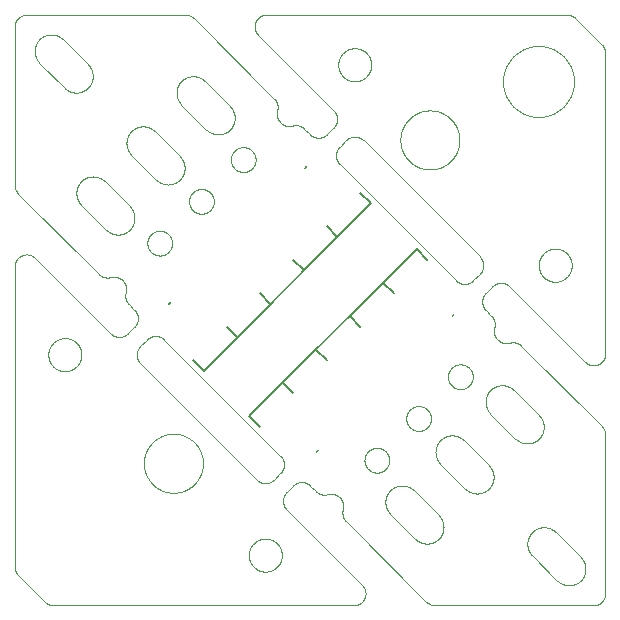
<source format=gto>
G75*
%MOIN*%
%OFA0B0*%
%FSLAX25Y25*%
%IPPOS*%
%LPD*%
%AMOC8*
5,1,8,0,0,1.08239X$1,22.5*
%
%ADD10C,0.00000*%
%ADD11C,0.00787*%
D10*
X0011582Y0002753D02*
X0002753Y0011582D01*
X0001600Y0014366D02*
X0001600Y0114586D01*
X0001602Y0114710D01*
X0001608Y0114833D01*
X0001617Y0114956D01*
X0001631Y0115079D01*
X0001648Y0115202D01*
X0001670Y0115324D01*
X0001695Y0115445D01*
X0001724Y0115565D01*
X0001756Y0115684D01*
X0001793Y0115803D01*
X0001833Y0115920D01*
X0001876Y0116035D01*
X0001924Y0116150D01*
X0001975Y0116262D01*
X0002029Y0116373D01*
X0002087Y0116483D01*
X0002148Y0116590D01*
X0002213Y0116696D01*
X0002281Y0116799D01*
X0002352Y0116900D01*
X0002426Y0116999D01*
X0002503Y0117096D01*
X0002584Y0117190D01*
X0002667Y0117281D01*
X0002753Y0117370D01*
X0002842Y0117456D01*
X0002933Y0117539D01*
X0003027Y0117620D01*
X0003124Y0117697D01*
X0003223Y0117771D01*
X0003324Y0117842D01*
X0003427Y0117910D01*
X0003533Y0117975D01*
X0003640Y0118036D01*
X0003750Y0118094D01*
X0003861Y0118148D01*
X0003973Y0118199D01*
X0004088Y0118247D01*
X0004203Y0118290D01*
X0004320Y0118330D01*
X0004439Y0118367D01*
X0004558Y0118399D01*
X0004678Y0118428D01*
X0004799Y0118453D01*
X0004921Y0118475D01*
X0005044Y0118492D01*
X0005166Y0118506D01*
X0005290Y0118515D01*
X0005413Y0118521D01*
X0005537Y0118523D01*
X0005661Y0118521D01*
X0005784Y0118515D01*
X0005908Y0118506D01*
X0006030Y0118492D01*
X0006153Y0118475D01*
X0006275Y0118453D01*
X0006396Y0118428D01*
X0006516Y0118399D01*
X0006635Y0118367D01*
X0006754Y0118330D01*
X0006871Y0118290D01*
X0006986Y0118247D01*
X0007101Y0118199D01*
X0007213Y0118148D01*
X0007324Y0118094D01*
X0007434Y0118036D01*
X0007541Y0117975D01*
X0007647Y0117910D01*
X0007750Y0117842D01*
X0007851Y0117771D01*
X0007950Y0117697D01*
X0008047Y0117620D01*
X0008141Y0117539D01*
X0008232Y0117456D01*
X0008321Y0117370D01*
X0033475Y0092215D01*
X0033476Y0092216D02*
X0033567Y0092127D01*
X0033661Y0092041D01*
X0033758Y0091959D01*
X0033857Y0091879D01*
X0033959Y0091802D01*
X0034063Y0091728D01*
X0034169Y0091658D01*
X0034277Y0091591D01*
X0034387Y0091527D01*
X0034500Y0091467D01*
X0034614Y0091410D01*
X0034729Y0091357D01*
X0034846Y0091308D01*
X0034965Y0091262D01*
X0035085Y0091219D01*
X0035207Y0091181D01*
X0035329Y0091146D01*
X0035453Y0091115D01*
X0035577Y0091088D01*
X0035702Y0091064D01*
X0035828Y0091045D01*
X0035954Y0091029D01*
X0036081Y0091017D01*
X0036208Y0091009D01*
X0036335Y0091005D01*
X0036463Y0091005D01*
X0036590Y0091009D01*
X0036717Y0091017D01*
X0036844Y0091029D01*
X0036970Y0091045D01*
X0037096Y0091064D01*
X0037221Y0091088D01*
X0037345Y0091115D01*
X0037469Y0091146D01*
X0037591Y0091181D01*
X0037713Y0091219D01*
X0037833Y0091262D01*
X0037952Y0091308D01*
X0038069Y0091357D01*
X0038184Y0091410D01*
X0038298Y0091467D01*
X0038411Y0091527D01*
X0038521Y0091591D01*
X0038629Y0091658D01*
X0038735Y0091728D01*
X0038839Y0091802D01*
X0038941Y0091879D01*
X0039040Y0091959D01*
X0039137Y0092041D01*
X0039231Y0092127D01*
X0039322Y0092216D01*
X0039322Y0092215D02*
X0041424Y0094318D01*
X0041513Y0094409D01*
X0041599Y0094503D01*
X0041681Y0094600D01*
X0041761Y0094699D01*
X0041838Y0094801D01*
X0041912Y0094905D01*
X0041982Y0095011D01*
X0042049Y0095119D01*
X0042113Y0095229D01*
X0042173Y0095342D01*
X0042230Y0095456D01*
X0042283Y0095571D01*
X0042332Y0095688D01*
X0042378Y0095807D01*
X0042421Y0095927D01*
X0042459Y0096049D01*
X0042494Y0096171D01*
X0042525Y0096295D01*
X0042552Y0096419D01*
X0042576Y0096544D01*
X0042595Y0096670D01*
X0042611Y0096796D01*
X0042623Y0096923D01*
X0042631Y0097050D01*
X0042635Y0097177D01*
X0042635Y0097305D01*
X0042631Y0097432D01*
X0042623Y0097559D01*
X0042611Y0097686D01*
X0042595Y0097812D01*
X0042576Y0097938D01*
X0042552Y0098063D01*
X0042525Y0098187D01*
X0042494Y0098311D01*
X0042459Y0098433D01*
X0042421Y0098555D01*
X0042378Y0098675D01*
X0042332Y0098794D01*
X0042283Y0098911D01*
X0042230Y0099026D01*
X0042173Y0099140D01*
X0042113Y0099253D01*
X0042049Y0099363D01*
X0041982Y0099471D01*
X0041912Y0099577D01*
X0041838Y0099681D01*
X0041761Y0099783D01*
X0041681Y0099882D01*
X0041599Y0099979D01*
X0041513Y0100073D01*
X0041424Y0100164D01*
X0039586Y0102003D01*
X0039501Y0102091D01*
X0039418Y0102182D01*
X0039338Y0102276D01*
X0039261Y0102371D01*
X0039187Y0102470D01*
X0039117Y0102570D01*
X0039049Y0102673D01*
X0038985Y0102777D01*
X0038923Y0102884D01*
X0038866Y0102992D01*
X0038811Y0103103D01*
X0038761Y0103215D01*
X0038713Y0103328D01*
X0038670Y0103443D01*
X0038629Y0103559D01*
X0038593Y0103676D01*
X0038560Y0103795D01*
X0038531Y0103914D01*
X0038506Y0104034D01*
X0038484Y0104155D01*
X0038466Y0104277D01*
X0038452Y0104399D01*
X0038442Y0104521D01*
X0038436Y0104644D01*
X0038433Y0104767D01*
X0038434Y0104890D01*
X0038439Y0105013D01*
X0038448Y0105135D01*
X0038461Y0105257D01*
X0038478Y0105379D01*
X0038498Y0105500D01*
X0038522Y0105621D01*
X0038550Y0105740D01*
X0038582Y0105859D01*
X0038614Y0105982D01*
X0038643Y0106106D01*
X0038669Y0106231D01*
X0038690Y0106356D01*
X0038707Y0106482D01*
X0038721Y0106608D01*
X0038730Y0106735D01*
X0038736Y0106862D01*
X0038738Y0106989D01*
X0038736Y0107116D01*
X0038730Y0107243D01*
X0038720Y0107370D01*
X0038706Y0107497D01*
X0038689Y0107622D01*
X0038667Y0107748D01*
X0038642Y0107872D01*
X0038612Y0107996D01*
X0038579Y0108119D01*
X0038543Y0108241D01*
X0038502Y0108361D01*
X0038458Y0108480D01*
X0038410Y0108598D01*
X0038359Y0108715D01*
X0038304Y0108829D01*
X0038245Y0108942D01*
X0038183Y0109053D01*
X0038118Y0109162D01*
X0038050Y0109269D01*
X0037978Y0109374D01*
X0037903Y0109477D01*
X0037824Y0109577D01*
X0037743Y0109675D01*
X0037659Y0109770D01*
X0037572Y0109863D01*
X0037482Y0109953D01*
X0037389Y0110040D01*
X0037294Y0110124D01*
X0037196Y0110205D01*
X0037096Y0110284D01*
X0036993Y0110359D01*
X0036888Y0110431D01*
X0036781Y0110499D01*
X0036672Y0110564D01*
X0036561Y0110626D01*
X0036448Y0110685D01*
X0036334Y0110740D01*
X0036217Y0110791D01*
X0036099Y0110839D01*
X0035980Y0110883D01*
X0035860Y0110924D01*
X0035738Y0110960D01*
X0035615Y0110993D01*
X0035491Y0111023D01*
X0035367Y0111048D01*
X0035241Y0111070D01*
X0035116Y0111087D01*
X0034989Y0111101D01*
X0034862Y0111111D01*
X0034735Y0111117D01*
X0034608Y0111119D01*
X0034481Y0111117D01*
X0034354Y0111111D01*
X0034227Y0111102D01*
X0034101Y0111088D01*
X0033975Y0111071D01*
X0033849Y0111050D01*
X0033725Y0111024D01*
X0033601Y0110995D01*
X0033478Y0110963D01*
X0033359Y0110931D01*
X0033240Y0110903D01*
X0033119Y0110879D01*
X0032998Y0110859D01*
X0032876Y0110842D01*
X0032754Y0110829D01*
X0032632Y0110820D01*
X0032509Y0110815D01*
X0032386Y0110814D01*
X0032263Y0110817D01*
X0032140Y0110823D01*
X0032018Y0110833D01*
X0031896Y0110847D01*
X0031774Y0110865D01*
X0031653Y0110887D01*
X0031533Y0110912D01*
X0031414Y0110941D01*
X0031295Y0110974D01*
X0031178Y0111010D01*
X0031062Y0111051D01*
X0030947Y0111094D01*
X0030834Y0111142D01*
X0030722Y0111192D01*
X0030612Y0111247D01*
X0030503Y0111304D01*
X0030396Y0111366D01*
X0030292Y0111430D01*
X0030189Y0111497D01*
X0030089Y0111568D01*
X0029990Y0111642D01*
X0029895Y0111719D01*
X0029801Y0111799D01*
X0029710Y0111882D01*
X0029622Y0111967D01*
X0002753Y0138836D01*
X0001600Y0141620D02*
X0001600Y0194513D01*
X0001602Y0194637D01*
X0001608Y0194760D01*
X0001617Y0194884D01*
X0001631Y0195006D01*
X0001648Y0195129D01*
X0001670Y0195251D01*
X0001695Y0195372D01*
X0001724Y0195492D01*
X0001756Y0195611D01*
X0001793Y0195730D01*
X0001833Y0195847D01*
X0001876Y0195962D01*
X0001924Y0196077D01*
X0001975Y0196189D01*
X0002029Y0196300D01*
X0002087Y0196410D01*
X0002148Y0196517D01*
X0002213Y0196623D01*
X0002281Y0196726D01*
X0002352Y0196827D01*
X0002426Y0196926D01*
X0002503Y0197023D01*
X0002584Y0197117D01*
X0002667Y0197208D01*
X0002753Y0197297D01*
X0002842Y0197383D01*
X0002933Y0197466D01*
X0003027Y0197547D01*
X0003124Y0197624D01*
X0003223Y0197698D01*
X0003324Y0197769D01*
X0003427Y0197837D01*
X0003533Y0197902D01*
X0003640Y0197963D01*
X0003750Y0198021D01*
X0003861Y0198075D01*
X0003973Y0198126D01*
X0004088Y0198174D01*
X0004203Y0198217D01*
X0004320Y0198257D01*
X0004439Y0198294D01*
X0004558Y0198326D01*
X0004678Y0198355D01*
X0004799Y0198380D01*
X0004921Y0198402D01*
X0005044Y0198419D01*
X0005166Y0198433D01*
X0005290Y0198442D01*
X0005413Y0198448D01*
X0005537Y0198450D01*
X0058431Y0198450D01*
X0061215Y0197297D02*
X0088084Y0170428D01*
X0088084Y0170429D02*
X0088169Y0170341D01*
X0088252Y0170250D01*
X0088332Y0170156D01*
X0088409Y0170061D01*
X0088483Y0169962D01*
X0088554Y0169862D01*
X0088621Y0169759D01*
X0088685Y0169655D01*
X0088747Y0169548D01*
X0088804Y0169439D01*
X0088859Y0169329D01*
X0088909Y0169217D01*
X0088957Y0169104D01*
X0089000Y0168989D01*
X0089041Y0168873D01*
X0089077Y0168756D01*
X0089110Y0168637D01*
X0089139Y0168518D01*
X0089164Y0168398D01*
X0089186Y0168277D01*
X0089204Y0168155D01*
X0089218Y0168033D01*
X0089228Y0167911D01*
X0089234Y0167788D01*
X0089237Y0167665D01*
X0089236Y0167542D01*
X0089231Y0167419D01*
X0089222Y0167297D01*
X0089209Y0167175D01*
X0089192Y0167053D01*
X0089172Y0166932D01*
X0089148Y0166811D01*
X0089120Y0166692D01*
X0089088Y0166573D01*
X0089087Y0166572D02*
X0089055Y0166449D01*
X0089026Y0166325D01*
X0089000Y0166201D01*
X0088979Y0166075D01*
X0088962Y0165949D01*
X0088948Y0165823D01*
X0088939Y0165696D01*
X0088933Y0165569D01*
X0088931Y0165442D01*
X0088933Y0165315D01*
X0088939Y0165188D01*
X0088949Y0165061D01*
X0088963Y0164934D01*
X0088980Y0164809D01*
X0089002Y0164683D01*
X0089027Y0164559D01*
X0089057Y0164435D01*
X0089090Y0164312D01*
X0089126Y0164190D01*
X0089167Y0164070D01*
X0089211Y0163951D01*
X0089259Y0163833D01*
X0089310Y0163716D01*
X0089365Y0163602D01*
X0089424Y0163489D01*
X0089486Y0163378D01*
X0089551Y0163269D01*
X0089619Y0163162D01*
X0089691Y0163057D01*
X0089766Y0162954D01*
X0089845Y0162854D01*
X0089926Y0162756D01*
X0090010Y0162661D01*
X0090097Y0162568D01*
X0090187Y0162478D01*
X0090280Y0162391D01*
X0090375Y0162307D01*
X0090473Y0162226D01*
X0090573Y0162147D01*
X0090676Y0162072D01*
X0090781Y0162000D01*
X0090888Y0161932D01*
X0090997Y0161867D01*
X0091108Y0161805D01*
X0091221Y0161746D01*
X0091335Y0161691D01*
X0091452Y0161640D01*
X0091570Y0161592D01*
X0091689Y0161548D01*
X0091809Y0161507D01*
X0091931Y0161471D01*
X0092054Y0161438D01*
X0092178Y0161408D01*
X0092302Y0161383D01*
X0092428Y0161361D01*
X0092553Y0161344D01*
X0092680Y0161330D01*
X0092807Y0161320D01*
X0092934Y0161314D01*
X0093061Y0161312D01*
X0093188Y0161314D01*
X0093315Y0161320D01*
X0093442Y0161329D01*
X0093568Y0161343D01*
X0093694Y0161360D01*
X0093820Y0161381D01*
X0093944Y0161407D01*
X0094068Y0161436D01*
X0094191Y0161468D01*
X0094191Y0161469D02*
X0094310Y0161501D01*
X0094429Y0161529D01*
X0094550Y0161553D01*
X0094671Y0161573D01*
X0094793Y0161590D01*
X0094915Y0161603D01*
X0095037Y0161612D01*
X0095160Y0161617D01*
X0095283Y0161618D01*
X0095406Y0161615D01*
X0095529Y0161609D01*
X0095651Y0161599D01*
X0095773Y0161585D01*
X0095895Y0161567D01*
X0096016Y0161545D01*
X0096136Y0161520D01*
X0096255Y0161491D01*
X0096374Y0161458D01*
X0096491Y0161422D01*
X0096607Y0161381D01*
X0096722Y0161338D01*
X0096835Y0161290D01*
X0096947Y0161240D01*
X0097058Y0161185D01*
X0097166Y0161128D01*
X0097273Y0161066D01*
X0097377Y0161002D01*
X0097480Y0160935D01*
X0097580Y0160864D01*
X0097679Y0160790D01*
X0097774Y0160713D01*
X0097868Y0160633D01*
X0097959Y0160550D01*
X0098047Y0160465D01*
X0099886Y0158626D01*
X0099977Y0158537D01*
X0100071Y0158451D01*
X0100168Y0158369D01*
X0100267Y0158289D01*
X0100369Y0158212D01*
X0100473Y0158138D01*
X0100579Y0158068D01*
X0100687Y0158001D01*
X0100797Y0157937D01*
X0100910Y0157877D01*
X0101024Y0157820D01*
X0101139Y0157767D01*
X0101256Y0157718D01*
X0101375Y0157672D01*
X0101495Y0157629D01*
X0101617Y0157591D01*
X0101739Y0157556D01*
X0101863Y0157525D01*
X0101987Y0157498D01*
X0102112Y0157474D01*
X0102238Y0157455D01*
X0102364Y0157439D01*
X0102491Y0157427D01*
X0102618Y0157419D01*
X0102745Y0157415D01*
X0102873Y0157415D01*
X0103000Y0157419D01*
X0103127Y0157427D01*
X0103254Y0157439D01*
X0103380Y0157455D01*
X0103506Y0157474D01*
X0103631Y0157498D01*
X0103755Y0157525D01*
X0103879Y0157556D01*
X0104001Y0157591D01*
X0104123Y0157629D01*
X0104243Y0157672D01*
X0104362Y0157718D01*
X0104479Y0157767D01*
X0104594Y0157820D01*
X0104708Y0157877D01*
X0104821Y0157937D01*
X0104931Y0158001D01*
X0105039Y0158068D01*
X0105145Y0158138D01*
X0105249Y0158212D01*
X0105351Y0158289D01*
X0105450Y0158369D01*
X0105547Y0158451D01*
X0105641Y0158537D01*
X0105732Y0158626D01*
X0107835Y0160729D01*
X0107924Y0160820D01*
X0108010Y0160914D01*
X0108092Y0161011D01*
X0108172Y0161110D01*
X0108249Y0161212D01*
X0108323Y0161316D01*
X0108393Y0161422D01*
X0108460Y0161530D01*
X0108524Y0161640D01*
X0108584Y0161753D01*
X0108641Y0161867D01*
X0108694Y0161982D01*
X0108743Y0162099D01*
X0108789Y0162218D01*
X0108832Y0162338D01*
X0108870Y0162460D01*
X0108905Y0162582D01*
X0108936Y0162706D01*
X0108963Y0162830D01*
X0108987Y0162955D01*
X0109006Y0163081D01*
X0109022Y0163207D01*
X0109034Y0163334D01*
X0109042Y0163461D01*
X0109046Y0163588D01*
X0109046Y0163716D01*
X0109042Y0163843D01*
X0109034Y0163970D01*
X0109022Y0164097D01*
X0109006Y0164223D01*
X0108987Y0164349D01*
X0108963Y0164474D01*
X0108936Y0164598D01*
X0108905Y0164722D01*
X0108870Y0164844D01*
X0108832Y0164966D01*
X0108789Y0165086D01*
X0108743Y0165205D01*
X0108694Y0165322D01*
X0108641Y0165437D01*
X0108584Y0165551D01*
X0108524Y0165664D01*
X0108460Y0165774D01*
X0108393Y0165882D01*
X0108323Y0165988D01*
X0108249Y0166092D01*
X0108172Y0166194D01*
X0108092Y0166293D01*
X0108010Y0166390D01*
X0107924Y0166484D01*
X0107835Y0166575D01*
X0082680Y0191729D01*
X0082594Y0191818D01*
X0082511Y0191909D01*
X0082430Y0192003D01*
X0082353Y0192100D01*
X0082279Y0192199D01*
X0082208Y0192300D01*
X0082140Y0192403D01*
X0082075Y0192509D01*
X0082014Y0192616D01*
X0081956Y0192726D01*
X0081902Y0192837D01*
X0081851Y0192949D01*
X0081803Y0193064D01*
X0081760Y0193179D01*
X0081720Y0193296D01*
X0081683Y0193415D01*
X0081651Y0193534D01*
X0081622Y0193654D01*
X0081597Y0193775D01*
X0081575Y0193897D01*
X0081558Y0194020D01*
X0081544Y0194142D01*
X0081535Y0194266D01*
X0081529Y0194389D01*
X0081527Y0194513D01*
X0081529Y0194637D01*
X0081535Y0194760D01*
X0081544Y0194884D01*
X0081558Y0195006D01*
X0081575Y0195129D01*
X0081597Y0195251D01*
X0081622Y0195372D01*
X0081651Y0195492D01*
X0081683Y0195611D01*
X0081720Y0195730D01*
X0081760Y0195847D01*
X0081803Y0195962D01*
X0081851Y0196077D01*
X0081902Y0196189D01*
X0081956Y0196300D01*
X0082014Y0196410D01*
X0082075Y0196517D01*
X0082140Y0196623D01*
X0082208Y0196726D01*
X0082279Y0196827D01*
X0082353Y0196926D01*
X0082430Y0197023D01*
X0082511Y0197117D01*
X0082594Y0197208D01*
X0082680Y0197297D01*
X0082769Y0197383D01*
X0082860Y0197466D01*
X0082954Y0197547D01*
X0083051Y0197624D01*
X0083150Y0197698D01*
X0083251Y0197769D01*
X0083354Y0197837D01*
X0083460Y0197902D01*
X0083567Y0197963D01*
X0083677Y0198021D01*
X0083788Y0198075D01*
X0083900Y0198126D01*
X0084015Y0198174D01*
X0084130Y0198217D01*
X0084247Y0198257D01*
X0084366Y0198294D01*
X0084485Y0198326D01*
X0084605Y0198355D01*
X0084726Y0198380D01*
X0084848Y0198402D01*
X0084971Y0198419D01*
X0085093Y0198433D01*
X0085217Y0198442D01*
X0085340Y0198448D01*
X0085464Y0198450D01*
X0185684Y0198450D01*
X0188468Y0197297D02*
X0197297Y0188468D01*
X0198450Y0185684D02*
X0198450Y0085464D01*
X0198448Y0085340D01*
X0198442Y0085217D01*
X0198433Y0085094D01*
X0198419Y0084971D01*
X0198402Y0084848D01*
X0198380Y0084726D01*
X0198355Y0084605D01*
X0198326Y0084485D01*
X0198294Y0084366D01*
X0198257Y0084247D01*
X0198217Y0084130D01*
X0198174Y0084015D01*
X0198126Y0083900D01*
X0198075Y0083788D01*
X0198021Y0083677D01*
X0197963Y0083567D01*
X0197902Y0083460D01*
X0197837Y0083354D01*
X0197769Y0083251D01*
X0197698Y0083150D01*
X0197624Y0083051D01*
X0197547Y0082954D01*
X0197466Y0082860D01*
X0197383Y0082769D01*
X0197297Y0082680D01*
X0197208Y0082594D01*
X0197117Y0082511D01*
X0197023Y0082430D01*
X0196926Y0082353D01*
X0196827Y0082279D01*
X0196726Y0082208D01*
X0196623Y0082140D01*
X0196517Y0082075D01*
X0196410Y0082014D01*
X0196300Y0081956D01*
X0196189Y0081902D01*
X0196077Y0081851D01*
X0195962Y0081803D01*
X0195847Y0081760D01*
X0195730Y0081720D01*
X0195611Y0081683D01*
X0195492Y0081651D01*
X0195372Y0081622D01*
X0195251Y0081597D01*
X0195129Y0081575D01*
X0195006Y0081558D01*
X0194884Y0081544D01*
X0194760Y0081535D01*
X0194637Y0081529D01*
X0194513Y0081527D01*
X0194389Y0081529D01*
X0194266Y0081535D01*
X0194142Y0081544D01*
X0194020Y0081558D01*
X0193897Y0081575D01*
X0193775Y0081597D01*
X0193654Y0081622D01*
X0193534Y0081651D01*
X0193415Y0081683D01*
X0193296Y0081720D01*
X0193179Y0081760D01*
X0193064Y0081803D01*
X0192949Y0081851D01*
X0192837Y0081902D01*
X0192726Y0081956D01*
X0192616Y0082014D01*
X0192509Y0082075D01*
X0192403Y0082140D01*
X0192300Y0082208D01*
X0192199Y0082279D01*
X0192100Y0082353D01*
X0192003Y0082430D01*
X0191909Y0082511D01*
X0191818Y0082594D01*
X0191729Y0082680D01*
X0166575Y0107835D01*
X0166484Y0107924D01*
X0166390Y0108010D01*
X0166293Y0108092D01*
X0166194Y0108172D01*
X0166092Y0108249D01*
X0165988Y0108323D01*
X0165882Y0108393D01*
X0165774Y0108460D01*
X0165664Y0108524D01*
X0165551Y0108584D01*
X0165437Y0108641D01*
X0165322Y0108694D01*
X0165205Y0108743D01*
X0165086Y0108789D01*
X0164966Y0108832D01*
X0164844Y0108870D01*
X0164722Y0108905D01*
X0164598Y0108936D01*
X0164474Y0108963D01*
X0164349Y0108987D01*
X0164223Y0109006D01*
X0164097Y0109022D01*
X0163970Y0109034D01*
X0163843Y0109042D01*
X0163716Y0109046D01*
X0163588Y0109046D01*
X0163461Y0109042D01*
X0163334Y0109034D01*
X0163207Y0109022D01*
X0163081Y0109006D01*
X0162955Y0108987D01*
X0162830Y0108963D01*
X0162706Y0108936D01*
X0162582Y0108905D01*
X0162460Y0108870D01*
X0162338Y0108832D01*
X0162218Y0108789D01*
X0162099Y0108743D01*
X0161982Y0108694D01*
X0161867Y0108641D01*
X0161753Y0108584D01*
X0161640Y0108524D01*
X0161530Y0108460D01*
X0161422Y0108393D01*
X0161316Y0108323D01*
X0161212Y0108249D01*
X0161110Y0108172D01*
X0161011Y0108092D01*
X0160914Y0108010D01*
X0160820Y0107924D01*
X0160729Y0107835D01*
X0158626Y0105732D01*
X0158537Y0105641D01*
X0158451Y0105547D01*
X0158369Y0105450D01*
X0158289Y0105351D01*
X0158212Y0105249D01*
X0158138Y0105145D01*
X0158068Y0105039D01*
X0158001Y0104931D01*
X0157937Y0104821D01*
X0157877Y0104708D01*
X0157820Y0104594D01*
X0157767Y0104479D01*
X0157718Y0104362D01*
X0157672Y0104243D01*
X0157629Y0104123D01*
X0157591Y0104001D01*
X0157556Y0103879D01*
X0157525Y0103755D01*
X0157498Y0103631D01*
X0157474Y0103506D01*
X0157455Y0103380D01*
X0157439Y0103254D01*
X0157427Y0103127D01*
X0157419Y0103000D01*
X0157415Y0102873D01*
X0157415Y0102745D01*
X0157419Y0102618D01*
X0157427Y0102491D01*
X0157439Y0102364D01*
X0157455Y0102238D01*
X0157474Y0102112D01*
X0157498Y0101987D01*
X0157525Y0101863D01*
X0157556Y0101739D01*
X0157591Y0101617D01*
X0157629Y0101495D01*
X0157672Y0101375D01*
X0157718Y0101256D01*
X0157767Y0101139D01*
X0157820Y0101024D01*
X0157877Y0100910D01*
X0157937Y0100797D01*
X0158001Y0100687D01*
X0158068Y0100579D01*
X0158138Y0100473D01*
X0158212Y0100369D01*
X0158289Y0100267D01*
X0158369Y0100168D01*
X0158451Y0100071D01*
X0158537Y0099977D01*
X0158626Y0099886D01*
X0160465Y0098047D01*
X0160550Y0097959D01*
X0160633Y0097868D01*
X0160713Y0097774D01*
X0160790Y0097679D01*
X0160864Y0097580D01*
X0160934Y0097480D01*
X0161002Y0097377D01*
X0161066Y0097273D01*
X0161128Y0097166D01*
X0161185Y0097058D01*
X0161240Y0096947D01*
X0161290Y0096835D01*
X0161338Y0096722D01*
X0161381Y0096607D01*
X0161422Y0096491D01*
X0161458Y0096374D01*
X0161491Y0096255D01*
X0161520Y0096136D01*
X0161545Y0096016D01*
X0161567Y0095895D01*
X0161585Y0095773D01*
X0161599Y0095651D01*
X0161609Y0095529D01*
X0161615Y0095406D01*
X0161618Y0095283D01*
X0161617Y0095160D01*
X0161612Y0095037D01*
X0161603Y0094915D01*
X0161590Y0094793D01*
X0161573Y0094671D01*
X0161553Y0094550D01*
X0161529Y0094429D01*
X0161501Y0094310D01*
X0161469Y0094191D01*
X0161468Y0094191D02*
X0161436Y0094068D01*
X0161407Y0093944D01*
X0161381Y0093820D01*
X0161360Y0093694D01*
X0161343Y0093568D01*
X0161329Y0093442D01*
X0161320Y0093315D01*
X0161314Y0093188D01*
X0161312Y0093061D01*
X0161314Y0092934D01*
X0161320Y0092807D01*
X0161330Y0092680D01*
X0161344Y0092553D01*
X0161361Y0092428D01*
X0161383Y0092302D01*
X0161408Y0092178D01*
X0161438Y0092054D01*
X0161471Y0091931D01*
X0161507Y0091809D01*
X0161548Y0091689D01*
X0161592Y0091570D01*
X0161640Y0091452D01*
X0161691Y0091335D01*
X0161746Y0091221D01*
X0161805Y0091108D01*
X0161867Y0090997D01*
X0161932Y0090888D01*
X0162000Y0090781D01*
X0162072Y0090676D01*
X0162147Y0090573D01*
X0162226Y0090473D01*
X0162307Y0090375D01*
X0162391Y0090280D01*
X0162478Y0090187D01*
X0162568Y0090097D01*
X0162661Y0090010D01*
X0162756Y0089926D01*
X0162854Y0089845D01*
X0162954Y0089766D01*
X0163057Y0089691D01*
X0163162Y0089619D01*
X0163269Y0089551D01*
X0163378Y0089486D01*
X0163489Y0089424D01*
X0163602Y0089365D01*
X0163716Y0089310D01*
X0163833Y0089259D01*
X0163951Y0089211D01*
X0164070Y0089167D01*
X0164190Y0089126D01*
X0164312Y0089090D01*
X0164435Y0089057D01*
X0164559Y0089027D01*
X0164683Y0089002D01*
X0164809Y0088980D01*
X0164934Y0088963D01*
X0165061Y0088949D01*
X0165188Y0088939D01*
X0165315Y0088933D01*
X0165442Y0088931D01*
X0165569Y0088933D01*
X0165696Y0088939D01*
X0165823Y0088948D01*
X0165949Y0088962D01*
X0166075Y0088979D01*
X0166201Y0089000D01*
X0166325Y0089026D01*
X0166449Y0089055D01*
X0166572Y0089087D01*
X0166572Y0089088D02*
X0166691Y0089120D01*
X0166810Y0089148D01*
X0166931Y0089172D01*
X0167052Y0089192D01*
X0167174Y0089209D01*
X0167296Y0089222D01*
X0167418Y0089231D01*
X0167541Y0089236D01*
X0167664Y0089237D01*
X0167787Y0089234D01*
X0167910Y0089228D01*
X0168032Y0089218D01*
X0168154Y0089204D01*
X0168276Y0089186D01*
X0168397Y0089164D01*
X0168517Y0089139D01*
X0168636Y0089110D01*
X0168755Y0089077D01*
X0168872Y0089041D01*
X0168988Y0089000D01*
X0169103Y0088957D01*
X0169216Y0088909D01*
X0169328Y0088859D01*
X0169438Y0088804D01*
X0169547Y0088747D01*
X0169654Y0088685D01*
X0169758Y0088621D01*
X0169861Y0088554D01*
X0169961Y0088483D01*
X0170060Y0088409D01*
X0170155Y0088332D01*
X0170249Y0088252D01*
X0170340Y0088169D01*
X0170428Y0088084D01*
X0197297Y0061215D01*
X0198450Y0058431D02*
X0198450Y0005537D01*
X0198448Y0005413D01*
X0198442Y0005290D01*
X0198433Y0005166D01*
X0198419Y0005044D01*
X0198402Y0004921D01*
X0198380Y0004799D01*
X0198355Y0004678D01*
X0198326Y0004558D01*
X0198294Y0004439D01*
X0198257Y0004320D01*
X0198217Y0004203D01*
X0198174Y0004088D01*
X0198126Y0003973D01*
X0198075Y0003861D01*
X0198021Y0003750D01*
X0197963Y0003640D01*
X0197902Y0003533D01*
X0197837Y0003427D01*
X0197769Y0003324D01*
X0197698Y0003223D01*
X0197624Y0003124D01*
X0197547Y0003027D01*
X0197466Y0002933D01*
X0197383Y0002842D01*
X0197297Y0002753D01*
X0197208Y0002667D01*
X0197117Y0002584D01*
X0197023Y0002503D01*
X0196926Y0002426D01*
X0196827Y0002352D01*
X0196726Y0002281D01*
X0196623Y0002213D01*
X0196517Y0002148D01*
X0196410Y0002087D01*
X0196300Y0002029D01*
X0196189Y0001975D01*
X0196077Y0001924D01*
X0195962Y0001876D01*
X0195847Y0001833D01*
X0195730Y0001793D01*
X0195611Y0001756D01*
X0195492Y0001724D01*
X0195372Y0001695D01*
X0195251Y0001670D01*
X0195129Y0001648D01*
X0195006Y0001631D01*
X0194884Y0001617D01*
X0194760Y0001608D01*
X0194637Y0001602D01*
X0194513Y0001600D01*
X0141620Y0001600D01*
X0138836Y0002753D02*
X0111967Y0029622D01*
X0111882Y0029710D01*
X0111799Y0029801D01*
X0111719Y0029895D01*
X0111642Y0029990D01*
X0111568Y0030089D01*
X0111497Y0030189D01*
X0111430Y0030292D01*
X0111366Y0030396D01*
X0111304Y0030503D01*
X0111247Y0030612D01*
X0111192Y0030722D01*
X0111142Y0030834D01*
X0111094Y0030947D01*
X0111051Y0031062D01*
X0111010Y0031178D01*
X0110974Y0031295D01*
X0110941Y0031414D01*
X0110912Y0031533D01*
X0110887Y0031653D01*
X0110865Y0031774D01*
X0110847Y0031896D01*
X0110833Y0032018D01*
X0110823Y0032140D01*
X0110817Y0032263D01*
X0110814Y0032386D01*
X0110815Y0032509D01*
X0110820Y0032632D01*
X0110829Y0032754D01*
X0110842Y0032876D01*
X0110859Y0032998D01*
X0110879Y0033119D01*
X0110903Y0033240D01*
X0110931Y0033359D01*
X0110963Y0033478D01*
X0110995Y0033601D01*
X0111024Y0033725D01*
X0111050Y0033849D01*
X0111071Y0033975D01*
X0111088Y0034101D01*
X0111102Y0034227D01*
X0111111Y0034354D01*
X0111117Y0034481D01*
X0111119Y0034608D01*
X0111117Y0034735D01*
X0111111Y0034862D01*
X0111101Y0034989D01*
X0111087Y0035116D01*
X0111070Y0035241D01*
X0111048Y0035367D01*
X0111023Y0035491D01*
X0110993Y0035615D01*
X0110960Y0035738D01*
X0110924Y0035860D01*
X0110883Y0035980D01*
X0110839Y0036099D01*
X0110791Y0036217D01*
X0110740Y0036334D01*
X0110685Y0036448D01*
X0110626Y0036561D01*
X0110564Y0036672D01*
X0110499Y0036781D01*
X0110431Y0036888D01*
X0110359Y0036993D01*
X0110284Y0037096D01*
X0110205Y0037196D01*
X0110124Y0037294D01*
X0110040Y0037389D01*
X0109953Y0037482D01*
X0109863Y0037572D01*
X0109770Y0037659D01*
X0109675Y0037743D01*
X0109577Y0037824D01*
X0109477Y0037903D01*
X0109374Y0037978D01*
X0109269Y0038050D01*
X0109162Y0038118D01*
X0109053Y0038183D01*
X0108942Y0038245D01*
X0108829Y0038304D01*
X0108715Y0038359D01*
X0108598Y0038410D01*
X0108480Y0038458D01*
X0108361Y0038502D01*
X0108241Y0038543D01*
X0108119Y0038579D01*
X0107996Y0038612D01*
X0107872Y0038642D01*
X0107748Y0038667D01*
X0107622Y0038689D01*
X0107497Y0038706D01*
X0107370Y0038720D01*
X0107243Y0038730D01*
X0107116Y0038736D01*
X0106989Y0038738D01*
X0106862Y0038736D01*
X0106735Y0038730D01*
X0106608Y0038721D01*
X0106482Y0038707D01*
X0106356Y0038690D01*
X0106230Y0038669D01*
X0106106Y0038643D01*
X0105982Y0038614D01*
X0105859Y0038582D01*
X0105740Y0038550D01*
X0105621Y0038522D01*
X0105500Y0038498D01*
X0105379Y0038478D01*
X0105257Y0038461D01*
X0105135Y0038448D01*
X0105013Y0038439D01*
X0104890Y0038434D01*
X0104767Y0038433D01*
X0104644Y0038436D01*
X0104521Y0038442D01*
X0104399Y0038452D01*
X0104277Y0038466D01*
X0104155Y0038484D01*
X0104034Y0038506D01*
X0103914Y0038531D01*
X0103795Y0038560D01*
X0103676Y0038593D01*
X0103559Y0038629D01*
X0103443Y0038670D01*
X0103328Y0038713D01*
X0103215Y0038761D01*
X0103103Y0038811D01*
X0102992Y0038866D01*
X0102884Y0038923D01*
X0102777Y0038985D01*
X0102673Y0039049D01*
X0102570Y0039116D01*
X0102470Y0039187D01*
X0102371Y0039261D01*
X0102276Y0039338D01*
X0102182Y0039418D01*
X0102091Y0039501D01*
X0102003Y0039586D01*
X0100164Y0041424D01*
X0100073Y0041513D01*
X0099979Y0041599D01*
X0099882Y0041681D01*
X0099783Y0041761D01*
X0099681Y0041838D01*
X0099577Y0041912D01*
X0099471Y0041982D01*
X0099363Y0042049D01*
X0099253Y0042113D01*
X0099140Y0042173D01*
X0099026Y0042230D01*
X0098911Y0042283D01*
X0098794Y0042332D01*
X0098675Y0042378D01*
X0098555Y0042421D01*
X0098433Y0042459D01*
X0098311Y0042494D01*
X0098187Y0042525D01*
X0098063Y0042552D01*
X0097938Y0042576D01*
X0097812Y0042595D01*
X0097686Y0042611D01*
X0097559Y0042623D01*
X0097432Y0042631D01*
X0097305Y0042635D01*
X0097177Y0042635D01*
X0097050Y0042631D01*
X0096923Y0042623D01*
X0096796Y0042611D01*
X0096670Y0042595D01*
X0096544Y0042576D01*
X0096419Y0042552D01*
X0096295Y0042525D01*
X0096171Y0042494D01*
X0096049Y0042459D01*
X0095927Y0042421D01*
X0095807Y0042378D01*
X0095688Y0042332D01*
X0095571Y0042283D01*
X0095456Y0042230D01*
X0095342Y0042173D01*
X0095229Y0042113D01*
X0095119Y0042049D01*
X0095011Y0041982D01*
X0094905Y0041912D01*
X0094801Y0041838D01*
X0094699Y0041761D01*
X0094600Y0041681D01*
X0094503Y0041599D01*
X0094409Y0041513D01*
X0094318Y0041424D01*
X0092215Y0039322D01*
X0092216Y0039322D02*
X0092127Y0039231D01*
X0092041Y0039137D01*
X0091959Y0039040D01*
X0091879Y0038941D01*
X0091802Y0038839D01*
X0091728Y0038735D01*
X0091658Y0038629D01*
X0091591Y0038521D01*
X0091527Y0038411D01*
X0091467Y0038298D01*
X0091410Y0038184D01*
X0091357Y0038069D01*
X0091308Y0037952D01*
X0091262Y0037833D01*
X0091219Y0037713D01*
X0091181Y0037591D01*
X0091146Y0037469D01*
X0091115Y0037345D01*
X0091088Y0037221D01*
X0091064Y0037096D01*
X0091045Y0036970D01*
X0091029Y0036844D01*
X0091017Y0036717D01*
X0091009Y0036590D01*
X0091005Y0036463D01*
X0091005Y0036335D01*
X0091009Y0036208D01*
X0091017Y0036081D01*
X0091029Y0035954D01*
X0091045Y0035828D01*
X0091064Y0035702D01*
X0091088Y0035577D01*
X0091115Y0035453D01*
X0091146Y0035329D01*
X0091181Y0035207D01*
X0091219Y0035085D01*
X0091262Y0034965D01*
X0091308Y0034846D01*
X0091357Y0034729D01*
X0091410Y0034614D01*
X0091467Y0034500D01*
X0091527Y0034387D01*
X0091591Y0034277D01*
X0091658Y0034169D01*
X0091728Y0034063D01*
X0091802Y0033959D01*
X0091879Y0033857D01*
X0091959Y0033758D01*
X0092041Y0033661D01*
X0092127Y0033567D01*
X0092216Y0033476D01*
X0092215Y0033475D02*
X0117370Y0008321D01*
X0117456Y0008232D01*
X0117539Y0008141D01*
X0117620Y0008047D01*
X0117697Y0007950D01*
X0117771Y0007851D01*
X0117842Y0007750D01*
X0117910Y0007647D01*
X0117975Y0007541D01*
X0118036Y0007434D01*
X0118094Y0007324D01*
X0118148Y0007213D01*
X0118199Y0007101D01*
X0118247Y0006986D01*
X0118290Y0006871D01*
X0118330Y0006754D01*
X0118367Y0006635D01*
X0118399Y0006516D01*
X0118428Y0006396D01*
X0118453Y0006275D01*
X0118475Y0006153D01*
X0118492Y0006030D01*
X0118506Y0005908D01*
X0118515Y0005784D01*
X0118521Y0005661D01*
X0118523Y0005537D01*
X0118521Y0005413D01*
X0118515Y0005290D01*
X0118506Y0005166D01*
X0118492Y0005044D01*
X0118475Y0004921D01*
X0118453Y0004799D01*
X0118428Y0004678D01*
X0118399Y0004558D01*
X0118367Y0004439D01*
X0118330Y0004320D01*
X0118290Y0004203D01*
X0118247Y0004088D01*
X0118199Y0003973D01*
X0118148Y0003861D01*
X0118094Y0003750D01*
X0118036Y0003640D01*
X0117975Y0003533D01*
X0117910Y0003427D01*
X0117842Y0003324D01*
X0117771Y0003223D01*
X0117697Y0003124D01*
X0117620Y0003027D01*
X0117539Y0002933D01*
X0117456Y0002842D01*
X0117370Y0002753D01*
X0117281Y0002667D01*
X0117190Y0002584D01*
X0117096Y0002503D01*
X0116999Y0002426D01*
X0116900Y0002352D01*
X0116799Y0002281D01*
X0116696Y0002213D01*
X0116590Y0002148D01*
X0116483Y0002087D01*
X0116373Y0002029D01*
X0116262Y0001975D01*
X0116150Y0001924D01*
X0116035Y0001876D01*
X0115920Y0001833D01*
X0115803Y0001793D01*
X0115684Y0001756D01*
X0115565Y0001724D01*
X0115445Y0001695D01*
X0115324Y0001670D01*
X0115202Y0001648D01*
X0115079Y0001631D01*
X0114957Y0001617D01*
X0114833Y0001608D01*
X0114710Y0001602D01*
X0114586Y0001600D01*
X0014366Y0001600D01*
X0014242Y0001602D01*
X0014119Y0001608D01*
X0013995Y0001617D01*
X0013873Y0001631D01*
X0013750Y0001648D01*
X0013628Y0001670D01*
X0013507Y0001695D01*
X0013387Y0001724D01*
X0013268Y0001756D01*
X0013149Y0001793D01*
X0013032Y0001833D01*
X0012917Y0001876D01*
X0012802Y0001924D01*
X0012690Y0001975D01*
X0012579Y0002029D01*
X0012469Y0002087D01*
X0012362Y0002148D01*
X0012256Y0002213D01*
X0012153Y0002281D01*
X0012052Y0002352D01*
X0011953Y0002426D01*
X0011856Y0002503D01*
X0011762Y0002584D01*
X0011671Y0002667D01*
X0011582Y0002753D01*
X0002753Y0011582D02*
X0002667Y0011671D01*
X0002584Y0011762D01*
X0002503Y0011856D01*
X0002426Y0011953D01*
X0002352Y0012052D01*
X0002281Y0012153D01*
X0002213Y0012256D01*
X0002148Y0012362D01*
X0002087Y0012469D01*
X0002029Y0012579D01*
X0001975Y0012690D01*
X0001924Y0012802D01*
X0001876Y0012917D01*
X0001833Y0013032D01*
X0001793Y0013149D01*
X0001756Y0013268D01*
X0001724Y0013387D01*
X0001695Y0013507D01*
X0001670Y0013628D01*
X0001648Y0013750D01*
X0001631Y0013873D01*
X0001617Y0013995D01*
X0001608Y0014119D01*
X0001602Y0014242D01*
X0001600Y0014366D01*
X0044651Y0048926D02*
X0044654Y0049168D01*
X0044663Y0049409D01*
X0044678Y0049650D01*
X0044698Y0049891D01*
X0044725Y0050131D01*
X0044758Y0050370D01*
X0044796Y0050609D01*
X0044840Y0050846D01*
X0044890Y0051083D01*
X0044946Y0051318D01*
X0045008Y0051551D01*
X0045075Y0051783D01*
X0045148Y0052014D01*
X0045226Y0052242D01*
X0045311Y0052468D01*
X0045400Y0052693D01*
X0045495Y0052915D01*
X0045596Y0053134D01*
X0045702Y0053352D01*
X0045813Y0053566D01*
X0045930Y0053778D01*
X0046051Y0053986D01*
X0046178Y0054192D01*
X0046310Y0054394D01*
X0046447Y0054594D01*
X0046588Y0054789D01*
X0046734Y0054982D01*
X0046885Y0055170D01*
X0047041Y0055355D01*
X0047201Y0055536D01*
X0047365Y0055713D01*
X0047534Y0055886D01*
X0047707Y0056055D01*
X0047884Y0056219D01*
X0048065Y0056379D01*
X0048250Y0056535D01*
X0048438Y0056686D01*
X0048631Y0056832D01*
X0048826Y0056973D01*
X0049026Y0057110D01*
X0049228Y0057242D01*
X0049434Y0057369D01*
X0049642Y0057490D01*
X0049854Y0057607D01*
X0050068Y0057718D01*
X0050286Y0057824D01*
X0050505Y0057925D01*
X0050727Y0058020D01*
X0050952Y0058109D01*
X0051178Y0058194D01*
X0051406Y0058272D01*
X0051637Y0058345D01*
X0051869Y0058412D01*
X0052102Y0058474D01*
X0052337Y0058530D01*
X0052574Y0058580D01*
X0052811Y0058624D01*
X0053050Y0058662D01*
X0053289Y0058695D01*
X0053529Y0058722D01*
X0053770Y0058742D01*
X0054011Y0058757D01*
X0054252Y0058766D01*
X0054494Y0058769D01*
X0054736Y0058766D01*
X0054977Y0058757D01*
X0055218Y0058742D01*
X0055459Y0058722D01*
X0055699Y0058695D01*
X0055938Y0058662D01*
X0056177Y0058624D01*
X0056414Y0058580D01*
X0056651Y0058530D01*
X0056886Y0058474D01*
X0057119Y0058412D01*
X0057351Y0058345D01*
X0057582Y0058272D01*
X0057810Y0058194D01*
X0058036Y0058109D01*
X0058261Y0058020D01*
X0058483Y0057925D01*
X0058702Y0057824D01*
X0058920Y0057718D01*
X0059134Y0057607D01*
X0059346Y0057490D01*
X0059554Y0057369D01*
X0059760Y0057242D01*
X0059962Y0057110D01*
X0060162Y0056973D01*
X0060357Y0056832D01*
X0060550Y0056686D01*
X0060738Y0056535D01*
X0060923Y0056379D01*
X0061104Y0056219D01*
X0061281Y0056055D01*
X0061454Y0055886D01*
X0061623Y0055713D01*
X0061787Y0055536D01*
X0061947Y0055355D01*
X0062103Y0055170D01*
X0062254Y0054982D01*
X0062400Y0054789D01*
X0062541Y0054594D01*
X0062678Y0054394D01*
X0062810Y0054192D01*
X0062937Y0053986D01*
X0063058Y0053778D01*
X0063175Y0053566D01*
X0063286Y0053352D01*
X0063392Y0053134D01*
X0063493Y0052915D01*
X0063588Y0052693D01*
X0063677Y0052468D01*
X0063762Y0052242D01*
X0063840Y0052014D01*
X0063913Y0051783D01*
X0063980Y0051551D01*
X0064042Y0051318D01*
X0064098Y0051083D01*
X0064148Y0050846D01*
X0064192Y0050609D01*
X0064230Y0050370D01*
X0064263Y0050131D01*
X0064290Y0049891D01*
X0064310Y0049650D01*
X0064325Y0049409D01*
X0064334Y0049168D01*
X0064337Y0048926D01*
X0064334Y0048684D01*
X0064325Y0048443D01*
X0064310Y0048202D01*
X0064290Y0047961D01*
X0064263Y0047721D01*
X0064230Y0047482D01*
X0064192Y0047243D01*
X0064148Y0047006D01*
X0064098Y0046769D01*
X0064042Y0046534D01*
X0063980Y0046301D01*
X0063913Y0046069D01*
X0063840Y0045838D01*
X0063762Y0045610D01*
X0063677Y0045384D01*
X0063588Y0045159D01*
X0063493Y0044937D01*
X0063392Y0044718D01*
X0063286Y0044500D01*
X0063175Y0044286D01*
X0063058Y0044074D01*
X0062937Y0043866D01*
X0062810Y0043660D01*
X0062678Y0043458D01*
X0062541Y0043258D01*
X0062400Y0043063D01*
X0062254Y0042870D01*
X0062103Y0042682D01*
X0061947Y0042497D01*
X0061787Y0042316D01*
X0061623Y0042139D01*
X0061454Y0041966D01*
X0061281Y0041797D01*
X0061104Y0041633D01*
X0060923Y0041473D01*
X0060738Y0041317D01*
X0060550Y0041166D01*
X0060357Y0041020D01*
X0060162Y0040879D01*
X0059962Y0040742D01*
X0059760Y0040610D01*
X0059554Y0040483D01*
X0059346Y0040362D01*
X0059134Y0040245D01*
X0058920Y0040134D01*
X0058702Y0040028D01*
X0058483Y0039927D01*
X0058261Y0039832D01*
X0058036Y0039743D01*
X0057810Y0039658D01*
X0057582Y0039580D01*
X0057351Y0039507D01*
X0057119Y0039440D01*
X0056886Y0039378D01*
X0056651Y0039322D01*
X0056414Y0039272D01*
X0056177Y0039228D01*
X0055938Y0039190D01*
X0055699Y0039157D01*
X0055459Y0039130D01*
X0055218Y0039110D01*
X0054977Y0039095D01*
X0054736Y0039086D01*
X0054494Y0039083D01*
X0054252Y0039086D01*
X0054011Y0039095D01*
X0053770Y0039110D01*
X0053529Y0039130D01*
X0053289Y0039157D01*
X0053050Y0039190D01*
X0052811Y0039228D01*
X0052574Y0039272D01*
X0052337Y0039322D01*
X0052102Y0039378D01*
X0051869Y0039440D01*
X0051637Y0039507D01*
X0051406Y0039580D01*
X0051178Y0039658D01*
X0050952Y0039743D01*
X0050727Y0039832D01*
X0050505Y0039927D01*
X0050286Y0040028D01*
X0050068Y0040134D01*
X0049854Y0040245D01*
X0049642Y0040362D01*
X0049434Y0040483D01*
X0049228Y0040610D01*
X0049026Y0040742D01*
X0048826Y0040879D01*
X0048631Y0041020D01*
X0048438Y0041166D01*
X0048250Y0041317D01*
X0048065Y0041473D01*
X0047884Y0041633D01*
X0047707Y0041797D01*
X0047534Y0041966D01*
X0047365Y0042139D01*
X0047201Y0042316D01*
X0047041Y0042497D01*
X0046885Y0042682D01*
X0046734Y0042870D01*
X0046588Y0043063D01*
X0046447Y0043258D01*
X0046310Y0043458D01*
X0046178Y0043660D01*
X0046051Y0043866D01*
X0045930Y0044074D01*
X0045813Y0044286D01*
X0045702Y0044500D01*
X0045596Y0044718D01*
X0045495Y0044937D01*
X0045400Y0045159D01*
X0045311Y0045384D01*
X0045226Y0045610D01*
X0045148Y0045838D01*
X0045075Y0046069D01*
X0045008Y0046301D01*
X0044946Y0046534D01*
X0044890Y0046769D01*
X0044840Y0047006D01*
X0044796Y0047243D01*
X0044758Y0047482D01*
X0044725Y0047721D01*
X0044698Y0047961D01*
X0044678Y0048202D01*
X0044663Y0048443D01*
X0044654Y0048684D01*
X0044651Y0048926D01*
X0043497Y0082193D02*
X0082193Y0043497D01*
X0082194Y0043498D02*
X0082285Y0043409D01*
X0082379Y0043323D01*
X0082476Y0043241D01*
X0082575Y0043161D01*
X0082677Y0043084D01*
X0082781Y0043010D01*
X0082887Y0042940D01*
X0082995Y0042873D01*
X0083105Y0042809D01*
X0083218Y0042749D01*
X0083332Y0042692D01*
X0083447Y0042639D01*
X0083564Y0042590D01*
X0083683Y0042544D01*
X0083803Y0042501D01*
X0083925Y0042463D01*
X0084047Y0042428D01*
X0084171Y0042397D01*
X0084295Y0042370D01*
X0084420Y0042346D01*
X0084546Y0042327D01*
X0084672Y0042311D01*
X0084799Y0042299D01*
X0084926Y0042291D01*
X0085053Y0042287D01*
X0085181Y0042287D01*
X0085308Y0042291D01*
X0085435Y0042299D01*
X0085562Y0042311D01*
X0085688Y0042327D01*
X0085814Y0042346D01*
X0085939Y0042370D01*
X0086063Y0042397D01*
X0086187Y0042428D01*
X0086309Y0042463D01*
X0086431Y0042501D01*
X0086551Y0042544D01*
X0086670Y0042590D01*
X0086787Y0042639D01*
X0086902Y0042692D01*
X0087016Y0042749D01*
X0087129Y0042809D01*
X0087239Y0042873D01*
X0087347Y0042940D01*
X0087453Y0043010D01*
X0087557Y0043084D01*
X0087659Y0043161D01*
X0087758Y0043241D01*
X0087855Y0043323D01*
X0087949Y0043409D01*
X0088040Y0043498D01*
X0088040Y0043497D02*
X0090142Y0045600D01*
X0090231Y0045691D01*
X0090317Y0045785D01*
X0090399Y0045882D01*
X0090479Y0045981D01*
X0090556Y0046083D01*
X0090630Y0046187D01*
X0090700Y0046293D01*
X0090767Y0046401D01*
X0090831Y0046511D01*
X0090891Y0046624D01*
X0090948Y0046738D01*
X0091001Y0046853D01*
X0091050Y0046970D01*
X0091096Y0047089D01*
X0091139Y0047209D01*
X0091177Y0047331D01*
X0091212Y0047453D01*
X0091243Y0047577D01*
X0091270Y0047701D01*
X0091294Y0047826D01*
X0091313Y0047952D01*
X0091329Y0048078D01*
X0091341Y0048205D01*
X0091349Y0048332D01*
X0091353Y0048459D01*
X0091353Y0048587D01*
X0091349Y0048714D01*
X0091341Y0048841D01*
X0091329Y0048968D01*
X0091313Y0049094D01*
X0091294Y0049220D01*
X0091270Y0049345D01*
X0091243Y0049469D01*
X0091212Y0049593D01*
X0091177Y0049715D01*
X0091139Y0049837D01*
X0091096Y0049957D01*
X0091050Y0050076D01*
X0091001Y0050193D01*
X0090948Y0050308D01*
X0090891Y0050422D01*
X0090831Y0050535D01*
X0090767Y0050645D01*
X0090700Y0050753D01*
X0090630Y0050859D01*
X0090556Y0050963D01*
X0090479Y0051065D01*
X0090399Y0051164D01*
X0090317Y0051261D01*
X0090231Y0051355D01*
X0090142Y0051446D01*
X0051446Y0090142D01*
X0051355Y0090231D01*
X0051261Y0090317D01*
X0051164Y0090399D01*
X0051065Y0090479D01*
X0050963Y0090556D01*
X0050859Y0090630D01*
X0050753Y0090700D01*
X0050645Y0090767D01*
X0050535Y0090831D01*
X0050422Y0090891D01*
X0050308Y0090948D01*
X0050193Y0091001D01*
X0050076Y0091050D01*
X0049957Y0091096D01*
X0049837Y0091139D01*
X0049715Y0091177D01*
X0049593Y0091212D01*
X0049469Y0091243D01*
X0049345Y0091270D01*
X0049220Y0091294D01*
X0049094Y0091313D01*
X0048968Y0091329D01*
X0048841Y0091341D01*
X0048714Y0091349D01*
X0048587Y0091353D01*
X0048459Y0091353D01*
X0048332Y0091349D01*
X0048205Y0091341D01*
X0048078Y0091329D01*
X0047952Y0091313D01*
X0047826Y0091294D01*
X0047701Y0091270D01*
X0047577Y0091243D01*
X0047453Y0091212D01*
X0047331Y0091177D01*
X0047209Y0091139D01*
X0047089Y0091096D01*
X0046970Y0091050D01*
X0046853Y0091001D01*
X0046738Y0090948D01*
X0046624Y0090891D01*
X0046511Y0090831D01*
X0046401Y0090767D01*
X0046293Y0090700D01*
X0046187Y0090630D01*
X0046083Y0090556D01*
X0045981Y0090479D01*
X0045882Y0090399D01*
X0045785Y0090317D01*
X0045691Y0090231D01*
X0045600Y0090142D01*
X0043497Y0088040D01*
X0043498Y0088040D02*
X0043409Y0087949D01*
X0043323Y0087855D01*
X0043241Y0087758D01*
X0043161Y0087659D01*
X0043084Y0087557D01*
X0043010Y0087453D01*
X0042940Y0087347D01*
X0042873Y0087239D01*
X0042809Y0087129D01*
X0042749Y0087016D01*
X0042692Y0086902D01*
X0042639Y0086787D01*
X0042590Y0086670D01*
X0042544Y0086551D01*
X0042501Y0086431D01*
X0042463Y0086309D01*
X0042428Y0086187D01*
X0042397Y0086063D01*
X0042370Y0085939D01*
X0042346Y0085814D01*
X0042327Y0085688D01*
X0042311Y0085562D01*
X0042299Y0085435D01*
X0042291Y0085308D01*
X0042287Y0085181D01*
X0042287Y0085053D01*
X0042291Y0084926D01*
X0042299Y0084799D01*
X0042311Y0084672D01*
X0042327Y0084546D01*
X0042346Y0084420D01*
X0042370Y0084295D01*
X0042397Y0084171D01*
X0042428Y0084047D01*
X0042463Y0083925D01*
X0042501Y0083803D01*
X0042544Y0083683D01*
X0042590Y0083564D01*
X0042639Y0083447D01*
X0042692Y0083332D01*
X0042749Y0083218D01*
X0042809Y0083105D01*
X0042873Y0082995D01*
X0042940Y0082887D01*
X0043010Y0082781D01*
X0043084Y0082677D01*
X0043161Y0082575D01*
X0043241Y0082476D01*
X0043323Y0082379D01*
X0043409Y0082285D01*
X0043498Y0082194D01*
X0052781Y0101994D02*
X0052710Y0102064D01*
X0052730Y0102084D01*
X0052738Y0102089D01*
X0052748Y0102092D01*
X0052757Y0102091D01*
X0052766Y0102087D01*
X0052773Y0102080D01*
X0052777Y0102071D01*
X0052778Y0102062D01*
X0052775Y0102052D01*
X0052770Y0102044D01*
X0052769Y0102045D02*
X0052750Y0102025D01*
X0052826Y0102074D02*
X0052862Y0102110D01*
X0052885Y0102098D02*
X0052791Y0102145D01*
X0052838Y0102051D01*
X0052908Y0102120D02*
X0052927Y0102140D01*
X0052908Y0102120D02*
X0052837Y0102191D01*
X0052857Y0102211D01*
X0052856Y0102211D02*
X0052863Y0102216D01*
X0052872Y0102219D01*
X0052880Y0102219D01*
X0052889Y0102216D01*
X0052896Y0102211D01*
X0052928Y0102179D01*
X0052928Y0102180D02*
X0052933Y0102173D01*
X0052936Y0102164D01*
X0052936Y0102156D01*
X0052933Y0102147D01*
X0052928Y0102140D01*
X0052974Y0102186D02*
X0053013Y0102225D01*
X0053036Y0102248D02*
X0053040Y0102252D01*
X0053036Y0102256D01*
X0053032Y0102252D01*
X0053036Y0102248D01*
X0053063Y0102275D02*
X0053086Y0102299D01*
X0053087Y0102299D02*
X0053091Y0102307D01*
X0053093Y0102315D01*
X0053091Y0102323D01*
X0053087Y0102331D01*
X0053086Y0102330D02*
X0053078Y0102338D01*
X0053079Y0102338D02*
X0053071Y0102342D01*
X0053063Y0102344D01*
X0053055Y0102342D01*
X0053047Y0102338D01*
X0053023Y0102315D01*
X0052992Y0102346D01*
X0053031Y0102385D01*
X0053099Y0102367D02*
X0053146Y0102414D01*
X0053198Y0102411D02*
X0053238Y0102450D01*
X0053261Y0102473D02*
X0053265Y0102477D01*
X0053261Y0102481D01*
X0053257Y0102477D01*
X0053261Y0102473D01*
X0053287Y0102500D02*
X0053311Y0102524D01*
X0053311Y0102523D02*
X0053315Y0102531D01*
X0053317Y0102539D01*
X0053315Y0102547D01*
X0053311Y0102555D01*
X0053303Y0102563D01*
X0053295Y0102567D01*
X0053287Y0102569D01*
X0053279Y0102567D01*
X0053271Y0102563D01*
X0053272Y0102563D02*
X0053248Y0102539D01*
X0053217Y0102571D01*
X0053256Y0102610D01*
X0053193Y0102484D02*
X0053198Y0102411D01*
X0053143Y0102466D02*
X0053140Y0102476D01*
X0053140Y0102486D01*
X0053143Y0102496D01*
X0053149Y0102504D01*
X0053156Y0102508D01*
X0053163Y0102511D01*
X0053171Y0102511D01*
X0053178Y0102508D01*
X0053185Y0102504D01*
X0053185Y0102503D02*
X0053189Y0102497D01*
X0053192Y0102491D01*
X0053193Y0102483D01*
X0052968Y0102259D02*
X0052974Y0102186D01*
X0052918Y0102241D02*
X0052915Y0102251D01*
X0052915Y0102261D01*
X0052918Y0102271D01*
X0052924Y0102279D01*
X0052931Y0102283D01*
X0052938Y0102286D01*
X0052946Y0102286D01*
X0052953Y0102283D01*
X0052960Y0102279D01*
X0052964Y0102273D01*
X0052967Y0102267D01*
X0052968Y0102259D01*
X0045781Y0122296D02*
X0045783Y0122424D01*
X0045789Y0122552D01*
X0045799Y0122679D01*
X0045813Y0122807D01*
X0045830Y0122933D01*
X0045852Y0123059D01*
X0045878Y0123185D01*
X0045907Y0123309D01*
X0045940Y0123433D01*
X0045977Y0123555D01*
X0046018Y0123676D01*
X0046063Y0123796D01*
X0046111Y0123915D01*
X0046163Y0124032D01*
X0046219Y0124147D01*
X0046278Y0124261D01*
X0046340Y0124372D01*
X0046406Y0124482D01*
X0046475Y0124589D01*
X0046548Y0124695D01*
X0046624Y0124798D01*
X0046703Y0124898D01*
X0046785Y0124997D01*
X0046870Y0125092D01*
X0046958Y0125185D01*
X0047049Y0125275D01*
X0047142Y0125362D01*
X0047239Y0125447D01*
X0047337Y0125528D01*
X0047439Y0125606D01*
X0047542Y0125681D01*
X0047648Y0125753D01*
X0047756Y0125822D01*
X0047866Y0125887D01*
X0047979Y0125948D01*
X0048093Y0126007D01*
X0048208Y0126061D01*
X0048326Y0126112D01*
X0048444Y0126160D01*
X0048565Y0126203D01*
X0048686Y0126243D01*
X0048809Y0126279D01*
X0048933Y0126312D01*
X0049058Y0126340D01*
X0049183Y0126365D01*
X0049309Y0126385D01*
X0049436Y0126402D01*
X0049564Y0126415D01*
X0049691Y0126424D01*
X0049819Y0126429D01*
X0049947Y0126430D01*
X0050075Y0126427D01*
X0050203Y0126420D01*
X0050330Y0126409D01*
X0050457Y0126394D01*
X0050584Y0126376D01*
X0050710Y0126353D01*
X0050835Y0126326D01*
X0050959Y0126296D01*
X0051082Y0126262D01*
X0051205Y0126224D01*
X0051326Y0126182D01*
X0051445Y0126136D01*
X0051563Y0126087D01*
X0051680Y0126034D01*
X0051795Y0125978D01*
X0051908Y0125918D01*
X0052019Y0125855D01*
X0052128Y0125788D01*
X0052235Y0125718D01*
X0052340Y0125644D01*
X0052442Y0125568D01*
X0052542Y0125488D01*
X0052640Y0125405D01*
X0052735Y0125319D01*
X0052827Y0125230D01*
X0052916Y0125139D01*
X0053003Y0125045D01*
X0053086Y0124948D01*
X0053167Y0124848D01*
X0053244Y0124747D01*
X0053319Y0124642D01*
X0053390Y0124536D01*
X0053457Y0124427D01*
X0053522Y0124317D01*
X0053582Y0124204D01*
X0053640Y0124090D01*
X0053693Y0123974D01*
X0053743Y0123856D01*
X0053790Y0123737D01*
X0053833Y0123616D01*
X0053872Y0123494D01*
X0053907Y0123371D01*
X0053938Y0123247D01*
X0053966Y0123122D01*
X0053989Y0122996D01*
X0054009Y0122870D01*
X0054025Y0122743D01*
X0054037Y0122616D01*
X0054045Y0122488D01*
X0054049Y0122360D01*
X0054049Y0122232D01*
X0054045Y0122104D01*
X0054037Y0121976D01*
X0054025Y0121849D01*
X0054009Y0121722D01*
X0053989Y0121596D01*
X0053966Y0121470D01*
X0053938Y0121345D01*
X0053907Y0121221D01*
X0053872Y0121098D01*
X0053833Y0120976D01*
X0053790Y0120855D01*
X0053743Y0120736D01*
X0053693Y0120618D01*
X0053640Y0120502D01*
X0053582Y0120388D01*
X0053522Y0120275D01*
X0053457Y0120165D01*
X0053390Y0120056D01*
X0053319Y0119950D01*
X0053244Y0119845D01*
X0053167Y0119744D01*
X0053086Y0119644D01*
X0053003Y0119547D01*
X0052916Y0119453D01*
X0052827Y0119362D01*
X0052735Y0119273D01*
X0052640Y0119187D01*
X0052542Y0119104D01*
X0052442Y0119024D01*
X0052340Y0118948D01*
X0052235Y0118874D01*
X0052128Y0118804D01*
X0052019Y0118737D01*
X0051908Y0118674D01*
X0051795Y0118614D01*
X0051680Y0118558D01*
X0051563Y0118505D01*
X0051445Y0118456D01*
X0051326Y0118410D01*
X0051205Y0118368D01*
X0051082Y0118330D01*
X0050959Y0118296D01*
X0050835Y0118266D01*
X0050710Y0118239D01*
X0050584Y0118216D01*
X0050457Y0118198D01*
X0050330Y0118183D01*
X0050203Y0118172D01*
X0050075Y0118165D01*
X0049947Y0118162D01*
X0049819Y0118163D01*
X0049691Y0118168D01*
X0049564Y0118177D01*
X0049436Y0118190D01*
X0049309Y0118207D01*
X0049183Y0118227D01*
X0049058Y0118252D01*
X0048933Y0118280D01*
X0048809Y0118313D01*
X0048686Y0118349D01*
X0048565Y0118389D01*
X0048444Y0118432D01*
X0048326Y0118480D01*
X0048208Y0118531D01*
X0048093Y0118585D01*
X0047979Y0118644D01*
X0047866Y0118705D01*
X0047756Y0118770D01*
X0047648Y0118839D01*
X0047542Y0118911D01*
X0047439Y0118986D01*
X0047337Y0119064D01*
X0047239Y0119145D01*
X0047142Y0119230D01*
X0047049Y0119317D01*
X0046958Y0119407D01*
X0046870Y0119500D01*
X0046785Y0119595D01*
X0046703Y0119694D01*
X0046624Y0119794D01*
X0046548Y0119897D01*
X0046475Y0120003D01*
X0046406Y0120110D01*
X0046340Y0120220D01*
X0046278Y0120331D01*
X0046219Y0120445D01*
X0046163Y0120560D01*
X0046111Y0120677D01*
X0046063Y0120796D01*
X0046018Y0120916D01*
X0045977Y0121037D01*
X0045940Y0121159D01*
X0045907Y0121283D01*
X0045878Y0121407D01*
X0045852Y0121533D01*
X0045830Y0121659D01*
X0045813Y0121785D01*
X0045799Y0121913D01*
X0045789Y0122040D01*
X0045783Y0122168D01*
X0045781Y0122296D01*
X0039894Y0134546D02*
X0039996Y0134440D01*
X0040095Y0134333D01*
X0040192Y0134222D01*
X0040286Y0134109D01*
X0040376Y0133994D01*
X0040464Y0133876D01*
X0040548Y0133756D01*
X0040629Y0133634D01*
X0040707Y0133509D01*
X0040782Y0133383D01*
X0040853Y0133254D01*
X0040920Y0133124D01*
X0040985Y0132992D01*
X0041045Y0132859D01*
X0041102Y0132723D01*
X0041156Y0132587D01*
X0041206Y0132449D01*
X0041252Y0132309D01*
X0041294Y0132169D01*
X0041333Y0132027D01*
X0041367Y0131885D01*
X0041398Y0131741D01*
X0041426Y0131597D01*
X0041449Y0131452D01*
X0041468Y0131307D01*
X0041484Y0131161D01*
X0041496Y0131015D01*
X0041504Y0130868D01*
X0041508Y0130721D01*
X0041508Y0130575D01*
X0041504Y0130428D01*
X0041496Y0130281D01*
X0041484Y0130135D01*
X0041468Y0129989D01*
X0041449Y0129844D01*
X0041426Y0129699D01*
X0041398Y0129555D01*
X0041367Y0129411D01*
X0041333Y0129269D01*
X0041294Y0129127D01*
X0041252Y0128987D01*
X0041206Y0128847D01*
X0041156Y0128709D01*
X0041102Y0128573D01*
X0041045Y0128437D01*
X0040985Y0128304D01*
X0040920Y0128172D01*
X0040853Y0128042D01*
X0040782Y0127913D01*
X0040707Y0127787D01*
X0040629Y0127662D01*
X0040548Y0127540D01*
X0040464Y0127420D01*
X0040376Y0127302D01*
X0040286Y0127187D01*
X0040192Y0127074D01*
X0040095Y0126963D01*
X0039996Y0126856D01*
X0039894Y0126750D01*
X0039788Y0126648D01*
X0039681Y0126549D01*
X0039570Y0126452D01*
X0039457Y0126358D01*
X0039342Y0126268D01*
X0039224Y0126180D01*
X0039104Y0126096D01*
X0038982Y0126015D01*
X0038857Y0125937D01*
X0038731Y0125862D01*
X0038602Y0125791D01*
X0038472Y0125724D01*
X0038340Y0125659D01*
X0038207Y0125599D01*
X0038071Y0125542D01*
X0037935Y0125488D01*
X0037797Y0125438D01*
X0037657Y0125392D01*
X0037517Y0125350D01*
X0037375Y0125311D01*
X0037233Y0125277D01*
X0037089Y0125246D01*
X0036945Y0125218D01*
X0036800Y0125195D01*
X0036655Y0125176D01*
X0036509Y0125160D01*
X0036363Y0125148D01*
X0036216Y0125140D01*
X0036069Y0125136D01*
X0035923Y0125136D01*
X0035776Y0125140D01*
X0035629Y0125148D01*
X0035483Y0125160D01*
X0035337Y0125176D01*
X0035192Y0125195D01*
X0035047Y0125218D01*
X0034903Y0125246D01*
X0034759Y0125277D01*
X0034617Y0125311D01*
X0034475Y0125350D01*
X0034335Y0125392D01*
X0034195Y0125438D01*
X0034057Y0125488D01*
X0033921Y0125542D01*
X0033785Y0125599D01*
X0033652Y0125659D01*
X0033520Y0125724D01*
X0033390Y0125791D01*
X0033261Y0125862D01*
X0033135Y0125937D01*
X0033010Y0126015D01*
X0032888Y0126096D01*
X0032768Y0126180D01*
X0032650Y0126268D01*
X0032535Y0126358D01*
X0032422Y0126452D01*
X0032311Y0126549D01*
X0032204Y0126648D01*
X0032098Y0126750D01*
X0032098Y0126751D02*
X0023747Y0135102D01*
X0023746Y0135102D02*
X0023643Y0135208D01*
X0023543Y0135317D01*
X0023445Y0135429D01*
X0023351Y0135543D01*
X0023260Y0135659D01*
X0023172Y0135778D01*
X0023087Y0135899D01*
X0023005Y0136023D01*
X0022927Y0136148D01*
X0022852Y0136276D01*
X0022781Y0136406D01*
X0022713Y0136537D01*
X0022648Y0136671D01*
X0022588Y0136806D01*
X0022531Y0136942D01*
X0022477Y0137080D01*
X0022427Y0137219D01*
X0022382Y0137360D01*
X0022339Y0137502D01*
X0022301Y0137645D01*
X0022267Y0137789D01*
X0022236Y0137934D01*
X0022209Y0138079D01*
X0022187Y0138226D01*
X0022168Y0138372D01*
X0022153Y0138520D01*
X0022142Y0138667D01*
X0022135Y0138815D01*
X0022132Y0138963D01*
X0022133Y0139111D01*
X0022138Y0139259D01*
X0022147Y0139407D01*
X0022160Y0139554D01*
X0022177Y0139701D01*
X0022198Y0139848D01*
X0022222Y0139994D01*
X0022251Y0140139D01*
X0022283Y0140283D01*
X0022320Y0140427D01*
X0022360Y0140569D01*
X0022404Y0140710D01*
X0022452Y0140850D01*
X0022503Y0140989D01*
X0022559Y0141126D01*
X0022618Y0141262D01*
X0022680Y0141396D01*
X0022746Y0141529D01*
X0022816Y0141659D01*
X0022889Y0141788D01*
X0022966Y0141915D01*
X0023046Y0142039D01*
X0023129Y0142162D01*
X0023215Y0142282D01*
X0023305Y0142399D01*
X0023398Y0142515D01*
X0023494Y0142627D01*
X0023593Y0142737D01*
X0023694Y0142845D01*
X0023799Y0142950D01*
X0023907Y0143051D01*
X0024017Y0143150D01*
X0024129Y0143246D01*
X0024245Y0143339D01*
X0024362Y0143429D01*
X0024482Y0143515D01*
X0024605Y0143598D01*
X0024729Y0143678D01*
X0024856Y0143755D01*
X0024985Y0143828D01*
X0025115Y0143898D01*
X0025248Y0143964D01*
X0025382Y0144026D01*
X0025518Y0144085D01*
X0025655Y0144141D01*
X0025794Y0144192D01*
X0025934Y0144240D01*
X0026075Y0144284D01*
X0026217Y0144324D01*
X0026361Y0144361D01*
X0026505Y0144393D01*
X0026650Y0144422D01*
X0026796Y0144446D01*
X0026943Y0144467D01*
X0027090Y0144484D01*
X0027237Y0144497D01*
X0027385Y0144506D01*
X0027533Y0144511D01*
X0027681Y0144512D01*
X0027829Y0144509D01*
X0027977Y0144502D01*
X0028124Y0144491D01*
X0028272Y0144476D01*
X0028418Y0144457D01*
X0028565Y0144435D01*
X0028710Y0144408D01*
X0028855Y0144377D01*
X0028999Y0144343D01*
X0029142Y0144305D01*
X0029284Y0144262D01*
X0029425Y0144216D01*
X0029564Y0144167D01*
X0029702Y0144113D01*
X0029839Y0144056D01*
X0029973Y0143996D01*
X0030107Y0143931D01*
X0030238Y0143863D01*
X0030368Y0143792D01*
X0030496Y0143717D01*
X0030621Y0143639D01*
X0030745Y0143557D01*
X0030866Y0143472D01*
X0030985Y0143384D01*
X0031101Y0143293D01*
X0031215Y0143199D01*
X0031327Y0143101D01*
X0031436Y0143001D01*
X0031542Y0142898D01*
X0031542Y0142897D02*
X0039893Y0134545D01*
X0048802Y0143454D02*
X0040450Y0151805D01*
X0040449Y0151805D02*
X0040347Y0151911D01*
X0040248Y0152018D01*
X0040151Y0152129D01*
X0040057Y0152242D01*
X0039967Y0152357D01*
X0039879Y0152475D01*
X0039795Y0152595D01*
X0039714Y0152717D01*
X0039636Y0152842D01*
X0039561Y0152968D01*
X0039490Y0153097D01*
X0039423Y0153227D01*
X0039358Y0153359D01*
X0039298Y0153492D01*
X0039241Y0153628D01*
X0039187Y0153764D01*
X0039137Y0153902D01*
X0039091Y0154042D01*
X0039049Y0154182D01*
X0039010Y0154324D01*
X0038976Y0154466D01*
X0038945Y0154610D01*
X0038917Y0154754D01*
X0038894Y0154899D01*
X0038875Y0155044D01*
X0038859Y0155190D01*
X0038847Y0155336D01*
X0038839Y0155483D01*
X0038835Y0155630D01*
X0038835Y0155776D01*
X0038839Y0155923D01*
X0038847Y0156070D01*
X0038859Y0156216D01*
X0038875Y0156362D01*
X0038894Y0156507D01*
X0038917Y0156652D01*
X0038945Y0156796D01*
X0038976Y0156940D01*
X0039010Y0157082D01*
X0039049Y0157224D01*
X0039091Y0157364D01*
X0039137Y0157504D01*
X0039187Y0157642D01*
X0039241Y0157778D01*
X0039298Y0157914D01*
X0039358Y0158047D01*
X0039423Y0158179D01*
X0039490Y0158309D01*
X0039561Y0158438D01*
X0039636Y0158564D01*
X0039714Y0158689D01*
X0039795Y0158811D01*
X0039879Y0158931D01*
X0039967Y0159049D01*
X0040057Y0159164D01*
X0040151Y0159277D01*
X0040248Y0159388D01*
X0040347Y0159495D01*
X0040449Y0159601D01*
X0040555Y0159703D01*
X0040662Y0159802D01*
X0040773Y0159899D01*
X0040886Y0159993D01*
X0041001Y0160083D01*
X0041119Y0160171D01*
X0041239Y0160255D01*
X0041361Y0160336D01*
X0041486Y0160414D01*
X0041612Y0160489D01*
X0041741Y0160560D01*
X0041871Y0160627D01*
X0042003Y0160692D01*
X0042136Y0160752D01*
X0042272Y0160809D01*
X0042408Y0160863D01*
X0042546Y0160913D01*
X0042686Y0160959D01*
X0042826Y0161001D01*
X0042968Y0161040D01*
X0043110Y0161074D01*
X0043254Y0161105D01*
X0043398Y0161133D01*
X0043543Y0161156D01*
X0043688Y0161175D01*
X0043834Y0161191D01*
X0043980Y0161203D01*
X0044127Y0161211D01*
X0044274Y0161215D01*
X0044420Y0161215D01*
X0044567Y0161211D01*
X0044714Y0161203D01*
X0044860Y0161191D01*
X0045006Y0161175D01*
X0045151Y0161156D01*
X0045296Y0161133D01*
X0045440Y0161105D01*
X0045584Y0161074D01*
X0045726Y0161040D01*
X0045868Y0161001D01*
X0046008Y0160959D01*
X0046148Y0160913D01*
X0046286Y0160863D01*
X0046422Y0160809D01*
X0046558Y0160752D01*
X0046691Y0160692D01*
X0046823Y0160627D01*
X0046953Y0160560D01*
X0047082Y0160489D01*
X0047208Y0160414D01*
X0047333Y0160336D01*
X0047455Y0160255D01*
X0047575Y0160171D01*
X0047693Y0160083D01*
X0047808Y0159993D01*
X0047921Y0159899D01*
X0048032Y0159802D01*
X0048139Y0159703D01*
X0048245Y0159601D01*
X0048245Y0159600D02*
X0056597Y0151249D01*
X0056699Y0151143D01*
X0056798Y0151036D01*
X0056895Y0150925D01*
X0056989Y0150812D01*
X0057079Y0150697D01*
X0057167Y0150579D01*
X0057251Y0150459D01*
X0057332Y0150337D01*
X0057410Y0150212D01*
X0057485Y0150086D01*
X0057556Y0149957D01*
X0057623Y0149827D01*
X0057688Y0149695D01*
X0057748Y0149562D01*
X0057805Y0149426D01*
X0057859Y0149290D01*
X0057909Y0149152D01*
X0057955Y0149012D01*
X0057997Y0148872D01*
X0058036Y0148730D01*
X0058070Y0148588D01*
X0058101Y0148444D01*
X0058129Y0148300D01*
X0058152Y0148155D01*
X0058171Y0148010D01*
X0058187Y0147864D01*
X0058199Y0147718D01*
X0058207Y0147571D01*
X0058211Y0147424D01*
X0058211Y0147278D01*
X0058207Y0147131D01*
X0058199Y0146984D01*
X0058187Y0146838D01*
X0058171Y0146692D01*
X0058152Y0146547D01*
X0058129Y0146402D01*
X0058101Y0146258D01*
X0058070Y0146114D01*
X0058036Y0145972D01*
X0057997Y0145830D01*
X0057955Y0145690D01*
X0057909Y0145550D01*
X0057859Y0145412D01*
X0057805Y0145276D01*
X0057748Y0145140D01*
X0057688Y0145007D01*
X0057623Y0144875D01*
X0057556Y0144745D01*
X0057485Y0144616D01*
X0057410Y0144490D01*
X0057332Y0144365D01*
X0057251Y0144243D01*
X0057167Y0144123D01*
X0057079Y0144005D01*
X0056989Y0143890D01*
X0056895Y0143777D01*
X0056798Y0143666D01*
X0056699Y0143559D01*
X0056597Y0143453D01*
X0056491Y0143351D01*
X0056384Y0143252D01*
X0056273Y0143155D01*
X0056160Y0143061D01*
X0056045Y0142971D01*
X0055927Y0142883D01*
X0055807Y0142799D01*
X0055685Y0142718D01*
X0055560Y0142640D01*
X0055434Y0142565D01*
X0055305Y0142494D01*
X0055175Y0142427D01*
X0055043Y0142362D01*
X0054910Y0142302D01*
X0054774Y0142245D01*
X0054638Y0142191D01*
X0054500Y0142141D01*
X0054360Y0142095D01*
X0054220Y0142053D01*
X0054078Y0142014D01*
X0053936Y0141980D01*
X0053792Y0141949D01*
X0053648Y0141921D01*
X0053503Y0141898D01*
X0053358Y0141879D01*
X0053212Y0141863D01*
X0053066Y0141851D01*
X0052919Y0141843D01*
X0052772Y0141839D01*
X0052626Y0141839D01*
X0052479Y0141843D01*
X0052332Y0141851D01*
X0052186Y0141863D01*
X0052040Y0141879D01*
X0051895Y0141898D01*
X0051750Y0141921D01*
X0051606Y0141949D01*
X0051462Y0141980D01*
X0051320Y0142014D01*
X0051178Y0142053D01*
X0051038Y0142095D01*
X0050898Y0142141D01*
X0050760Y0142191D01*
X0050624Y0142245D01*
X0050488Y0142302D01*
X0050355Y0142362D01*
X0050223Y0142427D01*
X0050093Y0142494D01*
X0049964Y0142565D01*
X0049838Y0142640D01*
X0049713Y0142718D01*
X0049591Y0142799D01*
X0049471Y0142883D01*
X0049353Y0142971D01*
X0049238Y0143061D01*
X0049125Y0143155D01*
X0049014Y0143252D01*
X0048907Y0143351D01*
X0048801Y0143453D01*
X0059701Y0136216D02*
X0059703Y0136344D01*
X0059709Y0136472D01*
X0059719Y0136599D01*
X0059733Y0136727D01*
X0059750Y0136853D01*
X0059772Y0136979D01*
X0059798Y0137105D01*
X0059827Y0137229D01*
X0059860Y0137353D01*
X0059897Y0137475D01*
X0059938Y0137596D01*
X0059983Y0137716D01*
X0060031Y0137835D01*
X0060083Y0137952D01*
X0060139Y0138067D01*
X0060198Y0138181D01*
X0060260Y0138292D01*
X0060326Y0138402D01*
X0060395Y0138509D01*
X0060468Y0138615D01*
X0060544Y0138718D01*
X0060623Y0138818D01*
X0060705Y0138917D01*
X0060790Y0139012D01*
X0060878Y0139105D01*
X0060969Y0139195D01*
X0061062Y0139282D01*
X0061159Y0139367D01*
X0061257Y0139448D01*
X0061359Y0139526D01*
X0061462Y0139601D01*
X0061568Y0139673D01*
X0061676Y0139742D01*
X0061786Y0139807D01*
X0061899Y0139868D01*
X0062013Y0139927D01*
X0062128Y0139981D01*
X0062246Y0140032D01*
X0062364Y0140080D01*
X0062485Y0140123D01*
X0062606Y0140163D01*
X0062729Y0140199D01*
X0062853Y0140232D01*
X0062978Y0140260D01*
X0063103Y0140285D01*
X0063229Y0140305D01*
X0063356Y0140322D01*
X0063484Y0140335D01*
X0063611Y0140344D01*
X0063739Y0140349D01*
X0063867Y0140350D01*
X0063995Y0140347D01*
X0064123Y0140340D01*
X0064250Y0140329D01*
X0064377Y0140314D01*
X0064504Y0140296D01*
X0064630Y0140273D01*
X0064755Y0140246D01*
X0064879Y0140216D01*
X0065002Y0140182D01*
X0065125Y0140144D01*
X0065246Y0140102D01*
X0065365Y0140056D01*
X0065483Y0140007D01*
X0065600Y0139954D01*
X0065715Y0139898D01*
X0065828Y0139838D01*
X0065939Y0139775D01*
X0066048Y0139708D01*
X0066155Y0139638D01*
X0066260Y0139564D01*
X0066362Y0139488D01*
X0066462Y0139408D01*
X0066560Y0139325D01*
X0066655Y0139239D01*
X0066747Y0139150D01*
X0066836Y0139059D01*
X0066923Y0138965D01*
X0067006Y0138868D01*
X0067087Y0138768D01*
X0067164Y0138667D01*
X0067239Y0138562D01*
X0067310Y0138456D01*
X0067377Y0138347D01*
X0067442Y0138237D01*
X0067502Y0138124D01*
X0067560Y0138010D01*
X0067613Y0137894D01*
X0067663Y0137776D01*
X0067710Y0137657D01*
X0067753Y0137536D01*
X0067792Y0137414D01*
X0067827Y0137291D01*
X0067858Y0137167D01*
X0067886Y0137042D01*
X0067909Y0136916D01*
X0067929Y0136790D01*
X0067945Y0136663D01*
X0067957Y0136536D01*
X0067965Y0136408D01*
X0067969Y0136280D01*
X0067969Y0136152D01*
X0067965Y0136024D01*
X0067957Y0135896D01*
X0067945Y0135769D01*
X0067929Y0135642D01*
X0067909Y0135516D01*
X0067886Y0135390D01*
X0067858Y0135265D01*
X0067827Y0135141D01*
X0067792Y0135018D01*
X0067753Y0134896D01*
X0067710Y0134775D01*
X0067663Y0134656D01*
X0067613Y0134538D01*
X0067560Y0134422D01*
X0067502Y0134308D01*
X0067442Y0134195D01*
X0067377Y0134085D01*
X0067310Y0133976D01*
X0067239Y0133870D01*
X0067164Y0133765D01*
X0067087Y0133664D01*
X0067006Y0133564D01*
X0066923Y0133467D01*
X0066836Y0133373D01*
X0066747Y0133282D01*
X0066655Y0133193D01*
X0066560Y0133107D01*
X0066462Y0133024D01*
X0066362Y0132944D01*
X0066260Y0132868D01*
X0066155Y0132794D01*
X0066048Y0132724D01*
X0065939Y0132657D01*
X0065828Y0132594D01*
X0065715Y0132534D01*
X0065600Y0132478D01*
X0065483Y0132425D01*
X0065365Y0132376D01*
X0065246Y0132330D01*
X0065125Y0132288D01*
X0065002Y0132250D01*
X0064879Y0132216D01*
X0064755Y0132186D01*
X0064630Y0132159D01*
X0064504Y0132136D01*
X0064377Y0132118D01*
X0064250Y0132103D01*
X0064123Y0132092D01*
X0063995Y0132085D01*
X0063867Y0132082D01*
X0063739Y0132083D01*
X0063611Y0132088D01*
X0063484Y0132097D01*
X0063356Y0132110D01*
X0063229Y0132127D01*
X0063103Y0132147D01*
X0062978Y0132172D01*
X0062853Y0132200D01*
X0062729Y0132233D01*
X0062606Y0132269D01*
X0062485Y0132309D01*
X0062364Y0132352D01*
X0062246Y0132400D01*
X0062128Y0132451D01*
X0062013Y0132505D01*
X0061899Y0132564D01*
X0061786Y0132625D01*
X0061676Y0132690D01*
X0061568Y0132759D01*
X0061462Y0132831D01*
X0061359Y0132906D01*
X0061257Y0132984D01*
X0061159Y0133065D01*
X0061062Y0133150D01*
X0060969Y0133237D01*
X0060878Y0133327D01*
X0060790Y0133420D01*
X0060705Y0133515D01*
X0060623Y0133614D01*
X0060544Y0133714D01*
X0060468Y0133817D01*
X0060395Y0133923D01*
X0060326Y0134030D01*
X0060260Y0134140D01*
X0060198Y0134251D01*
X0060139Y0134365D01*
X0060083Y0134480D01*
X0060031Y0134597D01*
X0059983Y0134716D01*
X0059938Y0134836D01*
X0059897Y0134957D01*
X0059860Y0135079D01*
X0059827Y0135203D01*
X0059798Y0135327D01*
X0059772Y0135453D01*
X0059750Y0135579D01*
X0059733Y0135705D01*
X0059719Y0135833D01*
X0059709Y0135960D01*
X0059703Y0136088D01*
X0059701Y0136216D01*
X0073620Y0150135D02*
X0073622Y0150263D01*
X0073628Y0150391D01*
X0073638Y0150518D01*
X0073652Y0150646D01*
X0073669Y0150772D01*
X0073691Y0150898D01*
X0073717Y0151024D01*
X0073746Y0151148D01*
X0073779Y0151272D01*
X0073816Y0151394D01*
X0073857Y0151515D01*
X0073902Y0151635D01*
X0073950Y0151754D01*
X0074002Y0151871D01*
X0074058Y0151986D01*
X0074117Y0152100D01*
X0074179Y0152211D01*
X0074245Y0152321D01*
X0074314Y0152428D01*
X0074387Y0152534D01*
X0074463Y0152637D01*
X0074542Y0152737D01*
X0074624Y0152836D01*
X0074709Y0152931D01*
X0074797Y0153024D01*
X0074888Y0153114D01*
X0074981Y0153201D01*
X0075078Y0153286D01*
X0075176Y0153367D01*
X0075278Y0153445D01*
X0075381Y0153520D01*
X0075487Y0153592D01*
X0075595Y0153661D01*
X0075705Y0153726D01*
X0075818Y0153787D01*
X0075932Y0153846D01*
X0076047Y0153900D01*
X0076165Y0153951D01*
X0076283Y0153999D01*
X0076404Y0154042D01*
X0076525Y0154082D01*
X0076648Y0154118D01*
X0076772Y0154151D01*
X0076897Y0154179D01*
X0077022Y0154204D01*
X0077148Y0154224D01*
X0077275Y0154241D01*
X0077403Y0154254D01*
X0077530Y0154263D01*
X0077658Y0154268D01*
X0077786Y0154269D01*
X0077914Y0154266D01*
X0078042Y0154259D01*
X0078169Y0154248D01*
X0078296Y0154233D01*
X0078423Y0154215D01*
X0078549Y0154192D01*
X0078674Y0154165D01*
X0078798Y0154135D01*
X0078921Y0154101D01*
X0079044Y0154063D01*
X0079165Y0154021D01*
X0079284Y0153975D01*
X0079402Y0153926D01*
X0079519Y0153873D01*
X0079634Y0153817D01*
X0079747Y0153757D01*
X0079858Y0153694D01*
X0079967Y0153627D01*
X0080074Y0153557D01*
X0080179Y0153483D01*
X0080281Y0153407D01*
X0080381Y0153327D01*
X0080479Y0153244D01*
X0080574Y0153158D01*
X0080666Y0153069D01*
X0080755Y0152978D01*
X0080842Y0152884D01*
X0080925Y0152787D01*
X0081006Y0152687D01*
X0081083Y0152586D01*
X0081158Y0152481D01*
X0081229Y0152375D01*
X0081296Y0152266D01*
X0081361Y0152156D01*
X0081421Y0152043D01*
X0081479Y0151929D01*
X0081532Y0151813D01*
X0081582Y0151695D01*
X0081629Y0151576D01*
X0081672Y0151455D01*
X0081711Y0151333D01*
X0081746Y0151210D01*
X0081777Y0151086D01*
X0081805Y0150961D01*
X0081828Y0150835D01*
X0081848Y0150709D01*
X0081864Y0150582D01*
X0081876Y0150455D01*
X0081884Y0150327D01*
X0081888Y0150199D01*
X0081888Y0150071D01*
X0081884Y0149943D01*
X0081876Y0149815D01*
X0081864Y0149688D01*
X0081848Y0149561D01*
X0081828Y0149435D01*
X0081805Y0149309D01*
X0081777Y0149184D01*
X0081746Y0149060D01*
X0081711Y0148937D01*
X0081672Y0148815D01*
X0081629Y0148694D01*
X0081582Y0148575D01*
X0081532Y0148457D01*
X0081479Y0148341D01*
X0081421Y0148227D01*
X0081361Y0148114D01*
X0081296Y0148004D01*
X0081229Y0147895D01*
X0081158Y0147789D01*
X0081083Y0147684D01*
X0081006Y0147583D01*
X0080925Y0147483D01*
X0080842Y0147386D01*
X0080755Y0147292D01*
X0080666Y0147201D01*
X0080574Y0147112D01*
X0080479Y0147026D01*
X0080381Y0146943D01*
X0080281Y0146863D01*
X0080179Y0146787D01*
X0080074Y0146713D01*
X0079967Y0146643D01*
X0079858Y0146576D01*
X0079747Y0146513D01*
X0079634Y0146453D01*
X0079519Y0146397D01*
X0079402Y0146344D01*
X0079284Y0146295D01*
X0079165Y0146249D01*
X0079044Y0146207D01*
X0078921Y0146169D01*
X0078798Y0146135D01*
X0078674Y0146105D01*
X0078549Y0146078D01*
X0078423Y0146055D01*
X0078296Y0146037D01*
X0078169Y0146022D01*
X0078042Y0146011D01*
X0077914Y0146004D01*
X0077786Y0146001D01*
X0077658Y0146002D01*
X0077530Y0146007D01*
X0077403Y0146016D01*
X0077275Y0146029D01*
X0077148Y0146046D01*
X0077022Y0146066D01*
X0076897Y0146091D01*
X0076772Y0146119D01*
X0076648Y0146152D01*
X0076525Y0146188D01*
X0076404Y0146228D01*
X0076283Y0146271D01*
X0076165Y0146319D01*
X0076047Y0146370D01*
X0075932Y0146424D01*
X0075818Y0146483D01*
X0075705Y0146544D01*
X0075595Y0146609D01*
X0075487Y0146678D01*
X0075381Y0146750D01*
X0075278Y0146825D01*
X0075176Y0146903D01*
X0075078Y0146984D01*
X0074981Y0147069D01*
X0074888Y0147156D01*
X0074797Y0147246D01*
X0074709Y0147339D01*
X0074624Y0147434D01*
X0074542Y0147533D01*
X0074463Y0147633D01*
X0074387Y0147736D01*
X0074314Y0147842D01*
X0074245Y0147949D01*
X0074179Y0148059D01*
X0074117Y0148170D01*
X0074058Y0148284D01*
X0074002Y0148399D01*
X0073950Y0148516D01*
X0073902Y0148635D01*
X0073857Y0148755D01*
X0073816Y0148876D01*
X0073779Y0148998D01*
X0073746Y0149122D01*
X0073717Y0149246D01*
X0073691Y0149372D01*
X0073669Y0149498D01*
X0073652Y0149624D01*
X0073638Y0149752D01*
X0073628Y0149879D01*
X0073622Y0150007D01*
X0073620Y0150135D01*
X0065505Y0160157D02*
X0057153Y0168509D01*
X0057153Y0168508D02*
X0057051Y0168614D01*
X0056952Y0168721D01*
X0056855Y0168832D01*
X0056761Y0168945D01*
X0056671Y0169060D01*
X0056583Y0169178D01*
X0056499Y0169298D01*
X0056418Y0169420D01*
X0056340Y0169545D01*
X0056265Y0169671D01*
X0056194Y0169800D01*
X0056127Y0169930D01*
X0056062Y0170062D01*
X0056002Y0170195D01*
X0055945Y0170331D01*
X0055891Y0170467D01*
X0055841Y0170605D01*
X0055795Y0170745D01*
X0055753Y0170885D01*
X0055714Y0171027D01*
X0055680Y0171169D01*
X0055649Y0171313D01*
X0055621Y0171457D01*
X0055598Y0171602D01*
X0055579Y0171747D01*
X0055563Y0171893D01*
X0055551Y0172039D01*
X0055543Y0172186D01*
X0055539Y0172333D01*
X0055539Y0172479D01*
X0055543Y0172626D01*
X0055551Y0172773D01*
X0055563Y0172919D01*
X0055579Y0173065D01*
X0055598Y0173210D01*
X0055621Y0173355D01*
X0055649Y0173499D01*
X0055680Y0173643D01*
X0055714Y0173785D01*
X0055753Y0173927D01*
X0055795Y0174067D01*
X0055841Y0174207D01*
X0055891Y0174345D01*
X0055945Y0174481D01*
X0056002Y0174617D01*
X0056062Y0174750D01*
X0056127Y0174882D01*
X0056194Y0175012D01*
X0056265Y0175141D01*
X0056340Y0175267D01*
X0056418Y0175392D01*
X0056499Y0175514D01*
X0056583Y0175634D01*
X0056671Y0175752D01*
X0056761Y0175867D01*
X0056855Y0175980D01*
X0056952Y0176091D01*
X0057051Y0176198D01*
X0057153Y0176304D01*
X0057259Y0176406D01*
X0057366Y0176505D01*
X0057477Y0176602D01*
X0057590Y0176696D01*
X0057705Y0176786D01*
X0057823Y0176874D01*
X0057943Y0176958D01*
X0058065Y0177039D01*
X0058190Y0177117D01*
X0058316Y0177192D01*
X0058445Y0177263D01*
X0058575Y0177330D01*
X0058707Y0177395D01*
X0058840Y0177455D01*
X0058976Y0177512D01*
X0059112Y0177566D01*
X0059250Y0177616D01*
X0059390Y0177662D01*
X0059530Y0177704D01*
X0059672Y0177743D01*
X0059814Y0177777D01*
X0059958Y0177808D01*
X0060102Y0177836D01*
X0060247Y0177859D01*
X0060392Y0177878D01*
X0060538Y0177894D01*
X0060684Y0177906D01*
X0060831Y0177914D01*
X0060978Y0177918D01*
X0061124Y0177918D01*
X0061271Y0177914D01*
X0061418Y0177906D01*
X0061564Y0177894D01*
X0061710Y0177878D01*
X0061855Y0177859D01*
X0062000Y0177836D01*
X0062144Y0177808D01*
X0062288Y0177777D01*
X0062430Y0177743D01*
X0062572Y0177704D01*
X0062712Y0177662D01*
X0062852Y0177616D01*
X0062990Y0177566D01*
X0063126Y0177512D01*
X0063262Y0177455D01*
X0063395Y0177395D01*
X0063527Y0177330D01*
X0063657Y0177263D01*
X0063786Y0177192D01*
X0063912Y0177117D01*
X0064037Y0177039D01*
X0064159Y0176958D01*
X0064279Y0176874D01*
X0064397Y0176786D01*
X0064512Y0176696D01*
X0064625Y0176602D01*
X0064736Y0176505D01*
X0064843Y0176406D01*
X0064949Y0176304D01*
X0064948Y0176304D02*
X0073300Y0167952D01*
X0073300Y0167953D02*
X0073402Y0167847D01*
X0073501Y0167740D01*
X0073598Y0167629D01*
X0073692Y0167516D01*
X0073782Y0167401D01*
X0073870Y0167283D01*
X0073954Y0167163D01*
X0074035Y0167041D01*
X0074113Y0166916D01*
X0074188Y0166790D01*
X0074259Y0166661D01*
X0074326Y0166531D01*
X0074391Y0166399D01*
X0074451Y0166266D01*
X0074508Y0166130D01*
X0074562Y0165994D01*
X0074612Y0165856D01*
X0074658Y0165716D01*
X0074700Y0165576D01*
X0074739Y0165434D01*
X0074773Y0165292D01*
X0074804Y0165148D01*
X0074832Y0165004D01*
X0074855Y0164859D01*
X0074874Y0164714D01*
X0074890Y0164568D01*
X0074902Y0164422D01*
X0074910Y0164275D01*
X0074914Y0164128D01*
X0074914Y0163982D01*
X0074910Y0163835D01*
X0074902Y0163688D01*
X0074890Y0163542D01*
X0074874Y0163396D01*
X0074855Y0163251D01*
X0074832Y0163106D01*
X0074804Y0162962D01*
X0074773Y0162818D01*
X0074739Y0162676D01*
X0074700Y0162534D01*
X0074658Y0162394D01*
X0074612Y0162254D01*
X0074562Y0162116D01*
X0074508Y0161980D01*
X0074451Y0161844D01*
X0074391Y0161711D01*
X0074326Y0161579D01*
X0074259Y0161449D01*
X0074188Y0161320D01*
X0074113Y0161194D01*
X0074035Y0161069D01*
X0073954Y0160947D01*
X0073870Y0160827D01*
X0073782Y0160709D01*
X0073692Y0160594D01*
X0073598Y0160481D01*
X0073501Y0160370D01*
X0073402Y0160263D01*
X0073300Y0160157D01*
X0073194Y0160055D01*
X0073087Y0159956D01*
X0072976Y0159859D01*
X0072863Y0159765D01*
X0072748Y0159675D01*
X0072630Y0159587D01*
X0072510Y0159503D01*
X0072388Y0159422D01*
X0072263Y0159344D01*
X0072137Y0159269D01*
X0072008Y0159198D01*
X0071878Y0159131D01*
X0071746Y0159066D01*
X0071613Y0159006D01*
X0071477Y0158949D01*
X0071341Y0158895D01*
X0071203Y0158845D01*
X0071063Y0158799D01*
X0070923Y0158757D01*
X0070781Y0158718D01*
X0070639Y0158684D01*
X0070495Y0158653D01*
X0070351Y0158625D01*
X0070206Y0158602D01*
X0070061Y0158583D01*
X0069915Y0158567D01*
X0069769Y0158555D01*
X0069622Y0158547D01*
X0069475Y0158543D01*
X0069329Y0158543D01*
X0069182Y0158547D01*
X0069035Y0158555D01*
X0068889Y0158567D01*
X0068743Y0158583D01*
X0068598Y0158602D01*
X0068453Y0158625D01*
X0068309Y0158653D01*
X0068165Y0158684D01*
X0068023Y0158718D01*
X0067881Y0158757D01*
X0067741Y0158799D01*
X0067601Y0158845D01*
X0067463Y0158895D01*
X0067327Y0158949D01*
X0067191Y0159006D01*
X0067058Y0159066D01*
X0066926Y0159131D01*
X0066796Y0159198D01*
X0066667Y0159269D01*
X0066541Y0159344D01*
X0066416Y0159422D01*
X0066294Y0159503D01*
X0066174Y0159587D01*
X0066056Y0159675D01*
X0065941Y0159765D01*
X0065828Y0159859D01*
X0065717Y0159956D01*
X0065610Y0160055D01*
X0065504Y0160157D01*
X0097986Y0147340D02*
X0098006Y0147360D01*
X0098005Y0147360D02*
X0098013Y0147365D01*
X0098023Y0147368D01*
X0098032Y0147367D01*
X0098041Y0147363D01*
X0098048Y0147356D01*
X0098052Y0147347D01*
X0098053Y0147338D01*
X0098050Y0147328D01*
X0098045Y0147320D01*
X0098025Y0147301D01*
X0098057Y0147269D02*
X0097986Y0147340D01*
X0098067Y0147421D02*
X0098161Y0147374D01*
X0098137Y0147385D02*
X0098102Y0147350D01*
X0098114Y0147326D02*
X0098067Y0147421D01*
X0098113Y0147467D02*
X0098132Y0147486D01*
X0098113Y0147467D02*
X0098183Y0147396D01*
X0098203Y0147416D01*
X0098203Y0147415D02*
X0098208Y0147422D01*
X0098211Y0147431D01*
X0098211Y0147439D01*
X0098208Y0147448D01*
X0098203Y0147455D01*
X0098172Y0147486D01*
X0098172Y0147487D02*
X0098165Y0147492D01*
X0098156Y0147495D01*
X0098148Y0147495D01*
X0098139Y0147492D01*
X0098132Y0147487D01*
X0098243Y0147534D02*
X0098242Y0147542D01*
X0098239Y0147548D01*
X0098235Y0147554D01*
X0098243Y0147534D02*
X0098249Y0147462D01*
X0098288Y0147501D01*
X0098311Y0147524D02*
X0098315Y0147528D01*
X0098311Y0147532D01*
X0098307Y0147528D01*
X0098311Y0147524D01*
X0098338Y0147551D02*
X0098362Y0147574D01*
X0098366Y0147582D01*
X0098368Y0147590D01*
X0098366Y0147598D01*
X0098362Y0147606D01*
X0098354Y0147614D01*
X0098346Y0147618D01*
X0098338Y0147620D01*
X0098330Y0147618D01*
X0098322Y0147614D01*
X0098323Y0147614D02*
X0098299Y0147590D01*
X0098268Y0147622D01*
X0098307Y0147661D01*
X0098375Y0147642D02*
X0098422Y0147689D01*
X0098474Y0147687D02*
X0098513Y0147726D01*
X0098536Y0147749D02*
X0098540Y0147753D01*
X0098536Y0147757D01*
X0098532Y0147753D01*
X0098536Y0147749D01*
X0098563Y0147776D02*
X0098587Y0147799D01*
X0098591Y0147807D01*
X0098593Y0147815D01*
X0098591Y0147823D01*
X0098587Y0147831D01*
X0098579Y0147838D01*
X0098579Y0147839D02*
X0098571Y0147843D01*
X0098563Y0147845D01*
X0098555Y0147843D01*
X0098547Y0147839D01*
X0098547Y0147838D02*
X0098524Y0147815D01*
X0098492Y0147846D01*
X0098532Y0147886D01*
X0098468Y0147759D02*
X0098474Y0147687D01*
X0098419Y0147741D02*
X0098416Y0147751D01*
X0098416Y0147761D01*
X0098419Y0147771D01*
X0098425Y0147779D01*
X0098432Y0147783D01*
X0098439Y0147786D01*
X0098447Y0147786D01*
X0098454Y0147783D01*
X0098461Y0147779D01*
X0098460Y0147779D02*
X0098464Y0147773D01*
X0098467Y0147767D01*
X0098468Y0147759D01*
X0098200Y0147554D02*
X0098194Y0147546D01*
X0098191Y0147536D01*
X0098191Y0147526D01*
X0098194Y0147516D01*
X0098200Y0147554D02*
X0098207Y0147558D01*
X0098214Y0147561D01*
X0098222Y0147561D01*
X0098229Y0147558D01*
X0098236Y0147554D01*
X0109908Y0148604D02*
X0148604Y0109908D01*
X0148695Y0109819D01*
X0148789Y0109733D01*
X0148886Y0109651D01*
X0148985Y0109571D01*
X0149087Y0109494D01*
X0149191Y0109420D01*
X0149297Y0109350D01*
X0149405Y0109283D01*
X0149515Y0109219D01*
X0149628Y0109159D01*
X0149742Y0109102D01*
X0149857Y0109049D01*
X0149974Y0109000D01*
X0150093Y0108954D01*
X0150213Y0108911D01*
X0150335Y0108873D01*
X0150457Y0108838D01*
X0150581Y0108807D01*
X0150705Y0108780D01*
X0150830Y0108756D01*
X0150956Y0108737D01*
X0151082Y0108721D01*
X0151209Y0108709D01*
X0151336Y0108701D01*
X0151463Y0108697D01*
X0151591Y0108697D01*
X0151718Y0108701D01*
X0151845Y0108709D01*
X0151972Y0108721D01*
X0152098Y0108737D01*
X0152224Y0108756D01*
X0152349Y0108780D01*
X0152473Y0108807D01*
X0152597Y0108838D01*
X0152719Y0108873D01*
X0152841Y0108911D01*
X0152961Y0108954D01*
X0153080Y0109000D01*
X0153197Y0109049D01*
X0153312Y0109102D01*
X0153426Y0109159D01*
X0153539Y0109219D01*
X0153649Y0109283D01*
X0153757Y0109350D01*
X0153863Y0109420D01*
X0153967Y0109494D01*
X0154069Y0109571D01*
X0154168Y0109651D01*
X0154265Y0109733D01*
X0154359Y0109819D01*
X0154450Y0109908D01*
X0156553Y0112011D01*
X0156642Y0112102D01*
X0156728Y0112196D01*
X0156810Y0112293D01*
X0156890Y0112392D01*
X0156967Y0112494D01*
X0157041Y0112598D01*
X0157111Y0112704D01*
X0157178Y0112812D01*
X0157242Y0112922D01*
X0157302Y0113035D01*
X0157359Y0113149D01*
X0157412Y0113264D01*
X0157461Y0113381D01*
X0157507Y0113500D01*
X0157550Y0113620D01*
X0157588Y0113742D01*
X0157623Y0113864D01*
X0157654Y0113988D01*
X0157681Y0114112D01*
X0157705Y0114237D01*
X0157724Y0114363D01*
X0157740Y0114489D01*
X0157752Y0114616D01*
X0157760Y0114743D01*
X0157764Y0114870D01*
X0157764Y0114998D01*
X0157760Y0115125D01*
X0157752Y0115252D01*
X0157740Y0115379D01*
X0157724Y0115505D01*
X0157705Y0115631D01*
X0157681Y0115756D01*
X0157654Y0115880D01*
X0157623Y0116004D01*
X0157588Y0116126D01*
X0157550Y0116248D01*
X0157507Y0116368D01*
X0157461Y0116487D01*
X0157412Y0116604D01*
X0157359Y0116719D01*
X0157302Y0116833D01*
X0157242Y0116946D01*
X0157178Y0117056D01*
X0157111Y0117164D01*
X0157041Y0117270D01*
X0156967Y0117374D01*
X0156890Y0117476D01*
X0156810Y0117575D01*
X0156728Y0117672D01*
X0156642Y0117766D01*
X0156553Y0117857D01*
X0117857Y0156553D01*
X0117766Y0156642D01*
X0117672Y0156728D01*
X0117575Y0156810D01*
X0117476Y0156890D01*
X0117374Y0156967D01*
X0117270Y0157041D01*
X0117164Y0157111D01*
X0117056Y0157178D01*
X0116946Y0157242D01*
X0116833Y0157302D01*
X0116719Y0157359D01*
X0116604Y0157412D01*
X0116487Y0157461D01*
X0116368Y0157507D01*
X0116248Y0157550D01*
X0116126Y0157588D01*
X0116004Y0157623D01*
X0115880Y0157654D01*
X0115756Y0157681D01*
X0115631Y0157705D01*
X0115505Y0157724D01*
X0115379Y0157740D01*
X0115252Y0157752D01*
X0115125Y0157760D01*
X0114998Y0157764D01*
X0114870Y0157764D01*
X0114743Y0157760D01*
X0114616Y0157752D01*
X0114489Y0157740D01*
X0114363Y0157724D01*
X0114237Y0157705D01*
X0114112Y0157681D01*
X0113988Y0157654D01*
X0113864Y0157623D01*
X0113742Y0157588D01*
X0113620Y0157550D01*
X0113500Y0157507D01*
X0113381Y0157461D01*
X0113264Y0157412D01*
X0113149Y0157359D01*
X0113035Y0157302D01*
X0112922Y0157242D01*
X0112812Y0157178D01*
X0112704Y0157111D01*
X0112598Y0157041D01*
X0112494Y0156967D01*
X0112392Y0156890D01*
X0112293Y0156810D01*
X0112196Y0156728D01*
X0112102Y0156642D01*
X0112011Y0156553D01*
X0109908Y0154450D01*
X0109819Y0154359D01*
X0109733Y0154265D01*
X0109651Y0154168D01*
X0109571Y0154069D01*
X0109494Y0153967D01*
X0109420Y0153863D01*
X0109350Y0153757D01*
X0109283Y0153649D01*
X0109219Y0153539D01*
X0109159Y0153426D01*
X0109102Y0153312D01*
X0109049Y0153197D01*
X0109000Y0153080D01*
X0108954Y0152961D01*
X0108911Y0152841D01*
X0108873Y0152719D01*
X0108838Y0152597D01*
X0108807Y0152473D01*
X0108780Y0152349D01*
X0108756Y0152224D01*
X0108737Y0152098D01*
X0108721Y0151972D01*
X0108709Y0151845D01*
X0108701Y0151718D01*
X0108697Y0151591D01*
X0108697Y0151463D01*
X0108701Y0151336D01*
X0108709Y0151209D01*
X0108721Y0151082D01*
X0108737Y0150956D01*
X0108756Y0150830D01*
X0108780Y0150705D01*
X0108807Y0150581D01*
X0108838Y0150457D01*
X0108873Y0150335D01*
X0108911Y0150213D01*
X0108954Y0150093D01*
X0109000Y0149974D01*
X0109049Y0149857D01*
X0109102Y0149742D01*
X0109159Y0149628D01*
X0109219Y0149515D01*
X0109283Y0149405D01*
X0109350Y0149297D01*
X0109420Y0149191D01*
X0109494Y0149087D01*
X0109571Y0148985D01*
X0109651Y0148886D01*
X0109733Y0148789D01*
X0109819Y0148695D01*
X0109908Y0148604D01*
X0130146Y0156692D02*
X0130149Y0156934D01*
X0130158Y0157175D01*
X0130173Y0157416D01*
X0130193Y0157657D01*
X0130220Y0157897D01*
X0130253Y0158136D01*
X0130291Y0158375D01*
X0130335Y0158612D01*
X0130385Y0158849D01*
X0130441Y0159084D01*
X0130503Y0159317D01*
X0130570Y0159549D01*
X0130643Y0159780D01*
X0130721Y0160008D01*
X0130806Y0160234D01*
X0130895Y0160459D01*
X0130990Y0160681D01*
X0131091Y0160900D01*
X0131197Y0161118D01*
X0131308Y0161332D01*
X0131425Y0161544D01*
X0131546Y0161752D01*
X0131673Y0161958D01*
X0131805Y0162160D01*
X0131942Y0162360D01*
X0132083Y0162555D01*
X0132229Y0162748D01*
X0132380Y0162936D01*
X0132536Y0163121D01*
X0132696Y0163302D01*
X0132860Y0163479D01*
X0133029Y0163652D01*
X0133202Y0163821D01*
X0133379Y0163985D01*
X0133560Y0164145D01*
X0133745Y0164301D01*
X0133933Y0164452D01*
X0134126Y0164598D01*
X0134321Y0164739D01*
X0134521Y0164876D01*
X0134723Y0165008D01*
X0134929Y0165135D01*
X0135137Y0165256D01*
X0135349Y0165373D01*
X0135563Y0165484D01*
X0135781Y0165590D01*
X0136000Y0165691D01*
X0136222Y0165786D01*
X0136447Y0165875D01*
X0136673Y0165960D01*
X0136901Y0166038D01*
X0137132Y0166111D01*
X0137364Y0166178D01*
X0137597Y0166240D01*
X0137832Y0166296D01*
X0138069Y0166346D01*
X0138306Y0166390D01*
X0138545Y0166428D01*
X0138784Y0166461D01*
X0139024Y0166488D01*
X0139265Y0166508D01*
X0139506Y0166523D01*
X0139747Y0166532D01*
X0139989Y0166535D01*
X0140231Y0166532D01*
X0140472Y0166523D01*
X0140713Y0166508D01*
X0140954Y0166488D01*
X0141194Y0166461D01*
X0141433Y0166428D01*
X0141672Y0166390D01*
X0141909Y0166346D01*
X0142146Y0166296D01*
X0142381Y0166240D01*
X0142614Y0166178D01*
X0142846Y0166111D01*
X0143077Y0166038D01*
X0143305Y0165960D01*
X0143531Y0165875D01*
X0143756Y0165786D01*
X0143978Y0165691D01*
X0144197Y0165590D01*
X0144415Y0165484D01*
X0144629Y0165373D01*
X0144841Y0165256D01*
X0145049Y0165135D01*
X0145255Y0165008D01*
X0145457Y0164876D01*
X0145657Y0164739D01*
X0145852Y0164598D01*
X0146045Y0164452D01*
X0146233Y0164301D01*
X0146418Y0164145D01*
X0146599Y0163985D01*
X0146776Y0163821D01*
X0146949Y0163652D01*
X0147118Y0163479D01*
X0147282Y0163302D01*
X0147442Y0163121D01*
X0147598Y0162936D01*
X0147749Y0162748D01*
X0147895Y0162555D01*
X0148036Y0162360D01*
X0148173Y0162160D01*
X0148305Y0161958D01*
X0148432Y0161752D01*
X0148553Y0161544D01*
X0148670Y0161332D01*
X0148781Y0161118D01*
X0148887Y0160900D01*
X0148988Y0160681D01*
X0149083Y0160459D01*
X0149172Y0160234D01*
X0149257Y0160008D01*
X0149335Y0159780D01*
X0149408Y0159549D01*
X0149475Y0159317D01*
X0149537Y0159084D01*
X0149593Y0158849D01*
X0149643Y0158612D01*
X0149687Y0158375D01*
X0149725Y0158136D01*
X0149758Y0157897D01*
X0149785Y0157657D01*
X0149805Y0157416D01*
X0149820Y0157175D01*
X0149829Y0156934D01*
X0149832Y0156692D01*
X0149829Y0156450D01*
X0149820Y0156209D01*
X0149805Y0155968D01*
X0149785Y0155727D01*
X0149758Y0155487D01*
X0149725Y0155248D01*
X0149687Y0155009D01*
X0149643Y0154772D01*
X0149593Y0154535D01*
X0149537Y0154300D01*
X0149475Y0154067D01*
X0149408Y0153835D01*
X0149335Y0153604D01*
X0149257Y0153376D01*
X0149172Y0153150D01*
X0149083Y0152925D01*
X0148988Y0152703D01*
X0148887Y0152484D01*
X0148781Y0152266D01*
X0148670Y0152052D01*
X0148553Y0151840D01*
X0148432Y0151632D01*
X0148305Y0151426D01*
X0148173Y0151224D01*
X0148036Y0151024D01*
X0147895Y0150829D01*
X0147749Y0150636D01*
X0147598Y0150448D01*
X0147442Y0150263D01*
X0147282Y0150082D01*
X0147118Y0149905D01*
X0146949Y0149732D01*
X0146776Y0149563D01*
X0146599Y0149399D01*
X0146418Y0149239D01*
X0146233Y0149083D01*
X0146045Y0148932D01*
X0145852Y0148786D01*
X0145657Y0148645D01*
X0145457Y0148508D01*
X0145255Y0148376D01*
X0145049Y0148249D01*
X0144841Y0148128D01*
X0144629Y0148011D01*
X0144415Y0147900D01*
X0144197Y0147794D01*
X0143978Y0147693D01*
X0143756Y0147598D01*
X0143531Y0147509D01*
X0143305Y0147424D01*
X0143077Y0147346D01*
X0142846Y0147273D01*
X0142614Y0147206D01*
X0142381Y0147144D01*
X0142146Y0147088D01*
X0141909Y0147038D01*
X0141672Y0146994D01*
X0141433Y0146956D01*
X0141194Y0146923D01*
X0140954Y0146896D01*
X0140713Y0146876D01*
X0140472Y0146861D01*
X0140231Y0146852D01*
X0139989Y0146849D01*
X0139747Y0146852D01*
X0139506Y0146861D01*
X0139265Y0146876D01*
X0139024Y0146896D01*
X0138784Y0146923D01*
X0138545Y0146956D01*
X0138306Y0146994D01*
X0138069Y0147038D01*
X0137832Y0147088D01*
X0137597Y0147144D01*
X0137364Y0147206D01*
X0137132Y0147273D01*
X0136901Y0147346D01*
X0136673Y0147424D01*
X0136447Y0147509D01*
X0136222Y0147598D01*
X0136000Y0147693D01*
X0135781Y0147794D01*
X0135563Y0147900D01*
X0135349Y0148011D01*
X0135137Y0148128D01*
X0134929Y0148249D01*
X0134723Y0148376D01*
X0134521Y0148508D01*
X0134321Y0148645D01*
X0134126Y0148786D01*
X0133933Y0148932D01*
X0133745Y0149083D01*
X0133560Y0149239D01*
X0133379Y0149399D01*
X0133202Y0149563D01*
X0133029Y0149732D01*
X0132860Y0149905D01*
X0132696Y0150082D01*
X0132536Y0150263D01*
X0132380Y0150448D01*
X0132229Y0150636D01*
X0132083Y0150829D01*
X0131942Y0151024D01*
X0131805Y0151224D01*
X0131673Y0151426D01*
X0131546Y0151632D01*
X0131425Y0151840D01*
X0131308Y0152052D01*
X0131197Y0152266D01*
X0131091Y0152484D01*
X0130990Y0152703D01*
X0130895Y0152925D01*
X0130806Y0153150D01*
X0130721Y0153376D01*
X0130643Y0153604D01*
X0130570Y0153835D01*
X0130503Y0154067D01*
X0130441Y0154300D01*
X0130385Y0154535D01*
X0130335Y0154772D01*
X0130291Y0155009D01*
X0130253Y0155248D01*
X0130220Y0155487D01*
X0130193Y0155727D01*
X0130173Y0155968D01*
X0130158Y0156209D01*
X0130149Y0156450D01*
X0130146Y0156692D01*
X0109422Y0181747D02*
X0109424Y0181895D01*
X0109430Y0182043D01*
X0109440Y0182191D01*
X0109454Y0182338D01*
X0109472Y0182485D01*
X0109493Y0182631D01*
X0109519Y0182777D01*
X0109549Y0182922D01*
X0109582Y0183066D01*
X0109620Y0183209D01*
X0109661Y0183351D01*
X0109706Y0183492D01*
X0109754Y0183632D01*
X0109807Y0183771D01*
X0109863Y0183908D01*
X0109923Y0184043D01*
X0109986Y0184177D01*
X0110053Y0184309D01*
X0110124Y0184439D01*
X0110198Y0184567D01*
X0110275Y0184693D01*
X0110356Y0184817D01*
X0110440Y0184939D01*
X0110527Y0185058D01*
X0110618Y0185175D01*
X0110712Y0185290D01*
X0110808Y0185402D01*
X0110908Y0185512D01*
X0111010Y0185618D01*
X0111116Y0185722D01*
X0111224Y0185823D01*
X0111335Y0185921D01*
X0111448Y0186017D01*
X0111564Y0186109D01*
X0111682Y0186198D01*
X0111803Y0186283D01*
X0111926Y0186366D01*
X0112051Y0186445D01*
X0112178Y0186521D01*
X0112307Y0186593D01*
X0112438Y0186662D01*
X0112571Y0186727D01*
X0112706Y0186788D01*
X0112842Y0186846D01*
X0112979Y0186901D01*
X0113118Y0186951D01*
X0113259Y0186998D01*
X0113400Y0187041D01*
X0113543Y0187081D01*
X0113687Y0187116D01*
X0113831Y0187148D01*
X0113977Y0187175D01*
X0114123Y0187199D01*
X0114270Y0187219D01*
X0114417Y0187235D01*
X0114564Y0187247D01*
X0114712Y0187255D01*
X0114860Y0187259D01*
X0115008Y0187259D01*
X0115156Y0187255D01*
X0115304Y0187247D01*
X0115451Y0187235D01*
X0115598Y0187219D01*
X0115745Y0187199D01*
X0115891Y0187175D01*
X0116037Y0187148D01*
X0116181Y0187116D01*
X0116325Y0187081D01*
X0116468Y0187041D01*
X0116609Y0186998D01*
X0116750Y0186951D01*
X0116889Y0186901D01*
X0117026Y0186846D01*
X0117162Y0186788D01*
X0117297Y0186727D01*
X0117430Y0186662D01*
X0117561Y0186593D01*
X0117690Y0186521D01*
X0117817Y0186445D01*
X0117942Y0186366D01*
X0118065Y0186283D01*
X0118186Y0186198D01*
X0118304Y0186109D01*
X0118420Y0186017D01*
X0118533Y0185921D01*
X0118644Y0185823D01*
X0118752Y0185722D01*
X0118858Y0185618D01*
X0118960Y0185512D01*
X0119060Y0185402D01*
X0119156Y0185290D01*
X0119250Y0185175D01*
X0119341Y0185058D01*
X0119428Y0184939D01*
X0119512Y0184817D01*
X0119593Y0184693D01*
X0119670Y0184567D01*
X0119744Y0184439D01*
X0119815Y0184309D01*
X0119882Y0184177D01*
X0119945Y0184043D01*
X0120005Y0183908D01*
X0120061Y0183771D01*
X0120114Y0183632D01*
X0120162Y0183492D01*
X0120207Y0183351D01*
X0120248Y0183209D01*
X0120286Y0183066D01*
X0120319Y0182922D01*
X0120349Y0182777D01*
X0120375Y0182631D01*
X0120396Y0182485D01*
X0120414Y0182338D01*
X0120428Y0182191D01*
X0120438Y0182043D01*
X0120444Y0181895D01*
X0120446Y0181747D01*
X0120444Y0181599D01*
X0120438Y0181451D01*
X0120428Y0181303D01*
X0120414Y0181156D01*
X0120396Y0181009D01*
X0120375Y0180863D01*
X0120349Y0180717D01*
X0120319Y0180572D01*
X0120286Y0180428D01*
X0120248Y0180285D01*
X0120207Y0180143D01*
X0120162Y0180002D01*
X0120114Y0179862D01*
X0120061Y0179723D01*
X0120005Y0179586D01*
X0119945Y0179451D01*
X0119882Y0179317D01*
X0119815Y0179185D01*
X0119744Y0179055D01*
X0119670Y0178927D01*
X0119593Y0178801D01*
X0119512Y0178677D01*
X0119428Y0178555D01*
X0119341Y0178436D01*
X0119250Y0178319D01*
X0119156Y0178204D01*
X0119060Y0178092D01*
X0118960Y0177982D01*
X0118858Y0177876D01*
X0118752Y0177772D01*
X0118644Y0177671D01*
X0118533Y0177573D01*
X0118420Y0177477D01*
X0118304Y0177385D01*
X0118186Y0177296D01*
X0118065Y0177211D01*
X0117942Y0177128D01*
X0117817Y0177049D01*
X0117690Y0176973D01*
X0117561Y0176901D01*
X0117430Y0176832D01*
X0117297Y0176767D01*
X0117162Y0176706D01*
X0117026Y0176648D01*
X0116889Y0176593D01*
X0116750Y0176543D01*
X0116609Y0176496D01*
X0116468Y0176453D01*
X0116325Y0176413D01*
X0116181Y0176378D01*
X0116037Y0176346D01*
X0115891Y0176319D01*
X0115745Y0176295D01*
X0115598Y0176275D01*
X0115451Y0176259D01*
X0115304Y0176247D01*
X0115156Y0176239D01*
X0115008Y0176235D01*
X0114860Y0176235D01*
X0114712Y0176239D01*
X0114564Y0176247D01*
X0114417Y0176259D01*
X0114270Y0176275D01*
X0114123Y0176295D01*
X0113977Y0176319D01*
X0113831Y0176346D01*
X0113687Y0176378D01*
X0113543Y0176413D01*
X0113400Y0176453D01*
X0113259Y0176496D01*
X0113118Y0176543D01*
X0112979Y0176593D01*
X0112842Y0176648D01*
X0112706Y0176706D01*
X0112571Y0176767D01*
X0112438Y0176832D01*
X0112307Y0176901D01*
X0112178Y0176973D01*
X0112051Y0177049D01*
X0111926Y0177128D01*
X0111803Y0177211D01*
X0111682Y0177296D01*
X0111564Y0177385D01*
X0111448Y0177477D01*
X0111335Y0177573D01*
X0111224Y0177671D01*
X0111116Y0177772D01*
X0111010Y0177876D01*
X0110908Y0177982D01*
X0110808Y0178092D01*
X0110712Y0178204D01*
X0110618Y0178319D01*
X0110527Y0178436D01*
X0110440Y0178555D01*
X0110356Y0178677D01*
X0110275Y0178801D01*
X0110198Y0178927D01*
X0110124Y0179055D01*
X0110053Y0179185D01*
X0109986Y0179317D01*
X0109923Y0179451D01*
X0109863Y0179586D01*
X0109807Y0179723D01*
X0109754Y0179862D01*
X0109706Y0180002D01*
X0109661Y0180143D01*
X0109620Y0180285D01*
X0109582Y0180428D01*
X0109549Y0180572D01*
X0109519Y0180717D01*
X0109493Y0180863D01*
X0109472Y0181009D01*
X0109454Y0181156D01*
X0109440Y0181303D01*
X0109430Y0181451D01*
X0109424Y0181599D01*
X0109422Y0181747D01*
X0061215Y0197297D02*
X0061126Y0197383D01*
X0061035Y0197466D01*
X0060941Y0197547D01*
X0060844Y0197624D01*
X0060745Y0197698D01*
X0060644Y0197769D01*
X0060541Y0197837D01*
X0060435Y0197902D01*
X0060328Y0197963D01*
X0060218Y0198021D01*
X0060107Y0198075D01*
X0059995Y0198126D01*
X0059880Y0198174D01*
X0059765Y0198217D01*
X0059648Y0198257D01*
X0059529Y0198294D01*
X0059410Y0198326D01*
X0059290Y0198355D01*
X0059169Y0198380D01*
X0059047Y0198402D01*
X0058924Y0198419D01*
X0058802Y0198433D01*
X0058678Y0198442D01*
X0058555Y0198448D01*
X0058431Y0198450D01*
X0025974Y0181871D02*
X0017622Y0190223D01*
X0017623Y0190224D02*
X0017517Y0190326D01*
X0017410Y0190425D01*
X0017299Y0190522D01*
X0017186Y0190616D01*
X0017071Y0190706D01*
X0016953Y0190794D01*
X0016833Y0190878D01*
X0016711Y0190959D01*
X0016586Y0191037D01*
X0016460Y0191112D01*
X0016331Y0191183D01*
X0016201Y0191250D01*
X0016069Y0191315D01*
X0015936Y0191375D01*
X0015800Y0191432D01*
X0015664Y0191486D01*
X0015526Y0191536D01*
X0015386Y0191582D01*
X0015246Y0191624D01*
X0015104Y0191663D01*
X0014962Y0191697D01*
X0014818Y0191728D01*
X0014674Y0191756D01*
X0014529Y0191779D01*
X0014384Y0191798D01*
X0014238Y0191814D01*
X0014092Y0191826D01*
X0013945Y0191834D01*
X0013798Y0191838D01*
X0013652Y0191838D01*
X0013505Y0191834D01*
X0013358Y0191826D01*
X0013212Y0191814D01*
X0013066Y0191798D01*
X0012921Y0191779D01*
X0012776Y0191756D01*
X0012632Y0191728D01*
X0012488Y0191697D01*
X0012346Y0191663D01*
X0012204Y0191624D01*
X0012064Y0191582D01*
X0011924Y0191536D01*
X0011786Y0191486D01*
X0011650Y0191432D01*
X0011514Y0191375D01*
X0011381Y0191315D01*
X0011249Y0191250D01*
X0011119Y0191183D01*
X0010990Y0191112D01*
X0010864Y0191037D01*
X0010739Y0190959D01*
X0010617Y0190878D01*
X0010497Y0190794D01*
X0010379Y0190706D01*
X0010264Y0190616D01*
X0010151Y0190522D01*
X0010040Y0190425D01*
X0009933Y0190326D01*
X0009827Y0190224D01*
X0009725Y0190118D01*
X0009626Y0190011D01*
X0009529Y0189900D01*
X0009435Y0189787D01*
X0009345Y0189672D01*
X0009257Y0189554D01*
X0009173Y0189434D01*
X0009092Y0189312D01*
X0009014Y0189187D01*
X0008939Y0189061D01*
X0008868Y0188932D01*
X0008801Y0188802D01*
X0008736Y0188670D01*
X0008676Y0188537D01*
X0008619Y0188401D01*
X0008565Y0188265D01*
X0008515Y0188127D01*
X0008469Y0187987D01*
X0008427Y0187847D01*
X0008388Y0187705D01*
X0008354Y0187563D01*
X0008323Y0187419D01*
X0008295Y0187275D01*
X0008272Y0187130D01*
X0008253Y0186985D01*
X0008237Y0186839D01*
X0008225Y0186693D01*
X0008217Y0186546D01*
X0008213Y0186399D01*
X0008213Y0186253D01*
X0008217Y0186106D01*
X0008225Y0185959D01*
X0008237Y0185813D01*
X0008253Y0185667D01*
X0008272Y0185522D01*
X0008295Y0185377D01*
X0008323Y0185233D01*
X0008354Y0185089D01*
X0008388Y0184947D01*
X0008427Y0184805D01*
X0008469Y0184665D01*
X0008515Y0184525D01*
X0008565Y0184387D01*
X0008619Y0184251D01*
X0008676Y0184115D01*
X0008736Y0183982D01*
X0008801Y0183850D01*
X0008868Y0183720D01*
X0008939Y0183591D01*
X0009014Y0183465D01*
X0009092Y0183340D01*
X0009173Y0183218D01*
X0009257Y0183098D01*
X0009345Y0182980D01*
X0009435Y0182865D01*
X0009529Y0182752D01*
X0009626Y0182641D01*
X0009725Y0182534D01*
X0009827Y0182428D01*
X0018179Y0174077D01*
X0018178Y0174076D02*
X0018284Y0173974D01*
X0018391Y0173875D01*
X0018502Y0173778D01*
X0018615Y0173684D01*
X0018730Y0173594D01*
X0018848Y0173506D01*
X0018968Y0173422D01*
X0019090Y0173341D01*
X0019215Y0173263D01*
X0019341Y0173188D01*
X0019470Y0173117D01*
X0019600Y0173050D01*
X0019732Y0172985D01*
X0019865Y0172925D01*
X0020001Y0172868D01*
X0020137Y0172814D01*
X0020275Y0172764D01*
X0020415Y0172718D01*
X0020555Y0172676D01*
X0020697Y0172637D01*
X0020839Y0172603D01*
X0020983Y0172572D01*
X0021127Y0172544D01*
X0021272Y0172521D01*
X0021417Y0172502D01*
X0021563Y0172486D01*
X0021709Y0172474D01*
X0021856Y0172466D01*
X0022003Y0172462D01*
X0022149Y0172462D01*
X0022296Y0172466D01*
X0022443Y0172474D01*
X0022589Y0172486D01*
X0022735Y0172502D01*
X0022880Y0172521D01*
X0023025Y0172544D01*
X0023169Y0172572D01*
X0023313Y0172603D01*
X0023455Y0172637D01*
X0023597Y0172676D01*
X0023737Y0172718D01*
X0023877Y0172764D01*
X0024015Y0172814D01*
X0024151Y0172868D01*
X0024287Y0172925D01*
X0024420Y0172985D01*
X0024552Y0173050D01*
X0024682Y0173117D01*
X0024811Y0173188D01*
X0024937Y0173263D01*
X0025062Y0173341D01*
X0025184Y0173422D01*
X0025304Y0173506D01*
X0025422Y0173594D01*
X0025537Y0173684D01*
X0025650Y0173778D01*
X0025761Y0173875D01*
X0025868Y0173974D01*
X0025974Y0174076D01*
X0026076Y0174182D01*
X0026175Y0174289D01*
X0026272Y0174400D01*
X0026366Y0174513D01*
X0026456Y0174628D01*
X0026544Y0174746D01*
X0026628Y0174866D01*
X0026709Y0174988D01*
X0026787Y0175113D01*
X0026862Y0175239D01*
X0026933Y0175368D01*
X0027000Y0175498D01*
X0027065Y0175630D01*
X0027125Y0175763D01*
X0027182Y0175899D01*
X0027236Y0176035D01*
X0027286Y0176173D01*
X0027332Y0176313D01*
X0027374Y0176453D01*
X0027413Y0176595D01*
X0027447Y0176737D01*
X0027478Y0176881D01*
X0027506Y0177025D01*
X0027529Y0177170D01*
X0027548Y0177315D01*
X0027564Y0177461D01*
X0027576Y0177607D01*
X0027584Y0177754D01*
X0027588Y0177901D01*
X0027588Y0178047D01*
X0027584Y0178194D01*
X0027576Y0178341D01*
X0027564Y0178487D01*
X0027548Y0178633D01*
X0027529Y0178778D01*
X0027506Y0178923D01*
X0027478Y0179067D01*
X0027447Y0179211D01*
X0027413Y0179353D01*
X0027374Y0179495D01*
X0027332Y0179635D01*
X0027286Y0179775D01*
X0027236Y0179913D01*
X0027182Y0180049D01*
X0027125Y0180185D01*
X0027065Y0180318D01*
X0027000Y0180450D01*
X0026933Y0180580D01*
X0026862Y0180709D01*
X0026787Y0180835D01*
X0026709Y0180960D01*
X0026628Y0181082D01*
X0026544Y0181202D01*
X0026456Y0181320D01*
X0026366Y0181435D01*
X0026272Y0181548D01*
X0026175Y0181659D01*
X0026076Y0181766D01*
X0025974Y0181872D01*
X0001600Y0141620D02*
X0001602Y0141496D01*
X0001608Y0141373D01*
X0001617Y0141249D01*
X0001631Y0141127D01*
X0001648Y0141004D01*
X0001670Y0140882D01*
X0001695Y0140761D01*
X0001724Y0140641D01*
X0001756Y0140522D01*
X0001793Y0140403D01*
X0001833Y0140286D01*
X0001876Y0140171D01*
X0001924Y0140056D01*
X0001975Y0139944D01*
X0002029Y0139833D01*
X0002087Y0139723D01*
X0002148Y0139616D01*
X0002213Y0139510D01*
X0002281Y0139407D01*
X0002352Y0139306D01*
X0002426Y0139207D01*
X0002503Y0139110D01*
X0002584Y0139016D01*
X0002667Y0138925D01*
X0002753Y0138836D01*
X0012791Y0085117D02*
X0012793Y0085265D01*
X0012799Y0085413D01*
X0012809Y0085561D01*
X0012823Y0085708D01*
X0012841Y0085855D01*
X0012862Y0086001D01*
X0012888Y0086147D01*
X0012918Y0086292D01*
X0012951Y0086436D01*
X0012989Y0086579D01*
X0013030Y0086721D01*
X0013075Y0086862D01*
X0013123Y0087002D01*
X0013176Y0087141D01*
X0013232Y0087278D01*
X0013292Y0087413D01*
X0013355Y0087547D01*
X0013422Y0087679D01*
X0013493Y0087809D01*
X0013567Y0087937D01*
X0013644Y0088063D01*
X0013725Y0088187D01*
X0013809Y0088309D01*
X0013896Y0088428D01*
X0013987Y0088545D01*
X0014081Y0088660D01*
X0014177Y0088772D01*
X0014277Y0088882D01*
X0014379Y0088988D01*
X0014485Y0089092D01*
X0014593Y0089193D01*
X0014704Y0089291D01*
X0014817Y0089387D01*
X0014933Y0089479D01*
X0015051Y0089568D01*
X0015172Y0089653D01*
X0015295Y0089736D01*
X0015420Y0089815D01*
X0015547Y0089891D01*
X0015676Y0089963D01*
X0015807Y0090032D01*
X0015940Y0090097D01*
X0016075Y0090158D01*
X0016211Y0090216D01*
X0016348Y0090271D01*
X0016487Y0090321D01*
X0016628Y0090368D01*
X0016769Y0090411D01*
X0016912Y0090451D01*
X0017056Y0090486D01*
X0017200Y0090518D01*
X0017346Y0090545D01*
X0017492Y0090569D01*
X0017639Y0090589D01*
X0017786Y0090605D01*
X0017933Y0090617D01*
X0018081Y0090625D01*
X0018229Y0090629D01*
X0018377Y0090629D01*
X0018525Y0090625D01*
X0018673Y0090617D01*
X0018820Y0090605D01*
X0018967Y0090589D01*
X0019114Y0090569D01*
X0019260Y0090545D01*
X0019406Y0090518D01*
X0019550Y0090486D01*
X0019694Y0090451D01*
X0019837Y0090411D01*
X0019978Y0090368D01*
X0020119Y0090321D01*
X0020258Y0090271D01*
X0020395Y0090216D01*
X0020531Y0090158D01*
X0020666Y0090097D01*
X0020799Y0090032D01*
X0020930Y0089963D01*
X0021059Y0089891D01*
X0021186Y0089815D01*
X0021311Y0089736D01*
X0021434Y0089653D01*
X0021555Y0089568D01*
X0021673Y0089479D01*
X0021789Y0089387D01*
X0021902Y0089291D01*
X0022013Y0089193D01*
X0022121Y0089092D01*
X0022227Y0088988D01*
X0022329Y0088882D01*
X0022429Y0088772D01*
X0022525Y0088660D01*
X0022619Y0088545D01*
X0022710Y0088428D01*
X0022797Y0088309D01*
X0022881Y0088187D01*
X0022962Y0088063D01*
X0023039Y0087937D01*
X0023113Y0087809D01*
X0023184Y0087679D01*
X0023251Y0087547D01*
X0023314Y0087413D01*
X0023374Y0087278D01*
X0023430Y0087141D01*
X0023483Y0087002D01*
X0023531Y0086862D01*
X0023576Y0086721D01*
X0023617Y0086579D01*
X0023655Y0086436D01*
X0023688Y0086292D01*
X0023718Y0086147D01*
X0023744Y0086001D01*
X0023765Y0085855D01*
X0023783Y0085708D01*
X0023797Y0085561D01*
X0023807Y0085413D01*
X0023813Y0085265D01*
X0023815Y0085117D01*
X0023813Y0084969D01*
X0023807Y0084821D01*
X0023797Y0084673D01*
X0023783Y0084526D01*
X0023765Y0084379D01*
X0023744Y0084233D01*
X0023718Y0084087D01*
X0023688Y0083942D01*
X0023655Y0083798D01*
X0023617Y0083655D01*
X0023576Y0083513D01*
X0023531Y0083372D01*
X0023483Y0083232D01*
X0023430Y0083093D01*
X0023374Y0082956D01*
X0023314Y0082821D01*
X0023251Y0082687D01*
X0023184Y0082555D01*
X0023113Y0082425D01*
X0023039Y0082297D01*
X0022962Y0082171D01*
X0022881Y0082047D01*
X0022797Y0081925D01*
X0022710Y0081806D01*
X0022619Y0081689D01*
X0022525Y0081574D01*
X0022429Y0081462D01*
X0022329Y0081352D01*
X0022227Y0081246D01*
X0022121Y0081142D01*
X0022013Y0081041D01*
X0021902Y0080943D01*
X0021789Y0080847D01*
X0021673Y0080755D01*
X0021555Y0080666D01*
X0021434Y0080581D01*
X0021311Y0080498D01*
X0021186Y0080419D01*
X0021059Y0080343D01*
X0020930Y0080271D01*
X0020799Y0080202D01*
X0020666Y0080137D01*
X0020531Y0080076D01*
X0020395Y0080018D01*
X0020258Y0079963D01*
X0020119Y0079913D01*
X0019978Y0079866D01*
X0019837Y0079823D01*
X0019694Y0079783D01*
X0019550Y0079748D01*
X0019406Y0079716D01*
X0019260Y0079689D01*
X0019114Y0079665D01*
X0018967Y0079645D01*
X0018820Y0079629D01*
X0018673Y0079617D01*
X0018525Y0079609D01*
X0018377Y0079605D01*
X0018229Y0079605D01*
X0018081Y0079609D01*
X0017933Y0079617D01*
X0017786Y0079629D01*
X0017639Y0079645D01*
X0017492Y0079665D01*
X0017346Y0079689D01*
X0017200Y0079716D01*
X0017056Y0079748D01*
X0016912Y0079783D01*
X0016769Y0079823D01*
X0016628Y0079866D01*
X0016487Y0079913D01*
X0016348Y0079963D01*
X0016211Y0080018D01*
X0016075Y0080076D01*
X0015940Y0080137D01*
X0015807Y0080202D01*
X0015676Y0080271D01*
X0015547Y0080343D01*
X0015420Y0080419D01*
X0015295Y0080498D01*
X0015172Y0080581D01*
X0015051Y0080666D01*
X0014933Y0080755D01*
X0014817Y0080847D01*
X0014704Y0080943D01*
X0014593Y0081041D01*
X0014485Y0081142D01*
X0014379Y0081246D01*
X0014277Y0081352D01*
X0014177Y0081462D01*
X0014081Y0081574D01*
X0013987Y0081689D01*
X0013896Y0081806D01*
X0013809Y0081925D01*
X0013725Y0082047D01*
X0013644Y0082171D01*
X0013567Y0082297D01*
X0013493Y0082425D01*
X0013422Y0082555D01*
X0013355Y0082687D01*
X0013292Y0082821D01*
X0013232Y0082956D01*
X0013176Y0083093D01*
X0013123Y0083232D01*
X0013075Y0083372D01*
X0013030Y0083513D01*
X0012989Y0083655D01*
X0012951Y0083798D01*
X0012918Y0083942D01*
X0012888Y0084087D01*
X0012862Y0084233D01*
X0012841Y0084379D01*
X0012823Y0084526D01*
X0012809Y0084673D01*
X0012799Y0084821D01*
X0012793Y0084969D01*
X0012791Y0085117D01*
X0079605Y0018303D02*
X0079607Y0018451D01*
X0079613Y0018599D01*
X0079623Y0018747D01*
X0079637Y0018894D01*
X0079655Y0019041D01*
X0079676Y0019187D01*
X0079702Y0019333D01*
X0079732Y0019478D01*
X0079765Y0019622D01*
X0079803Y0019765D01*
X0079844Y0019907D01*
X0079889Y0020048D01*
X0079937Y0020188D01*
X0079990Y0020327D01*
X0080046Y0020464D01*
X0080106Y0020599D01*
X0080169Y0020733D01*
X0080236Y0020865D01*
X0080307Y0020995D01*
X0080381Y0021123D01*
X0080458Y0021249D01*
X0080539Y0021373D01*
X0080623Y0021495D01*
X0080710Y0021614D01*
X0080801Y0021731D01*
X0080895Y0021846D01*
X0080991Y0021958D01*
X0081091Y0022068D01*
X0081193Y0022174D01*
X0081299Y0022278D01*
X0081407Y0022379D01*
X0081518Y0022477D01*
X0081631Y0022573D01*
X0081747Y0022665D01*
X0081865Y0022754D01*
X0081986Y0022839D01*
X0082109Y0022922D01*
X0082234Y0023001D01*
X0082361Y0023077D01*
X0082490Y0023149D01*
X0082621Y0023218D01*
X0082754Y0023283D01*
X0082889Y0023344D01*
X0083025Y0023402D01*
X0083162Y0023457D01*
X0083301Y0023507D01*
X0083442Y0023554D01*
X0083583Y0023597D01*
X0083726Y0023637D01*
X0083870Y0023672D01*
X0084014Y0023704D01*
X0084160Y0023731D01*
X0084306Y0023755D01*
X0084453Y0023775D01*
X0084600Y0023791D01*
X0084747Y0023803D01*
X0084895Y0023811D01*
X0085043Y0023815D01*
X0085191Y0023815D01*
X0085339Y0023811D01*
X0085487Y0023803D01*
X0085634Y0023791D01*
X0085781Y0023775D01*
X0085928Y0023755D01*
X0086074Y0023731D01*
X0086220Y0023704D01*
X0086364Y0023672D01*
X0086508Y0023637D01*
X0086651Y0023597D01*
X0086792Y0023554D01*
X0086933Y0023507D01*
X0087072Y0023457D01*
X0087209Y0023402D01*
X0087345Y0023344D01*
X0087480Y0023283D01*
X0087613Y0023218D01*
X0087744Y0023149D01*
X0087873Y0023077D01*
X0088000Y0023001D01*
X0088125Y0022922D01*
X0088248Y0022839D01*
X0088369Y0022754D01*
X0088487Y0022665D01*
X0088603Y0022573D01*
X0088716Y0022477D01*
X0088827Y0022379D01*
X0088935Y0022278D01*
X0089041Y0022174D01*
X0089143Y0022068D01*
X0089243Y0021958D01*
X0089339Y0021846D01*
X0089433Y0021731D01*
X0089524Y0021614D01*
X0089611Y0021495D01*
X0089695Y0021373D01*
X0089776Y0021249D01*
X0089853Y0021123D01*
X0089927Y0020995D01*
X0089998Y0020865D01*
X0090065Y0020733D01*
X0090128Y0020599D01*
X0090188Y0020464D01*
X0090244Y0020327D01*
X0090297Y0020188D01*
X0090345Y0020048D01*
X0090390Y0019907D01*
X0090431Y0019765D01*
X0090469Y0019622D01*
X0090502Y0019478D01*
X0090532Y0019333D01*
X0090558Y0019187D01*
X0090579Y0019041D01*
X0090597Y0018894D01*
X0090611Y0018747D01*
X0090621Y0018599D01*
X0090627Y0018451D01*
X0090629Y0018303D01*
X0090627Y0018155D01*
X0090621Y0018007D01*
X0090611Y0017859D01*
X0090597Y0017712D01*
X0090579Y0017565D01*
X0090558Y0017419D01*
X0090532Y0017273D01*
X0090502Y0017128D01*
X0090469Y0016984D01*
X0090431Y0016841D01*
X0090390Y0016699D01*
X0090345Y0016558D01*
X0090297Y0016418D01*
X0090244Y0016279D01*
X0090188Y0016142D01*
X0090128Y0016007D01*
X0090065Y0015873D01*
X0089998Y0015741D01*
X0089927Y0015611D01*
X0089853Y0015483D01*
X0089776Y0015357D01*
X0089695Y0015233D01*
X0089611Y0015111D01*
X0089524Y0014992D01*
X0089433Y0014875D01*
X0089339Y0014760D01*
X0089243Y0014648D01*
X0089143Y0014538D01*
X0089041Y0014432D01*
X0088935Y0014328D01*
X0088827Y0014227D01*
X0088716Y0014129D01*
X0088603Y0014033D01*
X0088487Y0013941D01*
X0088369Y0013852D01*
X0088248Y0013767D01*
X0088125Y0013684D01*
X0088000Y0013605D01*
X0087873Y0013529D01*
X0087744Y0013457D01*
X0087613Y0013388D01*
X0087480Y0013323D01*
X0087345Y0013262D01*
X0087209Y0013204D01*
X0087072Y0013149D01*
X0086933Y0013099D01*
X0086792Y0013052D01*
X0086651Y0013009D01*
X0086508Y0012969D01*
X0086364Y0012934D01*
X0086220Y0012902D01*
X0086074Y0012875D01*
X0085928Y0012851D01*
X0085781Y0012831D01*
X0085634Y0012815D01*
X0085487Y0012803D01*
X0085339Y0012795D01*
X0085191Y0012791D01*
X0085043Y0012791D01*
X0084895Y0012795D01*
X0084747Y0012803D01*
X0084600Y0012815D01*
X0084453Y0012831D01*
X0084306Y0012851D01*
X0084160Y0012875D01*
X0084014Y0012902D01*
X0083870Y0012934D01*
X0083726Y0012969D01*
X0083583Y0013009D01*
X0083442Y0013052D01*
X0083301Y0013099D01*
X0083162Y0013149D01*
X0083025Y0013204D01*
X0082889Y0013262D01*
X0082754Y0013323D01*
X0082621Y0013388D01*
X0082490Y0013457D01*
X0082361Y0013529D01*
X0082234Y0013605D01*
X0082109Y0013684D01*
X0081986Y0013767D01*
X0081865Y0013852D01*
X0081747Y0013941D01*
X0081631Y0014033D01*
X0081518Y0014129D01*
X0081407Y0014227D01*
X0081299Y0014328D01*
X0081193Y0014432D01*
X0081091Y0014538D01*
X0080991Y0014648D01*
X0080895Y0014760D01*
X0080801Y0014875D01*
X0080710Y0014992D01*
X0080623Y0015111D01*
X0080539Y0015233D01*
X0080458Y0015357D01*
X0080381Y0015483D01*
X0080307Y0015611D01*
X0080236Y0015741D01*
X0080169Y0015873D01*
X0080106Y0016007D01*
X0080046Y0016142D01*
X0079990Y0016279D01*
X0079937Y0016418D01*
X0079889Y0016558D01*
X0079844Y0016699D01*
X0079803Y0016841D01*
X0079765Y0016984D01*
X0079732Y0017128D01*
X0079702Y0017273D01*
X0079676Y0017419D01*
X0079655Y0017565D01*
X0079637Y0017712D01*
X0079623Y0017859D01*
X0079613Y0018007D01*
X0079607Y0018155D01*
X0079605Y0018303D01*
X0101994Y0052781D02*
X0101923Y0052852D01*
X0101943Y0052871D01*
X0101942Y0052872D02*
X0101950Y0052877D01*
X0101960Y0052880D01*
X0101969Y0052879D01*
X0101978Y0052875D01*
X0101985Y0052868D01*
X0101989Y0052859D01*
X0101990Y0052850D01*
X0101987Y0052840D01*
X0101982Y0052832D01*
X0101962Y0052813D01*
X0102039Y0052862D02*
X0102074Y0052897D01*
X0102098Y0052885D02*
X0102004Y0052932D01*
X0102051Y0052838D01*
X0102120Y0052908D02*
X0102140Y0052927D01*
X0102120Y0052908D02*
X0102050Y0052979D01*
X0102069Y0052998D01*
X0102069Y0052999D02*
X0102076Y0053004D01*
X0102085Y0053007D01*
X0102093Y0053007D01*
X0102102Y0053004D01*
X0102109Y0052999D01*
X0102109Y0052998D02*
X0102140Y0052967D01*
X0102145Y0052960D01*
X0102148Y0052951D01*
X0102148Y0052943D01*
X0102145Y0052934D01*
X0102140Y0052927D01*
X0102186Y0052974D02*
X0102225Y0053013D01*
X0102248Y0053036D02*
X0102252Y0053040D01*
X0102248Y0053044D01*
X0102245Y0053040D01*
X0102248Y0053036D01*
X0102275Y0053063D02*
X0102299Y0053086D01*
X0102303Y0053094D01*
X0102305Y0053102D01*
X0102303Y0053110D01*
X0102299Y0053118D01*
X0102291Y0053126D01*
X0102283Y0053130D01*
X0102275Y0053132D01*
X0102267Y0053130D01*
X0102259Y0053126D01*
X0102260Y0053126D02*
X0102236Y0053102D01*
X0102205Y0053133D01*
X0102244Y0053173D01*
X0102312Y0053154D02*
X0102359Y0053201D01*
X0102411Y0053198D02*
X0102450Y0053238D01*
X0102473Y0053261D02*
X0102477Y0053265D01*
X0102473Y0053268D01*
X0102469Y0053265D01*
X0102473Y0053261D01*
X0102500Y0053287D02*
X0102524Y0053311D01*
X0102528Y0053319D01*
X0102530Y0053327D01*
X0102528Y0053335D01*
X0102524Y0053343D01*
X0102524Y0053342D02*
X0102516Y0053350D01*
X0102516Y0053351D02*
X0102508Y0053355D01*
X0102500Y0053357D01*
X0102492Y0053355D01*
X0102484Y0053351D01*
X0102484Y0053350D02*
X0102461Y0053327D01*
X0102429Y0053358D01*
X0102469Y0053397D01*
X0102405Y0053271D02*
X0102411Y0053198D01*
X0102356Y0053253D02*
X0102353Y0053263D01*
X0102353Y0053273D01*
X0102356Y0053283D01*
X0102362Y0053291D01*
X0102369Y0053295D01*
X0102376Y0053298D01*
X0102384Y0053298D01*
X0102391Y0053295D01*
X0102398Y0053291D01*
X0102397Y0053291D02*
X0102401Y0053285D01*
X0102404Y0053279D01*
X0102405Y0053271D01*
X0102180Y0053046D02*
X0102186Y0052974D01*
X0102131Y0053028D02*
X0102128Y0053038D01*
X0102128Y0053048D01*
X0102131Y0053058D01*
X0102137Y0053066D01*
X0102144Y0053070D01*
X0102151Y0053073D01*
X0102159Y0053073D01*
X0102166Y0053070D01*
X0102173Y0053066D01*
X0102172Y0053066D02*
X0102176Y0053060D01*
X0102179Y0053054D01*
X0102180Y0053046D01*
X0118162Y0049915D02*
X0118164Y0050043D01*
X0118170Y0050171D01*
X0118180Y0050298D01*
X0118194Y0050426D01*
X0118211Y0050552D01*
X0118233Y0050678D01*
X0118259Y0050804D01*
X0118288Y0050928D01*
X0118321Y0051052D01*
X0118358Y0051174D01*
X0118399Y0051295D01*
X0118444Y0051415D01*
X0118492Y0051534D01*
X0118544Y0051651D01*
X0118600Y0051766D01*
X0118659Y0051880D01*
X0118721Y0051991D01*
X0118787Y0052101D01*
X0118856Y0052208D01*
X0118929Y0052314D01*
X0119005Y0052417D01*
X0119084Y0052517D01*
X0119166Y0052616D01*
X0119251Y0052711D01*
X0119339Y0052804D01*
X0119430Y0052894D01*
X0119523Y0052981D01*
X0119620Y0053066D01*
X0119718Y0053147D01*
X0119820Y0053225D01*
X0119923Y0053300D01*
X0120029Y0053372D01*
X0120137Y0053441D01*
X0120247Y0053506D01*
X0120360Y0053567D01*
X0120474Y0053626D01*
X0120589Y0053680D01*
X0120707Y0053731D01*
X0120825Y0053779D01*
X0120946Y0053822D01*
X0121067Y0053862D01*
X0121190Y0053898D01*
X0121314Y0053931D01*
X0121439Y0053959D01*
X0121564Y0053984D01*
X0121690Y0054004D01*
X0121817Y0054021D01*
X0121945Y0054034D01*
X0122072Y0054043D01*
X0122200Y0054048D01*
X0122328Y0054049D01*
X0122456Y0054046D01*
X0122584Y0054039D01*
X0122711Y0054028D01*
X0122838Y0054013D01*
X0122965Y0053995D01*
X0123091Y0053972D01*
X0123216Y0053945D01*
X0123340Y0053915D01*
X0123463Y0053881D01*
X0123586Y0053843D01*
X0123707Y0053801D01*
X0123826Y0053755D01*
X0123944Y0053706D01*
X0124061Y0053653D01*
X0124176Y0053597D01*
X0124289Y0053537D01*
X0124400Y0053474D01*
X0124509Y0053407D01*
X0124616Y0053337D01*
X0124721Y0053263D01*
X0124823Y0053187D01*
X0124923Y0053107D01*
X0125021Y0053024D01*
X0125116Y0052938D01*
X0125208Y0052849D01*
X0125297Y0052758D01*
X0125384Y0052664D01*
X0125467Y0052567D01*
X0125548Y0052467D01*
X0125625Y0052366D01*
X0125700Y0052261D01*
X0125771Y0052155D01*
X0125838Y0052046D01*
X0125903Y0051936D01*
X0125963Y0051823D01*
X0126021Y0051709D01*
X0126074Y0051593D01*
X0126124Y0051475D01*
X0126171Y0051356D01*
X0126214Y0051235D01*
X0126253Y0051113D01*
X0126288Y0050990D01*
X0126319Y0050866D01*
X0126347Y0050741D01*
X0126370Y0050615D01*
X0126390Y0050489D01*
X0126406Y0050362D01*
X0126418Y0050235D01*
X0126426Y0050107D01*
X0126430Y0049979D01*
X0126430Y0049851D01*
X0126426Y0049723D01*
X0126418Y0049595D01*
X0126406Y0049468D01*
X0126390Y0049341D01*
X0126370Y0049215D01*
X0126347Y0049089D01*
X0126319Y0048964D01*
X0126288Y0048840D01*
X0126253Y0048717D01*
X0126214Y0048595D01*
X0126171Y0048474D01*
X0126124Y0048355D01*
X0126074Y0048237D01*
X0126021Y0048121D01*
X0125963Y0048007D01*
X0125903Y0047894D01*
X0125838Y0047784D01*
X0125771Y0047675D01*
X0125700Y0047569D01*
X0125625Y0047464D01*
X0125548Y0047363D01*
X0125467Y0047263D01*
X0125384Y0047166D01*
X0125297Y0047072D01*
X0125208Y0046981D01*
X0125116Y0046892D01*
X0125021Y0046806D01*
X0124923Y0046723D01*
X0124823Y0046643D01*
X0124721Y0046567D01*
X0124616Y0046493D01*
X0124509Y0046423D01*
X0124400Y0046356D01*
X0124289Y0046293D01*
X0124176Y0046233D01*
X0124061Y0046177D01*
X0123944Y0046124D01*
X0123826Y0046075D01*
X0123707Y0046029D01*
X0123586Y0045987D01*
X0123463Y0045949D01*
X0123340Y0045915D01*
X0123216Y0045885D01*
X0123091Y0045858D01*
X0122965Y0045835D01*
X0122838Y0045817D01*
X0122711Y0045802D01*
X0122584Y0045791D01*
X0122456Y0045784D01*
X0122328Y0045781D01*
X0122200Y0045782D01*
X0122072Y0045787D01*
X0121945Y0045796D01*
X0121817Y0045809D01*
X0121690Y0045826D01*
X0121564Y0045846D01*
X0121439Y0045871D01*
X0121314Y0045899D01*
X0121190Y0045932D01*
X0121067Y0045968D01*
X0120946Y0046008D01*
X0120825Y0046051D01*
X0120707Y0046099D01*
X0120589Y0046150D01*
X0120474Y0046204D01*
X0120360Y0046263D01*
X0120247Y0046324D01*
X0120137Y0046389D01*
X0120029Y0046458D01*
X0119923Y0046530D01*
X0119820Y0046605D01*
X0119718Y0046683D01*
X0119620Y0046764D01*
X0119523Y0046849D01*
X0119430Y0046936D01*
X0119339Y0047026D01*
X0119251Y0047119D01*
X0119166Y0047214D01*
X0119084Y0047313D01*
X0119005Y0047413D01*
X0118929Y0047516D01*
X0118856Y0047622D01*
X0118787Y0047729D01*
X0118721Y0047839D01*
X0118659Y0047950D01*
X0118600Y0048064D01*
X0118544Y0048179D01*
X0118492Y0048296D01*
X0118444Y0048415D01*
X0118399Y0048535D01*
X0118358Y0048656D01*
X0118321Y0048778D01*
X0118288Y0048902D01*
X0118259Y0049026D01*
X0118233Y0049152D01*
X0118211Y0049278D01*
X0118194Y0049404D01*
X0118180Y0049532D01*
X0118170Y0049659D01*
X0118164Y0049787D01*
X0118162Y0049915D01*
X0134546Y0039894D02*
X0134440Y0039996D01*
X0134333Y0040095D01*
X0134222Y0040192D01*
X0134109Y0040286D01*
X0133994Y0040376D01*
X0133876Y0040464D01*
X0133756Y0040548D01*
X0133634Y0040629D01*
X0133509Y0040707D01*
X0133383Y0040782D01*
X0133254Y0040853D01*
X0133124Y0040920D01*
X0132992Y0040985D01*
X0132859Y0041045D01*
X0132723Y0041102D01*
X0132587Y0041156D01*
X0132449Y0041206D01*
X0132309Y0041252D01*
X0132169Y0041294D01*
X0132027Y0041333D01*
X0131885Y0041367D01*
X0131741Y0041398D01*
X0131597Y0041426D01*
X0131452Y0041449D01*
X0131307Y0041468D01*
X0131161Y0041484D01*
X0131015Y0041496D01*
X0130868Y0041504D01*
X0130721Y0041508D01*
X0130575Y0041508D01*
X0130428Y0041504D01*
X0130281Y0041496D01*
X0130135Y0041484D01*
X0129989Y0041468D01*
X0129844Y0041449D01*
X0129699Y0041426D01*
X0129555Y0041398D01*
X0129411Y0041367D01*
X0129269Y0041333D01*
X0129127Y0041294D01*
X0128987Y0041252D01*
X0128847Y0041206D01*
X0128709Y0041156D01*
X0128573Y0041102D01*
X0128437Y0041045D01*
X0128304Y0040985D01*
X0128172Y0040920D01*
X0128042Y0040853D01*
X0127913Y0040782D01*
X0127787Y0040707D01*
X0127662Y0040629D01*
X0127540Y0040548D01*
X0127420Y0040464D01*
X0127302Y0040376D01*
X0127187Y0040286D01*
X0127074Y0040192D01*
X0126963Y0040095D01*
X0126856Y0039996D01*
X0126750Y0039894D01*
X0126648Y0039788D01*
X0126549Y0039681D01*
X0126452Y0039570D01*
X0126358Y0039457D01*
X0126268Y0039342D01*
X0126180Y0039224D01*
X0126096Y0039104D01*
X0126015Y0038982D01*
X0125937Y0038857D01*
X0125862Y0038731D01*
X0125791Y0038602D01*
X0125724Y0038472D01*
X0125659Y0038340D01*
X0125599Y0038207D01*
X0125542Y0038071D01*
X0125488Y0037935D01*
X0125438Y0037797D01*
X0125392Y0037657D01*
X0125350Y0037517D01*
X0125311Y0037375D01*
X0125277Y0037233D01*
X0125246Y0037089D01*
X0125218Y0036945D01*
X0125195Y0036800D01*
X0125176Y0036655D01*
X0125160Y0036509D01*
X0125148Y0036363D01*
X0125140Y0036216D01*
X0125136Y0036069D01*
X0125136Y0035923D01*
X0125140Y0035776D01*
X0125148Y0035629D01*
X0125160Y0035483D01*
X0125176Y0035337D01*
X0125195Y0035192D01*
X0125218Y0035047D01*
X0125246Y0034903D01*
X0125277Y0034759D01*
X0125311Y0034617D01*
X0125350Y0034475D01*
X0125392Y0034335D01*
X0125438Y0034195D01*
X0125488Y0034057D01*
X0125542Y0033921D01*
X0125599Y0033785D01*
X0125659Y0033652D01*
X0125724Y0033520D01*
X0125791Y0033390D01*
X0125862Y0033261D01*
X0125937Y0033135D01*
X0126015Y0033010D01*
X0126096Y0032888D01*
X0126180Y0032768D01*
X0126268Y0032650D01*
X0126358Y0032535D01*
X0126452Y0032422D01*
X0126549Y0032311D01*
X0126648Y0032204D01*
X0126750Y0032098D01*
X0126751Y0032098D02*
X0135102Y0023747D01*
X0135102Y0023746D02*
X0135208Y0023643D01*
X0135317Y0023543D01*
X0135429Y0023445D01*
X0135543Y0023351D01*
X0135659Y0023260D01*
X0135778Y0023172D01*
X0135899Y0023087D01*
X0136023Y0023005D01*
X0136148Y0022927D01*
X0136276Y0022852D01*
X0136406Y0022781D01*
X0136537Y0022713D01*
X0136671Y0022648D01*
X0136806Y0022588D01*
X0136942Y0022531D01*
X0137080Y0022477D01*
X0137219Y0022427D01*
X0137360Y0022382D01*
X0137502Y0022339D01*
X0137645Y0022301D01*
X0137789Y0022267D01*
X0137934Y0022236D01*
X0138079Y0022209D01*
X0138226Y0022187D01*
X0138372Y0022168D01*
X0138520Y0022153D01*
X0138667Y0022142D01*
X0138815Y0022135D01*
X0138963Y0022132D01*
X0139111Y0022133D01*
X0139259Y0022138D01*
X0139407Y0022147D01*
X0139554Y0022160D01*
X0139701Y0022177D01*
X0139848Y0022198D01*
X0139994Y0022222D01*
X0140139Y0022251D01*
X0140283Y0022283D01*
X0140427Y0022320D01*
X0140569Y0022360D01*
X0140710Y0022404D01*
X0140850Y0022452D01*
X0140989Y0022503D01*
X0141126Y0022559D01*
X0141262Y0022618D01*
X0141396Y0022680D01*
X0141529Y0022746D01*
X0141659Y0022816D01*
X0141788Y0022889D01*
X0141915Y0022966D01*
X0142039Y0023046D01*
X0142162Y0023129D01*
X0142282Y0023215D01*
X0142399Y0023305D01*
X0142515Y0023398D01*
X0142627Y0023494D01*
X0142737Y0023593D01*
X0142845Y0023694D01*
X0142950Y0023799D01*
X0143051Y0023907D01*
X0143150Y0024017D01*
X0143246Y0024129D01*
X0143339Y0024245D01*
X0143429Y0024362D01*
X0143515Y0024482D01*
X0143598Y0024605D01*
X0143678Y0024729D01*
X0143755Y0024856D01*
X0143828Y0024985D01*
X0143898Y0025115D01*
X0143964Y0025248D01*
X0144026Y0025382D01*
X0144085Y0025518D01*
X0144141Y0025655D01*
X0144192Y0025794D01*
X0144240Y0025934D01*
X0144284Y0026075D01*
X0144324Y0026217D01*
X0144361Y0026361D01*
X0144393Y0026505D01*
X0144422Y0026650D01*
X0144446Y0026796D01*
X0144467Y0026943D01*
X0144484Y0027090D01*
X0144497Y0027237D01*
X0144506Y0027385D01*
X0144511Y0027533D01*
X0144512Y0027681D01*
X0144509Y0027829D01*
X0144502Y0027977D01*
X0144491Y0028124D01*
X0144476Y0028272D01*
X0144457Y0028418D01*
X0144435Y0028565D01*
X0144408Y0028710D01*
X0144377Y0028855D01*
X0144343Y0028999D01*
X0144305Y0029142D01*
X0144262Y0029284D01*
X0144216Y0029425D01*
X0144167Y0029564D01*
X0144113Y0029702D01*
X0144056Y0029839D01*
X0143996Y0029973D01*
X0143931Y0030107D01*
X0143863Y0030238D01*
X0143792Y0030368D01*
X0143717Y0030496D01*
X0143639Y0030621D01*
X0143557Y0030745D01*
X0143472Y0030866D01*
X0143384Y0030985D01*
X0143293Y0031101D01*
X0143199Y0031215D01*
X0143101Y0031327D01*
X0143001Y0031436D01*
X0142898Y0031542D01*
X0142897Y0031542D02*
X0134545Y0039893D01*
X0143454Y0048802D02*
X0151805Y0040450D01*
X0151805Y0040449D02*
X0151911Y0040347D01*
X0152018Y0040248D01*
X0152129Y0040151D01*
X0152242Y0040057D01*
X0152357Y0039967D01*
X0152475Y0039879D01*
X0152595Y0039795D01*
X0152717Y0039714D01*
X0152842Y0039636D01*
X0152968Y0039561D01*
X0153097Y0039490D01*
X0153227Y0039423D01*
X0153359Y0039358D01*
X0153492Y0039298D01*
X0153628Y0039241D01*
X0153764Y0039187D01*
X0153902Y0039137D01*
X0154042Y0039091D01*
X0154182Y0039049D01*
X0154324Y0039010D01*
X0154466Y0038976D01*
X0154610Y0038945D01*
X0154754Y0038917D01*
X0154899Y0038894D01*
X0155044Y0038875D01*
X0155190Y0038859D01*
X0155336Y0038847D01*
X0155483Y0038839D01*
X0155630Y0038835D01*
X0155776Y0038835D01*
X0155923Y0038839D01*
X0156070Y0038847D01*
X0156216Y0038859D01*
X0156362Y0038875D01*
X0156507Y0038894D01*
X0156652Y0038917D01*
X0156796Y0038945D01*
X0156940Y0038976D01*
X0157082Y0039010D01*
X0157224Y0039049D01*
X0157364Y0039091D01*
X0157504Y0039137D01*
X0157642Y0039187D01*
X0157778Y0039241D01*
X0157914Y0039298D01*
X0158047Y0039358D01*
X0158179Y0039423D01*
X0158309Y0039490D01*
X0158438Y0039561D01*
X0158564Y0039636D01*
X0158689Y0039714D01*
X0158811Y0039795D01*
X0158931Y0039879D01*
X0159049Y0039967D01*
X0159164Y0040057D01*
X0159277Y0040151D01*
X0159388Y0040248D01*
X0159495Y0040347D01*
X0159601Y0040449D01*
X0159703Y0040555D01*
X0159802Y0040662D01*
X0159899Y0040773D01*
X0159993Y0040886D01*
X0160083Y0041001D01*
X0160171Y0041119D01*
X0160255Y0041239D01*
X0160336Y0041361D01*
X0160414Y0041486D01*
X0160489Y0041612D01*
X0160560Y0041741D01*
X0160627Y0041871D01*
X0160692Y0042003D01*
X0160752Y0042136D01*
X0160809Y0042272D01*
X0160863Y0042408D01*
X0160913Y0042546D01*
X0160959Y0042686D01*
X0161001Y0042826D01*
X0161040Y0042968D01*
X0161074Y0043110D01*
X0161105Y0043254D01*
X0161133Y0043398D01*
X0161156Y0043543D01*
X0161175Y0043688D01*
X0161191Y0043834D01*
X0161203Y0043980D01*
X0161211Y0044127D01*
X0161215Y0044274D01*
X0161215Y0044420D01*
X0161211Y0044567D01*
X0161203Y0044714D01*
X0161191Y0044860D01*
X0161175Y0045006D01*
X0161156Y0045151D01*
X0161133Y0045296D01*
X0161105Y0045440D01*
X0161074Y0045584D01*
X0161040Y0045726D01*
X0161001Y0045868D01*
X0160959Y0046008D01*
X0160913Y0046148D01*
X0160863Y0046286D01*
X0160809Y0046422D01*
X0160752Y0046558D01*
X0160692Y0046691D01*
X0160627Y0046823D01*
X0160560Y0046953D01*
X0160489Y0047082D01*
X0160414Y0047208D01*
X0160336Y0047333D01*
X0160255Y0047455D01*
X0160171Y0047575D01*
X0160083Y0047693D01*
X0159993Y0047808D01*
X0159899Y0047921D01*
X0159802Y0048032D01*
X0159703Y0048139D01*
X0159601Y0048245D01*
X0159600Y0048245D02*
X0151249Y0056597D01*
X0151143Y0056699D01*
X0151036Y0056798D01*
X0150925Y0056895D01*
X0150812Y0056989D01*
X0150697Y0057079D01*
X0150579Y0057167D01*
X0150459Y0057251D01*
X0150337Y0057332D01*
X0150212Y0057410D01*
X0150086Y0057485D01*
X0149957Y0057556D01*
X0149827Y0057623D01*
X0149695Y0057688D01*
X0149562Y0057748D01*
X0149426Y0057805D01*
X0149290Y0057859D01*
X0149152Y0057909D01*
X0149012Y0057955D01*
X0148872Y0057997D01*
X0148730Y0058036D01*
X0148588Y0058070D01*
X0148444Y0058101D01*
X0148300Y0058129D01*
X0148155Y0058152D01*
X0148010Y0058171D01*
X0147864Y0058187D01*
X0147718Y0058199D01*
X0147571Y0058207D01*
X0147424Y0058211D01*
X0147278Y0058211D01*
X0147131Y0058207D01*
X0146984Y0058199D01*
X0146838Y0058187D01*
X0146692Y0058171D01*
X0146547Y0058152D01*
X0146402Y0058129D01*
X0146258Y0058101D01*
X0146114Y0058070D01*
X0145972Y0058036D01*
X0145830Y0057997D01*
X0145690Y0057955D01*
X0145550Y0057909D01*
X0145412Y0057859D01*
X0145276Y0057805D01*
X0145140Y0057748D01*
X0145007Y0057688D01*
X0144875Y0057623D01*
X0144745Y0057556D01*
X0144616Y0057485D01*
X0144490Y0057410D01*
X0144365Y0057332D01*
X0144243Y0057251D01*
X0144123Y0057167D01*
X0144005Y0057079D01*
X0143890Y0056989D01*
X0143777Y0056895D01*
X0143666Y0056798D01*
X0143559Y0056699D01*
X0143453Y0056597D01*
X0143351Y0056491D01*
X0143252Y0056384D01*
X0143155Y0056273D01*
X0143061Y0056160D01*
X0142971Y0056045D01*
X0142883Y0055927D01*
X0142799Y0055807D01*
X0142718Y0055685D01*
X0142640Y0055560D01*
X0142565Y0055434D01*
X0142494Y0055305D01*
X0142427Y0055175D01*
X0142362Y0055043D01*
X0142302Y0054910D01*
X0142245Y0054774D01*
X0142191Y0054638D01*
X0142141Y0054500D01*
X0142095Y0054360D01*
X0142053Y0054220D01*
X0142014Y0054078D01*
X0141980Y0053936D01*
X0141949Y0053792D01*
X0141921Y0053648D01*
X0141898Y0053503D01*
X0141879Y0053358D01*
X0141863Y0053212D01*
X0141851Y0053066D01*
X0141843Y0052919D01*
X0141839Y0052772D01*
X0141839Y0052626D01*
X0141843Y0052479D01*
X0141851Y0052332D01*
X0141863Y0052186D01*
X0141879Y0052040D01*
X0141898Y0051895D01*
X0141921Y0051750D01*
X0141949Y0051606D01*
X0141980Y0051462D01*
X0142014Y0051320D01*
X0142053Y0051178D01*
X0142095Y0051038D01*
X0142141Y0050898D01*
X0142191Y0050760D01*
X0142245Y0050624D01*
X0142302Y0050488D01*
X0142362Y0050355D01*
X0142427Y0050223D01*
X0142494Y0050093D01*
X0142565Y0049964D01*
X0142640Y0049838D01*
X0142718Y0049713D01*
X0142799Y0049591D01*
X0142883Y0049471D01*
X0142971Y0049353D01*
X0143061Y0049238D01*
X0143155Y0049125D01*
X0143252Y0049014D01*
X0143351Y0048907D01*
X0143453Y0048801D01*
X0132082Y0063835D02*
X0132084Y0063963D01*
X0132090Y0064091D01*
X0132100Y0064218D01*
X0132114Y0064346D01*
X0132131Y0064472D01*
X0132153Y0064598D01*
X0132179Y0064724D01*
X0132208Y0064848D01*
X0132241Y0064972D01*
X0132278Y0065094D01*
X0132319Y0065215D01*
X0132364Y0065335D01*
X0132412Y0065454D01*
X0132464Y0065571D01*
X0132520Y0065686D01*
X0132579Y0065800D01*
X0132641Y0065911D01*
X0132707Y0066021D01*
X0132776Y0066128D01*
X0132849Y0066234D01*
X0132925Y0066337D01*
X0133004Y0066437D01*
X0133086Y0066536D01*
X0133171Y0066631D01*
X0133259Y0066724D01*
X0133350Y0066814D01*
X0133443Y0066901D01*
X0133540Y0066986D01*
X0133638Y0067067D01*
X0133740Y0067145D01*
X0133843Y0067220D01*
X0133949Y0067292D01*
X0134057Y0067361D01*
X0134167Y0067426D01*
X0134280Y0067487D01*
X0134394Y0067546D01*
X0134509Y0067600D01*
X0134627Y0067651D01*
X0134745Y0067699D01*
X0134866Y0067742D01*
X0134987Y0067782D01*
X0135110Y0067818D01*
X0135234Y0067851D01*
X0135359Y0067879D01*
X0135484Y0067904D01*
X0135610Y0067924D01*
X0135737Y0067941D01*
X0135865Y0067954D01*
X0135992Y0067963D01*
X0136120Y0067968D01*
X0136248Y0067969D01*
X0136376Y0067966D01*
X0136504Y0067959D01*
X0136631Y0067948D01*
X0136758Y0067933D01*
X0136885Y0067915D01*
X0137011Y0067892D01*
X0137136Y0067865D01*
X0137260Y0067835D01*
X0137383Y0067801D01*
X0137506Y0067763D01*
X0137627Y0067721D01*
X0137746Y0067675D01*
X0137864Y0067626D01*
X0137981Y0067573D01*
X0138096Y0067517D01*
X0138209Y0067457D01*
X0138320Y0067394D01*
X0138429Y0067327D01*
X0138536Y0067257D01*
X0138641Y0067183D01*
X0138743Y0067107D01*
X0138843Y0067027D01*
X0138941Y0066944D01*
X0139036Y0066858D01*
X0139128Y0066769D01*
X0139217Y0066678D01*
X0139304Y0066584D01*
X0139387Y0066487D01*
X0139468Y0066387D01*
X0139545Y0066286D01*
X0139620Y0066181D01*
X0139691Y0066075D01*
X0139758Y0065966D01*
X0139823Y0065856D01*
X0139883Y0065743D01*
X0139941Y0065629D01*
X0139994Y0065513D01*
X0140044Y0065395D01*
X0140091Y0065276D01*
X0140134Y0065155D01*
X0140173Y0065033D01*
X0140208Y0064910D01*
X0140239Y0064786D01*
X0140267Y0064661D01*
X0140290Y0064535D01*
X0140310Y0064409D01*
X0140326Y0064282D01*
X0140338Y0064155D01*
X0140346Y0064027D01*
X0140350Y0063899D01*
X0140350Y0063771D01*
X0140346Y0063643D01*
X0140338Y0063515D01*
X0140326Y0063388D01*
X0140310Y0063261D01*
X0140290Y0063135D01*
X0140267Y0063009D01*
X0140239Y0062884D01*
X0140208Y0062760D01*
X0140173Y0062637D01*
X0140134Y0062515D01*
X0140091Y0062394D01*
X0140044Y0062275D01*
X0139994Y0062157D01*
X0139941Y0062041D01*
X0139883Y0061927D01*
X0139823Y0061814D01*
X0139758Y0061704D01*
X0139691Y0061595D01*
X0139620Y0061489D01*
X0139545Y0061384D01*
X0139468Y0061283D01*
X0139387Y0061183D01*
X0139304Y0061086D01*
X0139217Y0060992D01*
X0139128Y0060901D01*
X0139036Y0060812D01*
X0138941Y0060726D01*
X0138843Y0060643D01*
X0138743Y0060563D01*
X0138641Y0060487D01*
X0138536Y0060413D01*
X0138429Y0060343D01*
X0138320Y0060276D01*
X0138209Y0060213D01*
X0138096Y0060153D01*
X0137981Y0060097D01*
X0137864Y0060044D01*
X0137746Y0059995D01*
X0137627Y0059949D01*
X0137506Y0059907D01*
X0137383Y0059869D01*
X0137260Y0059835D01*
X0137136Y0059805D01*
X0137011Y0059778D01*
X0136885Y0059755D01*
X0136758Y0059737D01*
X0136631Y0059722D01*
X0136504Y0059711D01*
X0136376Y0059704D01*
X0136248Y0059701D01*
X0136120Y0059702D01*
X0135992Y0059707D01*
X0135865Y0059716D01*
X0135737Y0059729D01*
X0135610Y0059746D01*
X0135484Y0059766D01*
X0135359Y0059791D01*
X0135234Y0059819D01*
X0135110Y0059852D01*
X0134987Y0059888D01*
X0134866Y0059928D01*
X0134745Y0059971D01*
X0134627Y0060019D01*
X0134509Y0060070D01*
X0134394Y0060124D01*
X0134280Y0060183D01*
X0134167Y0060244D01*
X0134057Y0060309D01*
X0133949Y0060378D01*
X0133843Y0060450D01*
X0133740Y0060525D01*
X0133638Y0060603D01*
X0133540Y0060684D01*
X0133443Y0060769D01*
X0133350Y0060856D01*
X0133259Y0060946D01*
X0133171Y0061039D01*
X0133086Y0061134D01*
X0133004Y0061233D01*
X0132925Y0061333D01*
X0132849Y0061436D01*
X0132776Y0061542D01*
X0132707Y0061649D01*
X0132641Y0061759D01*
X0132579Y0061870D01*
X0132520Y0061984D01*
X0132464Y0062099D01*
X0132412Y0062216D01*
X0132364Y0062335D01*
X0132319Y0062455D01*
X0132278Y0062576D01*
X0132241Y0062698D01*
X0132208Y0062822D01*
X0132179Y0062946D01*
X0132153Y0063072D01*
X0132131Y0063198D01*
X0132114Y0063324D01*
X0132100Y0063452D01*
X0132090Y0063579D01*
X0132084Y0063707D01*
X0132082Y0063835D01*
X0146001Y0077754D02*
X0146003Y0077882D01*
X0146009Y0078010D01*
X0146019Y0078137D01*
X0146033Y0078265D01*
X0146050Y0078391D01*
X0146072Y0078517D01*
X0146098Y0078643D01*
X0146127Y0078767D01*
X0146160Y0078891D01*
X0146197Y0079013D01*
X0146238Y0079134D01*
X0146283Y0079254D01*
X0146331Y0079373D01*
X0146383Y0079490D01*
X0146439Y0079605D01*
X0146498Y0079719D01*
X0146560Y0079830D01*
X0146626Y0079940D01*
X0146695Y0080047D01*
X0146768Y0080153D01*
X0146844Y0080256D01*
X0146923Y0080356D01*
X0147005Y0080455D01*
X0147090Y0080550D01*
X0147178Y0080643D01*
X0147269Y0080733D01*
X0147362Y0080820D01*
X0147459Y0080905D01*
X0147557Y0080986D01*
X0147659Y0081064D01*
X0147762Y0081139D01*
X0147868Y0081211D01*
X0147976Y0081280D01*
X0148086Y0081345D01*
X0148199Y0081406D01*
X0148313Y0081465D01*
X0148428Y0081519D01*
X0148546Y0081570D01*
X0148664Y0081618D01*
X0148785Y0081661D01*
X0148906Y0081701D01*
X0149029Y0081737D01*
X0149153Y0081770D01*
X0149278Y0081798D01*
X0149403Y0081823D01*
X0149529Y0081843D01*
X0149656Y0081860D01*
X0149784Y0081873D01*
X0149911Y0081882D01*
X0150039Y0081887D01*
X0150167Y0081888D01*
X0150295Y0081885D01*
X0150423Y0081878D01*
X0150550Y0081867D01*
X0150677Y0081852D01*
X0150804Y0081834D01*
X0150930Y0081811D01*
X0151055Y0081784D01*
X0151179Y0081754D01*
X0151302Y0081720D01*
X0151425Y0081682D01*
X0151546Y0081640D01*
X0151665Y0081594D01*
X0151783Y0081545D01*
X0151900Y0081492D01*
X0152015Y0081436D01*
X0152128Y0081376D01*
X0152239Y0081313D01*
X0152348Y0081246D01*
X0152455Y0081176D01*
X0152560Y0081102D01*
X0152662Y0081026D01*
X0152762Y0080946D01*
X0152860Y0080863D01*
X0152955Y0080777D01*
X0153047Y0080688D01*
X0153136Y0080597D01*
X0153223Y0080503D01*
X0153306Y0080406D01*
X0153387Y0080306D01*
X0153464Y0080205D01*
X0153539Y0080100D01*
X0153610Y0079994D01*
X0153677Y0079885D01*
X0153742Y0079775D01*
X0153802Y0079662D01*
X0153860Y0079548D01*
X0153913Y0079432D01*
X0153963Y0079314D01*
X0154010Y0079195D01*
X0154053Y0079074D01*
X0154092Y0078952D01*
X0154127Y0078829D01*
X0154158Y0078705D01*
X0154186Y0078580D01*
X0154209Y0078454D01*
X0154229Y0078328D01*
X0154245Y0078201D01*
X0154257Y0078074D01*
X0154265Y0077946D01*
X0154269Y0077818D01*
X0154269Y0077690D01*
X0154265Y0077562D01*
X0154257Y0077434D01*
X0154245Y0077307D01*
X0154229Y0077180D01*
X0154209Y0077054D01*
X0154186Y0076928D01*
X0154158Y0076803D01*
X0154127Y0076679D01*
X0154092Y0076556D01*
X0154053Y0076434D01*
X0154010Y0076313D01*
X0153963Y0076194D01*
X0153913Y0076076D01*
X0153860Y0075960D01*
X0153802Y0075846D01*
X0153742Y0075733D01*
X0153677Y0075623D01*
X0153610Y0075514D01*
X0153539Y0075408D01*
X0153464Y0075303D01*
X0153387Y0075202D01*
X0153306Y0075102D01*
X0153223Y0075005D01*
X0153136Y0074911D01*
X0153047Y0074820D01*
X0152955Y0074731D01*
X0152860Y0074645D01*
X0152762Y0074562D01*
X0152662Y0074482D01*
X0152560Y0074406D01*
X0152455Y0074332D01*
X0152348Y0074262D01*
X0152239Y0074195D01*
X0152128Y0074132D01*
X0152015Y0074072D01*
X0151900Y0074016D01*
X0151783Y0073963D01*
X0151665Y0073914D01*
X0151546Y0073868D01*
X0151425Y0073826D01*
X0151302Y0073788D01*
X0151179Y0073754D01*
X0151055Y0073724D01*
X0150930Y0073697D01*
X0150804Y0073674D01*
X0150677Y0073656D01*
X0150550Y0073641D01*
X0150423Y0073630D01*
X0150295Y0073623D01*
X0150167Y0073620D01*
X0150039Y0073621D01*
X0149911Y0073626D01*
X0149784Y0073635D01*
X0149656Y0073648D01*
X0149529Y0073665D01*
X0149403Y0073685D01*
X0149278Y0073710D01*
X0149153Y0073738D01*
X0149029Y0073771D01*
X0148906Y0073807D01*
X0148785Y0073847D01*
X0148664Y0073890D01*
X0148546Y0073938D01*
X0148428Y0073989D01*
X0148313Y0074043D01*
X0148199Y0074102D01*
X0148086Y0074163D01*
X0147976Y0074228D01*
X0147868Y0074297D01*
X0147762Y0074369D01*
X0147659Y0074444D01*
X0147557Y0074522D01*
X0147459Y0074603D01*
X0147362Y0074688D01*
X0147269Y0074775D01*
X0147178Y0074865D01*
X0147090Y0074958D01*
X0147005Y0075053D01*
X0146923Y0075152D01*
X0146844Y0075252D01*
X0146768Y0075355D01*
X0146695Y0075461D01*
X0146626Y0075568D01*
X0146560Y0075678D01*
X0146498Y0075789D01*
X0146439Y0075903D01*
X0146383Y0076018D01*
X0146331Y0076135D01*
X0146283Y0076254D01*
X0146238Y0076374D01*
X0146197Y0076495D01*
X0146160Y0076617D01*
X0146127Y0076741D01*
X0146098Y0076865D01*
X0146072Y0076991D01*
X0146050Y0077117D01*
X0146033Y0077243D01*
X0146019Y0077371D01*
X0146009Y0077498D01*
X0146003Y0077626D01*
X0146001Y0077754D01*
X0160157Y0065505D02*
X0168509Y0057153D01*
X0168508Y0057153D02*
X0168614Y0057051D01*
X0168721Y0056952D01*
X0168832Y0056855D01*
X0168945Y0056761D01*
X0169060Y0056671D01*
X0169178Y0056583D01*
X0169298Y0056499D01*
X0169420Y0056418D01*
X0169545Y0056340D01*
X0169671Y0056265D01*
X0169800Y0056194D01*
X0169930Y0056127D01*
X0170062Y0056062D01*
X0170195Y0056002D01*
X0170331Y0055945D01*
X0170467Y0055891D01*
X0170605Y0055841D01*
X0170745Y0055795D01*
X0170885Y0055753D01*
X0171027Y0055714D01*
X0171169Y0055680D01*
X0171313Y0055649D01*
X0171457Y0055621D01*
X0171602Y0055598D01*
X0171747Y0055579D01*
X0171893Y0055563D01*
X0172039Y0055551D01*
X0172186Y0055543D01*
X0172333Y0055539D01*
X0172479Y0055539D01*
X0172626Y0055543D01*
X0172773Y0055551D01*
X0172919Y0055563D01*
X0173065Y0055579D01*
X0173210Y0055598D01*
X0173355Y0055621D01*
X0173499Y0055649D01*
X0173643Y0055680D01*
X0173785Y0055714D01*
X0173927Y0055753D01*
X0174067Y0055795D01*
X0174207Y0055841D01*
X0174345Y0055891D01*
X0174481Y0055945D01*
X0174617Y0056002D01*
X0174750Y0056062D01*
X0174882Y0056127D01*
X0175012Y0056194D01*
X0175141Y0056265D01*
X0175267Y0056340D01*
X0175392Y0056418D01*
X0175514Y0056499D01*
X0175634Y0056583D01*
X0175752Y0056671D01*
X0175867Y0056761D01*
X0175980Y0056855D01*
X0176091Y0056952D01*
X0176198Y0057051D01*
X0176304Y0057153D01*
X0176406Y0057259D01*
X0176505Y0057366D01*
X0176602Y0057477D01*
X0176696Y0057590D01*
X0176786Y0057705D01*
X0176874Y0057823D01*
X0176958Y0057943D01*
X0177039Y0058065D01*
X0177117Y0058190D01*
X0177192Y0058316D01*
X0177263Y0058445D01*
X0177330Y0058575D01*
X0177395Y0058707D01*
X0177455Y0058840D01*
X0177512Y0058976D01*
X0177566Y0059112D01*
X0177616Y0059250D01*
X0177662Y0059390D01*
X0177704Y0059530D01*
X0177743Y0059672D01*
X0177777Y0059814D01*
X0177808Y0059958D01*
X0177836Y0060102D01*
X0177859Y0060247D01*
X0177878Y0060392D01*
X0177894Y0060538D01*
X0177906Y0060684D01*
X0177914Y0060831D01*
X0177918Y0060978D01*
X0177918Y0061124D01*
X0177914Y0061271D01*
X0177906Y0061418D01*
X0177894Y0061564D01*
X0177878Y0061710D01*
X0177859Y0061855D01*
X0177836Y0062000D01*
X0177808Y0062144D01*
X0177777Y0062288D01*
X0177743Y0062430D01*
X0177704Y0062572D01*
X0177662Y0062712D01*
X0177616Y0062852D01*
X0177566Y0062990D01*
X0177512Y0063126D01*
X0177455Y0063262D01*
X0177395Y0063395D01*
X0177330Y0063527D01*
X0177263Y0063657D01*
X0177192Y0063786D01*
X0177117Y0063912D01*
X0177039Y0064037D01*
X0176958Y0064159D01*
X0176874Y0064279D01*
X0176786Y0064397D01*
X0176696Y0064512D01*
X0176602Y0064625D01*
X0176505Y0064736D01*
X0176406Y0064843D01*
X0176304Y0064949D01*
X0176304Y0064948D02*
X0167952Y0073300D01*
X0167953Y0073300D02*
X0167847Y0073402D01*
X0167740Y0073501D01*
X0167629Y0073598D01*
X0167516Y0073692D01*
X0167401Y0073782D01*
X0167283Y0073870D01*
X0167163Y0073954D01*
X0167041Y0074035D01*
X0166916Y0074113D01*
X0166790Y0074188D01*
X0166661Y0074259D01*
X0166531Y0074326D01*
X0166399Y0074391D01*
X0166266Y0074451D01*
X0166130Y0074508D01*
X0165994Y0074562D01*
X0165856Y0074612D01*
X0165716Y0074658D01*
X0165576Y0074700D01*
X0165434Y0074739D01*
X0165292Y0074773D01*
X0165148Y0074804D01*
X0165004Y0074832D01*
X0164859Y0074855D01*
X0164714Y0074874D01*
X0164568Y0074890D01*
X0164422Y0074902D01*
X0164275Y0074910D01*
X0164128Y0074914D01*
X0163982Y0074914D01*
X0163835Y0074910D01*
X0163688Y0074902D01*
X0163542Y0074890D01*
X0163396Y0074874D01*
X0163251Y0074855D01*
X0163106Y0074832D01*
X0162962Y0074804D01*
X0162818Y0074773D01*
X0162676Y0074739D01*
X0162534Y0074700D01*
X0162394Y0074658D01*
X0162254Y0074612D01*
X0162116Y0074562D01*
X0161980Y0074508D01*
X0161844Y0074451D01*
X0161711Y0074391D01*
X0161579Y0074326D01*
X0161449Y0074259D01*
X0161320Y0074188D01*
X0161194Y0074113D01*
X0161069Y0074035D01*
X0160947Y0073954D01*
X0160827Y0073870D01*
X0160709Y0073782D01*
X0160594Y0073692D01*
X0160481Y0073598D01*
X0160370Y0073501D01*
X0160263Y0073402D01*
X0160157Y0073300D01*
X0160055Y0073194D01*
X0159956Y0073087D01*
X0159859Y0072976D01*
X0159765Y0072863D01*
X0159675Y0072748D01*
X0159587Y0072630D01*
X0159503Y0072510D01*
X0159422Y0072388D01*
X0159344Y0072263D01*
X0159269Y0072137D01*
X0159198Y0072008D01*
X0159131Y0071878D01*
X0159066Y0071746D01*
X0159006Y0071613D01*
X0158949Y0071477D01*
X0158895Y0071341D01*
X0158845Y0071203D01*
X0158799Y0071063D01*
X0158757Y0070923D01*
X0158718Y0070781D01*
X0158684Y0070639D01*
X0158653Y0070495D01*
X0158625Y0070351D01*
X0158602Y0070206D01*
X0158583Y0070061D01*
X0158567Y0069915D01*
X0158555Y0069769D01*
X0158547Y0069622D01*
X0158543Y0069475D01*
X0158543Y0069329D01*
X0158547Y0069182D01*
X0158555Y0069035D01*
X0158567Y0068889D01*
X0158583Y0068743D01*
X0158602Y0068598D01*
X0158625Y0068453D01*
X0158653Y0068309D01*
X0158684Y0068165D01*
X0158718Y0068023D01*
X0158757Y0067881D01*
X0158799Y0067741D01*
X0158845Y0067601D01*
X0158895Y0067463D01*
X0158949Y0067327D01*
X0159006Y0067191D01*
X0159066Y0067058D01*
X0159131Y0066926D01*
X0159198Y0066796D01*
X0159269Y0066667D01*
X0159344Y0066541D01*
X0159422Y0066416D01*
X0159503Y0066294D01*
X0159587Y0066174D01*
X0159675Y0066056D01*
X0159765Y0065941D01*
X0159859Y0065828D01*
X0159956Y0065717D01*
X0160055Y0065610D01*
X0160157Y0065504D01*
X0147269Y0098057D02*
X0147199Y0098127D01*
X0147218Y0098147D01*
X0147226Y0098152D01*
X0147236Y0098155D01*
X0147245Y0098154D01*
X0147254Y0098150D01*
X0147261Y0098143D01*
X0147265Y0098134D01*
X0147266Y0098125D01*
X0147263Y0098115D01*
X0147258Y0098107D01*
X0147257Y0098108D02*
X0147238Y0098088D01*
X0147315Y0098137D02*
X0147350Y0098173D01*
X0147374Y0098161D02*
X0147279Y0098208D01*
X0147326Y0098114D01*
X0147396Y0098183D02*
X0147416Y0098203D01*
X0147396Y0098183D02*
X0147325Y0098254D01*
X0147345Y0098274D01*
X0147352Y0098279D01*
X0147361Y0098282D01*
X0147369Y0098282D01*
X0147378Y0098279D01*
X0147385Y0098274D01*
X0147384Y0098274D02*
X0147416Y0098242D01*
X0147416Y0098243D02*
X0147421Y0098236D01*
X0147424Y0098227D01*
X0147424Y0098219D01*
X0147421Y0098210D01*
X0147416Y0098203D01*
X0147462Y0098249D02*
X0147501Y0098288D01*
X0147524Y0098311D02*
X0147528Y0098315D01*
X0147524Y0098319D01*
X0147520Y0098315D01*
X0147524Y0098311D01*
X0147551Y0098338D02*
X0147574Y0098362D01*
X0147575Y0098362D02*
X0147579Y0098370D01*
X0147581Y0098378D01*
X0147579Y0098386D01*
X0147575Y0098394D01*
X0147574Y0098393D02*
X0147567Y0098401D01*
X0147559Y0098405D01*
X0147551Y0098407D01*
X0147543Y0098405D01*
X0147535Y0098401D01*
X0147512Y0098378D01*
X0147480Y0098409D01*
X0147519Y0098448D01*
X0147587Y0098430D02*
X0147634Y0098477D01*
X0147687Y0098474D02*
X0147726Y0098513D01*
X0147749Y0098536D02*
X0147753Y0098540D01*
X0147749Y0098544D01*
X0147745Y0098540D01*
X0147749Y0098536D01*
X0147776Y0098563D02*
X0147799Y0098587D01*
X0147799Y0098586D02*
X0147803Y0098594D01*
X0147805Y0098602D01*
X0147803Y0098610D01*
X0147799Y0098618D01*
X0147791Y0098626D01*
X0147792Y0098626D02*
X0147784Y0098630D01*
X0147776Y0098632D01*
X0147768Y0098630D01*
X0147760Y0098626D01*
X0147736Y0098602D01*
X0147705Y0098634D01*
X0147744Y0098673D01*
X0147681Y0098547D02*
X0147687Y0098474D01*
X0147631Y0098529D02*
X0147628Y0098539D01*
X0147628Y0098549D01*
X0147631Y0098559D01*
X0147637Y0098567D01*
X0147644Y0098571D01*
X0147651Y0098574D01*
X0147659Y0098574D01*
X0147666Y0098571D01*
X0147673Y0098567D01*
X0147673Y0098566D02*
X0147677Y0098560D01*
X0147680Y0098554D01*
X0147681Y0098546D01*
X0147456Y0098322D02*
X0147462Y0098249D01*
X0147406Y0098304D02*
X0147403Y0098314D01*
X0147403Y0098324D01*
X0147406Y0098334D01*
X0147412Y0098342D01*
X0147419Y0098346D01*
X0147426Y0098349D01*
X0147434Y0098349D01*
X0147441Y0098346D01*
X0147448Y0098342D01*
X0147452Y0098336D01*
X0147455Y0098330D01*
X0147456Y0098322D01*
X0176235Y0114934D02*
X0176237Y0115082D01*
X0176243Y0115230D01*
X0176253Y0115378D01*
X0176267Y0115525D01*
X0176285Y0115672D01*
X0176306Y0115818D01*
X0176332Y0115964D01*
X0176362Y0116109D01*
X0176395Y0116253D01*
X0176433Y0116396D01*
X0176474Y0116538D01*
X0176519Y0116679D01*
X0176567Y0116819D01*
X0176620Y0116958D01*
X0176676Y0117095D01*
X0176736Y0117230D01*
X0176799Y0117364D01*
X0176866Y0117496D01*
X0176937Y0117626D01*
X0177011Y0117754D01*
X0177088Y0117880D01*
X0177169Y0118004D01*
X0177253Y0118126D01*
X0177340Y0118245D01*
X0177431Y0118362D01*
X0177525Y0118477D01*
X0177621Y0118589D01*
X0177721Y0118699D01*
X0177823Y0118805D01*
X0177929Y0118909D01*
X0178037Y0119010D01*
X0178148Y0119108D01*
X0178261Y0119204D01*
X0178377Y0119296D01*
X0178495Y0119385D01*
X0178616Y0119470D01*
X0178739Y0119553D01*
X0178864Y0119632D01*
X0178991Y0119708D01*
X0179120Y0119780D01*
X0179251Y0119849D01*
X0179384Y0119914D01*
X0179519Y0119975D01*
X0179655Y0120033D01*
X0179792Y0120088D01*
X0179931Y0120138D01*
X0180072Y0120185D01*
X0180213Y0120228D01*
X0180356Y0120268D01*
X0180500Y0120303D01*
X0180644Y0120335D01*
X0180790Y0120362D01*
X0180936Y0120386D01*
X0181083Y0120406D01*
X0181230Y0120422D01*
X0181377Y0120434D01*
X0181525Y0120442D01*
X0181673Y0120446D01*
X0181821Y0120446D01*
X0181969Y0120442D01*
X0182117Y0120434D01*
X0182264Y0120422D01*
X0182411Y0120406D01*
X0182558Y0120386D01*
X0182704Y0120362D01*
X0182850Y0120335D01*
X0182994Y0120303D01*
X0183138Y0120268D01*
X0183281Y0120228D01*
X0183422Y0120185D01*
X0183563Y0120138D01*
X0183702Y0120088D01*
X0183839Y0120033D01*
X0183975Y0119975D01*
X0184110Y0119914D01*
X0184243Y0119849D01*
X0184374Y0119780D01*
X0184503Y0119708D01*
X0184630Y0119632D01*
X0184755Y0119553D01*
X0184878Y0119470D01*
X0184999Y0119385D01*
X0185117Y0119296D01*
X0185233Y0119204D01*
X0185346Y0119108D01*
X0185457Y0119010D01*
X0185565Y0118909D01*
X0185671Y0118805D01*
X0185773Y0118699D01*
X0185873Y0118589D01*
X0185969Y0118477D01*
X0186063Y0118362D01*
X0186154Y0118245D01*
X0186241Y0118126D01*
X0186325Y0118004D01*
X0186406Y0117880D01*
X0186483Y0117754D01*
X0186557Y0117626D01*
X0186628Y0117496D01*
X0186695Y0117364D01*
X0186758Y0117230D01*
X0186818Y0117095D01*
X0186874Y0116958D01*
X0186927Y0116819D01*
X0186975Y0116679D01*
X0187020Y0116538D01*
X0187061Y0116396D01*
X0187099Y0116253D01*
X0187132Y0116109D01*
X0187162Y0115964D01*
X0187188Y0115818D01*
X0187209Y0115672D01*
X0187227Y0115525D01*
X0187241Y0115378D01*
X0187251Y0115230D01*
X0187257Y0115082D01*
X0187259Y0114934D01*
X0187257Y0114786D01*
X0187251Y0114638D01*
X0187241Y0114490D01*
X0187227Y0114343D01*
X0187209Y0114196D01*
X0187188Y0114050D01*
X0187162Y0113904D01*
X0187132Y0113759D01*
X0187099Y0113615D01*
X0187061Y0113472D01*
X0187020Y0113330D01*
X0186975Y0113189D01*
X0186927Y0113049D01*
X0186874Y0112910D01*
X0186818Y0112773D01*
X0186758Y0112638D01*
X0186695Y0112504D01*
X0186628Y0112372D01*
X0186557Y0112242D01*
X0186483Y0112114D01*
X0186406Y0111988D01*
X0186325Y0111864D01*
X0186241Y0111742D01*
X0186154Y0111623D01*
X0186063Y0111506D01*
X0185969Y0111391D01*
X0185873Y0111279D01*
X0185773Y0111169D01*
X0185671Y0111063D01*
X0185565Y0110959D01*
X0185457Y0110858D01*
X0185346Y0110760D01*
X0185233Y0110664D01*
X0185117Y0110572D01*
X0184999Y0110483D01*
X0184878Y0110398D01*
X0184755Y0110315D01*
X0184630Y0110236D01*
X0184503Y0110160D01*
X0184374Y0110088D01*
X0184243Y0110019D01*
X0184110Y0109954D01*
X0183975Y0109893D01*
X0183839Y0109835D01*
X0183702Y0109780D01*
X0183563Y0109730D01*
X0183422Y0109683D01*
X0183281Y0109640D01*
X0183138Y0109600D01*
X0182994Y0109565D01*
X0182850Y0109533D01*
X0182704Y0109506D01*
X0182558Y0109482D01*
X0182411Y0109462D01*
X0182264Y0109446D01*
X0182117Y0109434D01*
X0181969Y0109426D01*
X0181821Y0109422D01*
X0181673Y0109422D01*
X0181525Y0109426D01*
X0181377Y0109434D01*
X0181230Y0109446D01*
X0181083Y0109462D01*
X0180936Y0109482D01*
X0180790Y0109506D01*
X0180644Y0109533D01*
X0180500Y0109565D01*
X0180356Y0109600D01*
X0180213Y0109640D01*
X0180072Y0109683D01*
X0179931Y0109730D01*
X0179792Y0109780D01*
X0179655Y0109835D01*
X0179519Y0109893D01*
X0179384Y0109954D01*
X0179251Y0110019D01*
X0179120Y0110088D01*
X0178991Y0110160D01*
X0178864Y0110236D01*
X0178739Y0110315D01*
X0178616Y0110398D01*
X0178495Y0110483D01*
X0178377Y0110572D01*
X0178261Y0110664D01*
X0178148Y0110760D01*
X0178037Y0110858D01*
X0177929Y0110959D01*
X0177823Y0111063D01*
X0177721Y0111169D01*
X0177621Y0111279D01*
X0177525Y0111391D01*
X0177431Y0111506D01*
X0177340Y0111623D01*
X0177253Y0111742D01*
X0177169Y0111864D01*
X0177088Y0111988D01*
X0177011Y0112114D01*
X0176937Y0112242D01*
X0176866Y0112372D01*
X0176799Y0112504D01*
X0176736Y0112638D01*
X0176676Y0112773D01*
X0176620Y0112910D01*
X0176567Y0113049D01*
X0176519Y0113189D01*
X0176474Y0113330D01*
X0176433Y0113472D01*
X0176395Y0113615D01*
X0176362Y0113759D01*
X0176332Y0113904D01*
X0176306Y0114050D01*
X0176285Y0114196D01*
X0176267Y0114343D01*
X0176253Y0114490D01*
X0176243Y0114638D01*
X0176237Y0114786D01*
X0176235Y0114934D01*
X0197297Y0061215D02*
X0197383Y0061126D01*
X0197466Y0061035D01*
X0197547Y0060941D01*
X0197624Y0060844D01*
X0197698Y0060745D01*
X0197769Y0060644D01*
X0197837Y0060541D01*
X0197902Y0060435D01*
X0197963Y0060328D01*
X0198021Y0060218D01*
X0198075Y0060107D01*
X0198126Y0059995D01*
X0198174Y0059880D01*
X0198217Y0059765D01*
X0198257Y0059648D01*
X0198294Y0059529D01*
X0198326Y0059410D01*
X0198355Y0059290D01*
X0198380Y0059169D01*
X0198402Y0059047D01*
X0198419Y0058924D01*
X0198433Y0058802D01*
X0198442Y0058678D01*
X0198448Y0058555D01*
X0198450Y0058431D01*
X0181871Y0025974D02*
X0190223Y0017622D01*
X0190224Y0017623D02*
X0190326Y0017517D01*
X0190425Y0017410D01*
X0190522Y0017299D01*
X0190616Y0017186D01*
X0190706Y0017071D01*
X0190794Y0016953D01*
X0190878Y0016833D01*
X0190959Y0016711D01*
X0191037Y0016586D01*
X0191112Y0016460D01*
X0191183Y0016331D01*
X0191250Y0016201D01*
X0191315Y0016069D01*
X0191375Y0015936D01*
X0191432Y0015800D01*
X0191486Y0015664D01*
X0191536Y0015526D01*
X0191582Y0015386D01*
X0191624Y0015246D01*
X0191663Y0015104D01*
X0191697Y0014962D01*
X0191728Y0014818D01*
X0191756Y0014674D01*
X0191779Y0014529D01*
X0191798Y0014384D01*
X0191814Y0014238D01*
X0191826Y0014092D01*
X0191834Y0013945D01*
X0191838Y0013798D01*
X0191838Y0013652D01*
X0191834Y0013505D01*
X0191826Y0013358D01*
X0191814Y0013212D01*
X0191798Y0013066D01*
X0191779Y0012921D01*
X0191756Y0012776D01*
X0191728Y0012632D01*
X0191697Y0012488D01*
X0191663Y0012346D01*
X0191624Y0012204D01*
X0191582Y0012064D01*
X0191536Y0011924D01*
X0191486Y0011786D01*
X0191432Y0011650D01*
X0191375Y0011514D01*
X0191315Y0011381D01*
X0191250Y0011249D01*
X0191183Y0011119D01*
X0191112Y0010990D01*
X0191037Y0010864D01*
X0190959Y0010739D01*
X0190878Y0010617D01*
X0190794Y0010497D01*
X0190706Y0010379D01*
X0190616Y0010264D01*
X0190522Y0010151D01*
X0190425Y0010040D01*
X0190326Y0009933D01*
X0190224Y0009827D01*
X0190118Y0009725D01*
X0190011Y0009626D01*
X0189900Y0009529D01*
X0189787Y0009435D01*
X0189672Y0009345D01*
X0189554Y0009257D01*
X0189434Y0009173D01*
X0189312Y0009092D01*
X0189187Y0009014D01*
X0189061Y0008939D01*
X0188932Y0008868D01*
X0188802Y0008801D01*
X0188670Y0008736D01*
X0188537Y0008676D01*
X0188401Y0008619D01*
X0188265Y0008565D01*
X0188127Y0008515D01*
X0187987Y0008469D01*
X0187847Y0008427D01*
X0187705Y0008388D01*
X0187563Y0008354D01*
X0187419Y0008323D01*
X0187275Y0008295D01*
X0187130Y0008272D01*
X0186985Y0008253D01*
X0186839Y0008237D01*
X0186693Y0008225D01*
X0186546Y0008217D01*
X0186399Y0008213D01*
X0186253Y0008213D01*
X0186106Y0008217D01*
X0185959Y0008225D01*
X0185813Y0008237D01*
X0185667Y0008253D01*
X0185522Y0008272D01*
X0185377Y0008295D01*
X0185233Y0008323D01*
X0185089Y0008354D01*
X0184947Y0008388D01*
X0184805Y0008427D01*
X0184665Y0008469D01*
X0184525Y0008515D01*
X0184387Y0008565D01*
X0184251Y0008619D01*
X0184115Y0008676D01*
X0183982Y0008736D01*
X0183850Y0008801D01*
X0183720Y0008868D01*
X0183591Y0008939D01*
X0183465Y0009014D01*
X0183340Y0009092D01*
X0183218Y0009173D01*
X0183098Y0009257D01*
X0182980Y0009345D01*
X0182865Y0009435D01*
X0182752Y0009529D01*
X0182641Y0009626D01*
X0182534Y0009725D01*
X0182428Y0009827D01*
X0174077Y0018179D01*
X0174076Y0018178D02*
X0173974Y0018284D01*
X0173875Y0018391D01*
X0173778Y0018502D01*
X0173684Y0018615D01*
X0173594Y0018730D01*
X0173506Y0018848D01*
X0173422Y0018968D01*
X0173341Y0019090D01*
X0173263Y0019215D01*
X0173188Y0019341D01*
X0173117Y0019470D01*
X0173050Y0019600D01*
X0172985Y0019732D01*
X0172925Y0019865D01*
X0172868Y0020001D01*
X0172814Y0020137D01*
X0172764Y0020275D01*
X0172718Y0020415D01*
X0172676Y0020555D01*
X0172637Y0020697D01*
X0172603Y0020839D01*
X0172572Y0020983D01*
X0172544Y0021127D01*
X0172521Y0021272D01*
X0172502Y0021417D01*
X0172486Y0021563D01*
X0172474Y0021709D01*
X0172466Y0021856D01*
X0172462Y0022003D01*
X0172462Y0022149D01*
X0172466Y0022296D01*
X0172474Y0022443D01*
X0172486Y0022589D01*
X0172502Y0022735D01*
X0172521Y0022880D01*
X0172544Y0023025D01*
X0172572Y0023169D01*
X0172603Y0023313D01*
X0172637Y0023455D01*
X0172676Y0023597D01*
X0172718Y0023737D01*
X0172764Y0023877D01*
X0172814Y0024015D01*
X0172868Y0024151D01*
X0172925Y0024287D01*
X0172985Y0024420D01*
X0173050Y0024552D01*
X0173117Y0024682D01*
X0173188Y0024811D01*
X0173263Y0024937D01*
X0173341Y0025062D01*
X0173422Y0025184D01*
X0173506Y0025304D01*
X0173594Y0025422D01*
X0173684Y0025537D01*
X0173778Y0025650D01*
X0173875Y0025761D01*
X0173974Y0025868D01*
X0174076Y0025974D01*
X0174182Y0026076D01*
X0174289Y0026175D01*
X0174400Y0026272D01*
X0174513Y0026366D01*
X0174628Y0026456D01*
X0174746Y0026544D01*
X0174866Y0026628D01*
X0174988Y0026709D01*
X0175113Y0026787D01*
X0175239Y0026862D01*
X0175368Y0026933D01*
X0175498Y0027000D01*
X0175630Y0027065D01*
X0175763Y0027125D01*
X0175899Y0027182D01*
X0176035Y0027236D01*
X0176173Y0027286D01*
X0176313Y0027332D01*
X0176453Y0027374D01*
X0176595Y0027413D01*
X0176737Y0027447D01*
X0176881Y0027478D01*
X0177025Y0027506D01*
X0177170Y0027529D01*
X0177315Y0027548D01*
X0177461Y0027564D01*
X0177607Y0027576D01*
X0177754Y0027584D01*
X0177901Y0027588D01*
X0178047Y0027588D01*
X0178194Y0027584D01*
X0178341Y0027576D01*
X0178487Y0027564D01*
X0178633Y0027548D01*
X0178778Y0027529D01*
X0178923Y0027506D01*
X0179067Y0027478D01*
X0179211Y0027447D01*
X0179353Y0027413D01*
X0179495Y0027374D01*
X0179635Y0027332D01*
X0179775Y0027286D01*
X0179913Y0027236D01*
X0180049Y0027182D01*
X0180185Y0027125D01*
X0180318Y0027065D01*
X0180450Y0027000D01*
X0180580Y0026933D01*
X0180709Y0026862D01*
X0180835Y0026787D01*
X0180960Y0026709D01*
X0181082Y0026628D01*
X0181202Y0026544D01*
X0181320Y0026456D01*
X0181435Y0026366D01*
X0181548Y0026272D01*
X0181659Y0026175D01*
X0181766Y0026076D01*
X0181872Y0025974D01*
X0141620Y0001600D02*
X0141496Y0001602D01*
X0141373Y0001608D01*
X0141249Y0001617D01*
X0141127Y0001631D01*
X0141004Y0001648D01*
X0140882Y0001670D01*
X0140761Y0001695D01*
X0140641Y0001724D01*
X0140522Y0001756D01*
X0140403Y0001793D01*
X0140286Y0001833D01*
X0140171Y0001876D01*
X0140056Y0001924D01*
X0139944Y0001975D01*
X0139833Y0002029D01*
X0139723Y0002087D01*
X0139616Y0002148D01*
X0139510Y0002213D01*
X0139407Y0002281D01*
X0139306Y0002352D01*
X0139207Y0002426D01*
X0139110Y0002503D01*
X0139016Y0002584D01*
X0138925Y0002667D01*
X0138836Y0002753D01*
X0164368Y0176179D02*
X0164372Y0176469D01*
X0164382Y0176759D01*
X0164400Y0177048D01*
X0164425Y0177337D01*
X0164457Y0177625D01*
X0164496Y0177912D01*
X0164542Y0178198D01*
X0164595Y0178483D01*
X0164655Y0178767D01*
X0164722Y0179049D01*
X0164796Y0179329D01*
X0164877Y0179608D01*
X0164964Y0179884D01*
X0165058Y0180158D01*
X0165159Y0180430D01*
X0165267Y0180699D01*
X0165381Y0180965D01*
X0165502Y0181229D01*
X0165629Y0181489D01*
X0165763Y0181747D01*
X0165902Y0182001D01*
X0166048Y0182251D01*
X0166200Y0182498D01*
X0166359Y0182741D01*
X0166523Y0182980D01*
X0166692Y0183215D01*
X0166868Y0183446D01*
X0167049Y0183672D01*
X0167236Y0183894D01*
X0167428Y0184111D01*
X0167625Y0184323D01*
X0167827Y0184531D01*
X0168035Y0184733D01*
X0168247Y0184930D01*
X0168464Y0185122D01*
X0168686Y0185309D01*
X0168912Y0185490D01*
X0169143Y0185666D01*
X0169378Y0185835D01*
X0169617Y0185999D01*
X0169860Y0186158D01*
X0170107Y0186310D01*
X0170357Y0186456D01*
X0170611Y0186595D01*
X0170869Y0186729D01*
X0171129Y0186856D01*
X0171393Y0186977D01*
X0171659Y0187091D01*
X0171928Y0187199D01*
X0172200Y0187300D01*
X0172474Y0187394D01*
X0172750Y0187481D01*
X0173029Y0187562D01*
X0173309Y0187636D01*
X0173591Y0187703D01*
X0173875Y0187763D01*
X0174160Y0187816D01*
X0174446Y0187862D01*
X0174733Y0187901D01*
X0175021Y0187933D01*
X0175310Y0187958D01*
X0175599Y0187976D01*
X0175889Y0187986D01*
X0176179Y0187990D01*
X0176469Y0187986D01*
X0176759Y0187976D01*
X0177048Y0187958D01*
X0177337Y0187933D01*
X0177625Y0187901D01*
X0177912Y0187862D01*
X0178198Y0187816D01*
X0178483Y0187763D01*
X0178767Y0187703D01*
X0179049Y0187636D01*
X0179329Y0187562D01*
X0179608Y0187481D01*
X0179884Y0187394D01*
X0180158Y0187300D01*
X0180430Y0187199D01*
X0180699Y0187091D01*
X0180965Y0186977D01*
X0181229Y0186856D01*
X0181489Y0186729D01*
X0181747Y0186595D01*
X0182001Y0186456D01*
X0182251Y0186310D01*
X0182498Y0186158D01*
X0182741Y0185999D01*
X0182980Y0185835D01*
X0183215Y0185666D01*
X0183446Y0185490D01*
X0183672Y0185309D01*
X0183894Y0185122D01*
X0184111Y0184930D01*
X0184323Y0184733D01*
X0184531Y0184531D01*
X0184733Y0184323D01*
X0184930Y0184111D01*
X0185122Y0183894D01*
X0185309Y0183672D01*
X0185490Y0183446D01*
X0185666Y0183215D01*
X0185835Y0182980D01*
X0185999Y0182741D01*
X0186158Y0182498D01*
X0186310Y0182251D01*
X0186456Y0182001D01*
X0186595Y0181747D01*
X0186729Y0181489D01*
X0186856Y0181229D01*
X0186977Y0180965D01*
X0187091Y0180699D01*
X0187199Y0180430D01*
X0187300Y0180158D01*
X0187394Y0179884D01*
X0187481Y0179608D01*
X0187562Y0179329D01*
X0187636Y0179049D01*
X0187703Y0178767D01*
X0187763Y0178483D01*
X0187816Y0178198D01*
X0187862Y0177912D01*
X0187901Y0177625D01*
X0187933Y0177337D01*
X0187958Y0177048D01*
X0187976Y0176759D01*
X0187986Y0176469D01*
X0187990Y0176179D01*
X0187986Y0175889D01*
X0187976Y0175599D01*
X0187958Y0175310D01*
X0187933Y0175021D01*
X0187901Y0174733D01*
X0187862Y0174446D01*
X0187816Y0174160D01*
X0187763Y0173875D01*
X0187703Y0173591D01*
X0187636Y0173309D01*
X0187562Y0173029D01*
X0187481Y0172750D01*
X0187394Y0172474D01*
X0187300Y0172200D01*
X0187199Y0171928D01*
X0187091Y0171659D01*
X0186977Y0171393D01*
X0186856Y0171129D01*
X0186729Y0170869D01*
X0186595Y0170611D01*
X0186456Y0170357D01*
X0186310Y0170107D01*
X0186158Y0169860D01*
X0185999Y0169617D01*
X0185835Y0169378D01*
X0185666Y0169143D01*
X0185490Y0168912D01*
X0185309Y0168686D01*
X0185122Y0168464D01*
X0184930Y0168247D01*
X0184733Y0168035D01*
X0184531Y0167827D01*
X0184323Y0167625D01*
X0184111Y0167428D01*
X0183894Y0167236D01*
X0183672Y0167049D01*
X0183446Y0166868D01*
X0183215Y0166692D01*
X0182980Y0166523D01*
X0182741Y0166359D01*
X0182498Y0166200D01*
X0182251Y0166048D01*
X0182001Y0165902D01*
X0181747Y0165763D01*
X0181489Y0165629D01*
X0181229Y0165502D01*
X0180965Y0165381D01*
X0180699Y0165267D01*
X0180430Y0165159D01*
X0180158Y0165058D01*
X0179884Y0164964D01*
X0179608Y0164877D01*
X0179329Y0164796D01*
X0179049Y0164722D01*
X0178767Y0164655D01*
X0178483Y0164595D01*
X0178198Y0164542D01*
X0177912Y0164496D01*
X0177625Y0164457D01*
X0177337Y0164425D01*
X0177048Y0164400D01*
X0176759Y0164382D01*
X0176469Y0164372D01*
X0176179Y0164368D01*
X0175889Y0164372D01*
X0175599Y0164382D01*
X0175310Y0164400D01*
X0175021Y0164425D01*
X0174733Y0164457D01*
X0174446Y0164496D01*
X0174160Y0164542D01*
X0173875Y0164595D01*
X0173591Y0164655D01*
X0173309Y0164722D01*
X0173029Y0164796D01*
X0172750Y0164877D01*
X0172474Y0164964D01*
X0172200Y0165058D01*
X0171928Y0165159D01*
X0171659Y0165267D01*
X0171393Y0165381D01*
X0171129Y0165502D01*
X0170869Y0165629D01*
X0170611Y0165763D01*
X0170357Y0165902D01*
X0170107Y0166048D01*
X0169860Y0166200D01*
X0169617Y0166359D01*
X0169378Y0166523D01*
X0169143Y0166692D01*
X0168912Y0166868D01*
X0168686Y0167049D01*
X0168464Y0167236D01*
X0168247Y0167428D01*
X0168035Y0167625D01*
X0167827Y0167827D01*
X0167625Y0168035D01*
X0167428Y0168247D01*
X0167236Y0168464D01*
X0167049Y0168686D01*
X0166868Y0168912D01*
X0166692Y0169143D01*
X0166523Y0169378D01*
X0166359Y0169617D01*
X0166200Y0169860D01*
X0166048Y0170107D01*
X0165902Y0170357D01*
X0165763Y0170611D01*
X0165629Y0170869D01*
X0165502Y0171129D01*
X0165381Y0171393D01*
X0165267Y0171659D01*
X0165159Y0171928D01*
X0165058Y0172200D01*
X0164964Y0172474D01*
X0164877Y0172750D01*
X0164796Y0173029D01*
X0164722Y0173309D01*
X0164655Y0173591D01*
X0164595Y0173875D01*
X0164542Y0174160D01*
X0164496Y0174446D01*
X0164457Y0174733D01*
X0164425Y0175021D01*
X0164400Y0175310D01*
X0164382Y0175599D01*
X0164372Y0175889D01*
X0164368Y0176179D01*
X0185684Y0198450D02*
X0185808Y0198448D01*
X0185931Y0198442D01*
X0186055Y0198433D01*
X0186177Y0198419D01*
X0186300Y0198402D01*
X0186422Y0198380D01*
X0186543Y0198355D01*
X0186663Y0198326D01*
X0186782Y0198294D01*
X0186901Y0198257D01*
X0187018Y0198217D01*
X0187133Y0198174D01*
X0187248Y0198126D01*
X0187360Y0198075D01*
X0187471Y0198021D01*
X0187581Y0197963D01*
X0187688Y0197902D01*
X0187794Y0197837D01*
X0187897Y0197769D01*
X0187998Y0197698D01*
X0188097Y0197624D01*
X0188194Y0197547D01*
X0188288Y0197466D01*
X0188379Y0197383D01*
X0188468Y0197297D01*
X0197297Y0188468D02*
X0197383Y0188379D01*
X0197466Y0188288D01*
X0197547Y0188194D01*
X0197624Y0188097D01*
X0197698Y0187998D01*
X0197769Y0187897D01*
X0197837Y0187794D01*
X0197902Y0187688D01*
X0197963Y0187581D01*
X0198021Y0187471D01*
X0198075Y0187360D01*
X0198126Y0187248D01*
X0198174Y0187133D01*
X0198217Y0187018D01*
X0198257Y0186901D01*
X0198294Y0186782D01*
X0198326Y0186663D01*
X0198355Y0186543D01*
X0198380Y0186422D01*
X0198402Y0186300D01*
X0198419Y0186177D01*
X0198433Y0186055D01*
X0198442Y0185931D01*
X0198448Y0185808D01*
X0198450Y0185684D01*
D11*
X0135520Y0120208D02*
X0079842Y0064531D01*
X0083322Y0061051D01*
X0094457Y0072186D02*
X0090978Y0075666D01*
X0102113Y0086802D02*
X0105593Y0083322D01*
X0116729Y0094457D02*
X0113249Y0097937D01*
X0124384Y0109073D02*
X0127864Y0105593D01*
X0139000Y0116729D02*
X0135520Y0120208D01*
X0120208Y0135520D02*
X0064531Y0079842D01*
X0061051Y0083322D01*
X0072186Y0094457D02*
X0075666Y0090978D01*
X0086802Y0102113D02*
X0083322Y0105593D01*
X0094457Y0116729D02*
X0097937Y0113249D01*
X0109073Y0124384D02*
X0105593Y0127864D01*
X0116729Y0139000D02*
X0120208Y0135520D01*
M02*

</source>
